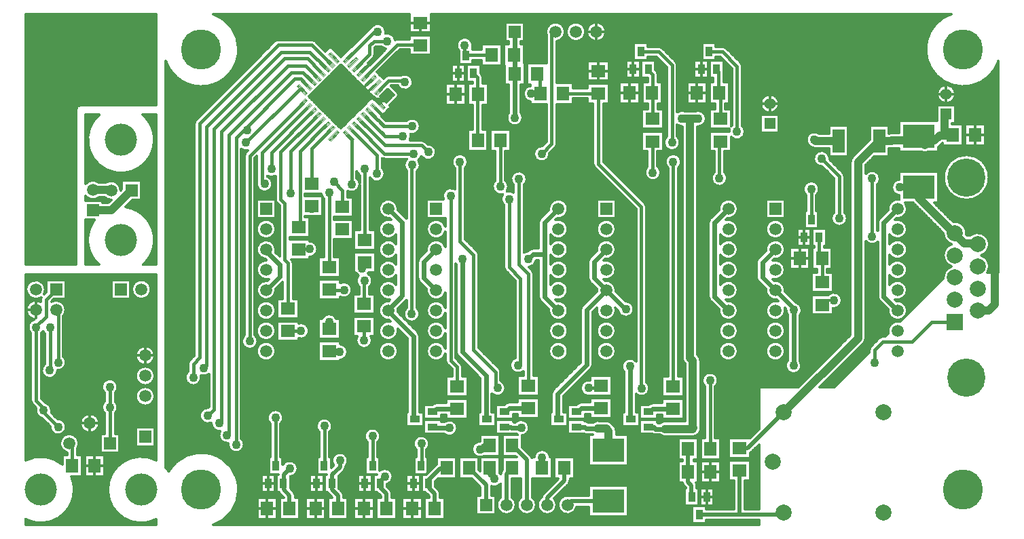
<source format=gbl>
%FSLAX43Y43*%
%MOMM*%
G71*
G01*
G75*
G04 Layer_Physical_Order=2*
%ADD10C,0.300*%
%ADD11R,1.600X1.800*%
%ADD12R,1.800X1.600*%
%ADD13R,1.600X0.300*%
%ADD14C,1.000*%
%ADD15C,0.500*%
%ADD16C,0.400*%
%ADD17C,0.600*%
%ADD18C,1.500*%
%ADD19R,1.400X1.400*%
%ADD20C,2.000*%
%ADD21R,1.500X1.500*%
%ADD22C,4.000*%
%ADD23C,5.000*%
%ADD24C,1.400*%
%ADD25C,4.760*%
%ADD26R,2.000X2.000*%
%ADD27C,1.100*%
%ADD28C,0.125*%
%ADD29R,4.000X3.000*%
%ADD30R,0.850X1.300*%
%ADD31R,1.300X0.850*%
%ADD32R,1.500X3.000*%
%ADD33R,12.200X9.300*%
D10*
X7500Y53050D02*
G03*
X6900Y52450I0J-600D01*
G01*
X7500Y53050D02*
G03*
X6900Y52450I0J-600D01*
G01*
X16650Y48700D02*
G03*
X15202Y51850I-4150J0D01*
G01*
X16650Y36200D02*
G03*
X13056Y40313I-4150J0D01*
G01*
X15259Y33100D02*
G03*
X16650Y36200I-2759J3100D01*
G01*
X9798Y51850D02*
G03*
X16650Y48700I2702J-3150D01*
G01*
X12460Y42403D02*
G03*
X10582Y43390I-1200J-4D01*
G01*
X10478Y41490D02*
G03*
X11257Y41200I782J910D01*
G01*
X9733Y43390D02*
G03*
X8100Y43234I-733J-950D01*
G01*
Y41646D02*
G03*
X9733Y41490I900J794D01*
G01*
X9188Y38700D02*
G03*
X9741Y33100I3312J-2500D01*
G01*
X115996Y64400D02*
G03*
X121900Y58496I1504J-4400D01*
G01*
X116542Y54411D02*
G03*
X116542Y54411I-1150J0D01*
G01*
X120730Y44001D02*
G03*
X120730Y44001I-2830J0D01*
G01*
X114444Y47821D02*
G03*
X114572Y47928I-544J779D01*
G01*
X114444Y47821D02*
G03*
X114572Y47928I-544J779D01*
G01*
X108550Y49550D02*
G03*
X108258Y49504I0J-950D01*
G01*
X108600Y47604D02*
G03*
X108892Y47650I0J950D01*
G01*
X112370Y47159D02*
G03*
X113030Y47159I330J891D01*
G01*
X112370D02*
G03*
X113030Y47159I330J891D01*
G01*
X89950Y57900D02*
G03*
X89759Y58360I-650J0D01*
G01*
X89950Y57900D02*
G03*
X89760Y58360I-650J0D01*
G01*
X94542Y53211D02*
G03*
X94542Y53211I-1150J0D01*
G01*
X100650Y49504D02*
G03*
X100050Y49504I-300J-954D01*
G01*
X99545D02*
G03*
X98525Y47795I-595J-804D01*
G01*
X103728Y46574D02*
G03*
X103450Y45903I672J-672D01*
G01*
X103728Y46574D02*
G03*
X103450Y45903I672J-672D01*
G01*
X100026Y47604D02*
G03*
X100674Y47604I324J946D01*
G01*
X100819Y46599D02*
G03*
X100777Y46726I-969J-249D01*
G01*
X100850Y46350D02*
G03*
X100819Y46599I-1000J0D01*
G01*
X100777Y46726D02*
G03*
X99928Y45353I-927J-376D01*
G01*
X90300Y49700D02*
G03*
X89950Y50460I-1000J0D01*
G01*
X88557Y49031D02*
G03*
X90300Y49700I743J669D01*
G01*
X98525Y47795D02*
G03*
X99096Y47604I571J759D01*
G01*
X98525Y47795D02*
G03*
X99096Y47604I571J759D01*
G01*
X106800Y43090D02*
G03*
X107150Y43850I-650J760D01*
G01*
X109544Y43748D02*
G03*
X109544Y41752I56J-998D01*
G01*
X107150Y43850D02*
G03*
X105350Y44450I-1000J0D01*
G01*
X111255Y40809D02*
G03*
X111323Y40734I739J596D01*
G01*
X111255Y40809D02*
G03*
X111323Y40734I739J596D01*
G01*
X110531Y40082D02*
G03*
X110286Y40809I-1200J0D01*
G01*
X109544Y41263D02*
G03*
X108138Y39950I-213J-1181D01*
G01*
X117930Y37046D02*
G03*
X116263Y38480I-1450J0D01*
G01*
X120770Y35661D02*
G03*
X118362Y36750I-1450J0D01*
G01*
X117920Y36874D02*
G03*
X117930Y37046I-1440J173D01*
G01*
X119749Y34276D02*
G03*
X120770Y35661I-429J1385D01*
G01*
X115030Y37026D02*
G03*
X116051Y35661I1450J20D01*
G01*
X109199Y38889D02*
G03*
X110531Y40082I132J1193D01*
G01*
Y37542D02*
G03*
X109007Y38698I-1200J0D01*
G01*
X107070Y38882D02*
G03*
X106850Y38351I530J-530D01*
G01*
X107070Y38882D02*
G03*
X106850Y38351I530J-530D01*
G01*
X108350Y36851D02*
G03*
X110531Y37542I981J691D01*
G01*
X105350Y36050D02*
G03*
X106850Y35936I800J600D01*
G01*
X110531Y35002D02*
G03*
X108350Y35693I-1200J0D01*
G01*
X102700Y44150D02*
G03*
X102510Y44610I-650J0D01*
G01*
X102700Y44150D02*
G03*
X102509Y44610I-650J0D01*
G01*
X99550Y42550D02*
G03*
X97900Y41790I-1000J0D01*
G01*
X99200D02*
G03*
X99550Y42550I-650J760D01*
G01*
X103050Y38900D02*
G03*
X102700Y39660I-1000J0D01*
G01*
X89431Y40082D02*
G03*
X87038Y39950I-1200J0D01*
G01*
X88099Y38889D02*
G03*
X89431Y40082I132J1193D01*
G01*
X101400Y39660D02*
G03*
X103050Y38900I650J-760D01*
G01*
X89431Y37542D02*
G03*
X87907Y38698I-1200J0D01*
G01*
X95291Y37542D02*
G03*
X95291Y37542I-1200J0D01*
G01*
X87250Y36851D02*
G03*
X89431Y37542I981J691D01*
G01*
X95291Y35002D02*
G03*
X92898Y34870I-1200J0D01*
G01*
X89431Y35002D02*
G03*
X87250Y35693I-1200J0D01*
G01*
X87962Y60158D02*
G03*
X87501Y60349I-460J-459D01*
G01*
X87961Y60158D02*
G03*
X87501Y60349I-460J-460D01*
G01*
X87650Y57150D02*
G03*
X87624Y57334I-650J0D01*
G01*
X87650Y57150D02*
G03*
X87624Y57334I-650J0D01*
G01*
X80012Y60157D02*
G03*
X79552Y60348I-460J-459D01*
G01*
X80012Y60157D02*
G03*
X79552Y60348I-460J-460D01*
G01*
X81850Y58050D02*
G03*
X81660Y58510I-650J0D01*
G01*
X81850Y58050D02*
G03*
X81659Y58510I-650J0D01*
G01*
X79457Y56843D02*
G03*
X79266Y57303I-650J0D01*
G01*
X79457Y56843D02*
G03*
X79266Y57303I-650J0D01*
G01*
X85450Y51350D02*
G03*
X84138Y52300I-1000J0D01*
G01*
X72952Y62191D02*
G03*
X72952Y62191I-1200J0D01*
G01*
X70412D02*
G03*
X70412Y62191I-1200J0D01*
G01*
X66850Y61004D02*
G03*
X67872Y62191I-178J1187D01*
G01*
X88650Y50460D02*
G03*
X88557Y50369I650J-760D01*
G01*
X88363Y50049D02*
G03*
X88301Y49749I937J-349D01*
G01*
X82762Y52300D02*
G03*
X81850Y52150I-312J-950D01*
G01*
X84400Y50351D02*
G03*
X85450Y51350I50J999D01*
G01*
X81850Y50550D02*
G03*
X82500Y50351I600J800D01*
G01*
X82200Y48350D02*
G03*
X81850Y49110I-1000J0D01*
G01*
X80550D02*
G03*
X82200Y48350I650J-760D01*
G01*
X82000Y45190D02*
G03*
X82350Y45950I-650J760D01*
G01*
G03*
X80700Y45190I-1000J0D01*
G01*
X88100Y43900D02*
G03*
X87750Y44660I-1000J0D01*
G01*
X86450D02*
G03*
X88100Y43900I650J-760D01*
G01*
X85970Y38882D02*
G03*
X85750Y38351I530J-530D01*
G01*
X85970Y38882D02*
G03*
X85750Y38351I530J-530D01*
G01*
X79800Y44600D02*
G03*
X79400Y45400I-1000J0D01*
G01*
X78100Y45314D02*
G03*
X79800Y44600I700J-714D01*
G01*
X78000Y40350D02*
G03*
X77810Y40810I-650J0D01*
G01*
X78000Y40350D02*
G03*
X77809Y40810I-650J0D01*
G01*
X66660Y47740D02*
G03*
X66850Y48200I-460J460D01*
G01*
X66659Y47740D02*
G03*
X66850Y48200I-459J460D01*
G01*
X71357Y45693D02*
G03*
X71547Y45234I650J0D01*
G01*
X71357Y45693D02*
G03*
X71548Y45233I650J0D01*
G01*
X74191Y37542D02*
G03*
X74191Y37542I-1200J0D01*
G01*
Y35002D02*
G03*
X71798Y34870I-1200J0D01*
G01*
X66899Y38889D02*
G03*
X68231Y40082I132J1193D01*
G01*
Y37542D02*
G03*
X66707Y38698I-1200J0D01*
G01*
X120770Y32891D02*
G03*
X119749Y34276I-1450J0D01*
G01*
X116051Y35661D02*
G03*
X116051Y32891I429J-1385D01*
G01*
X108350Y34311D02*
G03*
X110531Y35002I981J691D01*
G01*
Y32462D02*
G03*
X108350Y33153I-1200J0D01*
G01*
X120535Y32100D02*
G03*
X120770Y32891I-1215J791D01*
G01*
X116051D02*
G03*
X115035Y31385I429J-1385D01*
G01*
X108350Y31771D02*
G03*
X110531Y32462I981J691D01*
G01*
Y29922D02*
G03*
X108350Y30613I-1200J0D01*
G01*
X109007Y28767D02*
G03*
X110531Y29922I324J1155D01*
G01*
Y27382D02*
G03*
X109199Y28575I-1200J0D01*
G01*
X106850Y29113D02*
G03*
X107070Y28583I750J0D01*
G01*
X106850Y29113D02*
G03*
X107070Y28583I750J0D01*
G01*
X108138Y27514D02*
G03*
X110531Y27382I1193J-132D01*
G01*
X102400Y28650D02*
G03*
X100685Y29349I-1000J0D01*
G01*
X101257Y27660D02*
G03*
X102400Y28650I143J990D01*
G01*
X93959Y33809D02*
G03*
X95291Y35002I132J1193D01*
G01*
Y32462D02*
G03*
X93767Y33618I-1200J0D01*
G01*
X91920Y33892D02*
G03*
X91700Y33361I530J-530D01*
G01*
X91920Y33892D02*
G03*
X91700Y33361I530J-530D01*
G01*
X93767Y31307D02*
G03*
X95291Y32462I324J1155D01*
G01*
X95284Y29790D02*
G03*
X95291Y29922I-1193J132D01*
G01*
X91700Y31563D02*
G03*
X91920Y31033I750J0D01*
G01*
X91700Y31563D02*
G03*
X91920Y31033I750J0D01*
G01*
X95291Y29922D02*
G03*
X93959Y31115I-1200J0D01*
G01*
X87250Y34311D02*
G03*
X89431Y35002I981J691D01*
G01*
Y32462D02*
G03*
X87250Y33153I-1200J0D01*
G01*
Y31771D02*
G03*
X89431Y32462I981J691D01*
G01*
Y29922D02*
G03*
X87250Y30613I-1200J0D01*
G01*
X97400Y27450D02*
G03*
X96658Y28416I-1000J0D01*
G01*
X92898Y30054D02*
G03*
X94223Y28729I1193J-132D01*
G01*
X94415Y28538D02*
G03*
X95291Y27382I-324J-1155D01*
G01*
G03*
X95246Y27706I-1200J0D01*
G01*
X97150Y26789D02*
G03*
X97400Y27450I-750J661D01*
G01*
X95405Y27548D02*
G03*
X95650Y26789I995J-98D01*
G01*
X87907Y28767D02*
G03*
X89431Y29922I324J1155D01*
G01*
X85750Y29113D02*
G03*
X85970Y28583I750J0D01*
G01*
X85750Y29113D02*
G03*
X85970Y28583I750J0D01*
G01*
X89431Y27382D02*
G03*
X88099Y28575I-1200J0D01*
G01*
X87038Y27514D02*
G03*
X89431Y27382I1193J-132D01*
G01*
X109649Y25999D02*
G03*
X108174Y24524I-318J-1157D01*
G01*
X107500Y24150D02*
G03*
X107040Y23960I0J-650D01*
G01*
X107500Y24150D02*
G03*
X107040Y23959I0J-650D01*
G01*
X105072Y23278D02*
G03*
X105350Y23950I-672J672D01*
G01*
X105072Y23278D02*
G03*
X105350Y23950I-672J672D01*
G01*
X105991Y22910D02*
G03*
X105800Y22450I459J-460D01*
G01*
X105990Y22910D02*
G03*
X105800Y22450I460J-460D01*
G01*
X95291Y24842D02*
G03*
X95291Y24842I-1200J0D01*
G01*
X97350Y20500D02*
G03*
X97150Y21100I-1000J0D01*
G01*
X95291Y22302D02*
G03*
X95291Y22302I-1200J0D01*
G01*
X95650Y21214D02*
G03*
X97350Y20500I700J-714D01*
G01*
X90947Y9568D02*
G03*
X91148Y9708I-293J636D01*
G01*
X90947Y9568D02*
G03*
X91148Y9708I-293J636D01*
G01*
X89431Y24842D02*
G03*
X89431Y24842I-1200J0D01*
G01*
Y22302D02*
G03*
X89431Y22302I-1200J0D01*
G01*
X86600Y17890D02*
G03*
X86950Y18650I-650J760D01*
G01*
G03*
X85300Y17890I-1000J0D01*
G01*
X84750Y21100D02*
G03*
X84472Y21772I-950J0D01*
G01*
X84750Y21100D02*
G03*
X84472Y21772I-950J0D01*
G01*
X84800Y12700D02*
G03*
X84750Y13004I-950J0D01*
G01*
X83775Y11650D02*
G03*
X84800Y12650I25J1000D01*
G01*
X74184Y29790D02*
G03*
X74191Y29922I-1193J132D01*
G01*
X76450Y27550D02*
G03*
X75424Y28550I-1000J0D01*
G01*
X74191Y27382D02*
G03*
X74146Y27706I-1200J0D01*
G01*
X74463Y27390D02*
G03*
X76450Y27550I987J160D01*
G01*
X82500Y21450D02*
G03*
X82778Y20778I950J0D01*
G01*
X82500Y21450D02*
G03*
X82778Y20778I950J0D01*
G01*
X78400Y17650D02*
G03*
X78000Y18450I-1000J0D01*
G01*
X76700Y21061D02*
G03*
X75200Y19739I-750J-661D01*
G01*
X72859Y33809D02*
G03*
X74191Y35002I132J1193D01*
G01*
Y29922D02*
G03*
X72859Y31115I-1200J0D01*
G01*
X70970Y34042D02*
G03*
X70750Y33511I530J-530D01*
G01*
X70970Y34042D02*
G03*
X70750Y33511I530J-530D01*
G01*
X74191Y32462D02*
G03*
X72667Y33618I-1200J0D01*
G01*
Y31307D02*
G03*
X74191Y32462I324J1155D01*
G01*
X70750Y31413D02*
G03*
X70970Y30883I750J0D01*
G01*
X70750Y31413D02*
G03*
X70970Y30883I750J0D01*
G01*
X71836Y27706D02*
G03*
X74191Y27382I1155J-324D01*
G01*
X71798Y30054D02*
G03*
X71798Y29790I1193J-132D01*
G01*
X66707Y28767D02*
G03*
X68231Y29922I324J1155D01*
G01*
X70020Y28012D02*
G03*
X69800Y27481I530J-530D01*
G01*
X70020Y28012D02*
G03*
X69800Y27481I530J-530D01*
G01*
X68231Y27382D02*
G03*
X66899Y28575I-1200J0D01*
G01*
X74191Y24842D02*
G03*
X74191Y24842I-1200J0D01*
G01*
Y22302D02*
G03*
X74191Y22302I-1200J0D01*
G01*
X71080Y20070D02*
G03*
X71300Y20600I-530J530D01*
G01*
X71080Y20070D02*
G03*
X71300Y20600I-530J530D01*
G01*
X70957Y18688D02*
G03*
X71110Y16749I-157J-988D01*
G01*
X80712Y13550D02*
G03*
X79739Y13350I-312J-950D01*
G01*
Y11850D02*
G03*
X80712Y11650I661J750D01*
G01*
X78808Y15849D02*
G03*
X78278Y15630I0J-750D01*
G01*
X78808Y15849D02*
G03*
X78278Y15630I0J-750D01*
G01*
X76700Y16936D02*
G03*
X78400Y17650I700J714D01*
G01*
X78738Y11973D02*
G03*
X79150Y11850I412J627D01*
G01*
X78738Y11973D02*
G03*
X79150Y11850I412J627D01*
G01*
X84300Y5550D02*
G03*
X84229Y5857I-700J0D01*
G01*
X84300Y5550D02*
G03*
X84229Y5857I-700J0D01*
G01*
X82507D02*
G03*
X82706Y5454I694J92D01*
G01*
X82507Y5857D02*
G03*
X82706Y5454I694J92D01*
G01*
X74250Y12350D02*
G03*
X73972Y13022I-950J0D01*
G01*
X74250Y12350D02*
G03*
X73972Y13022I-950J0D01*
G01*
X73672Y13322D02*
G03*
X73000Y13600I-672J-672D01*
G01*
X73672Y13322D02*
G03*
X73000Y13600I-672J-672D01*
G01*
X72312D02*
G03*
X71339Y13400I-312J-950D01*
G01*
X69908Y15949D02*
G03*
X69378Y15730I0J-750D01*
G01*
X69908Y15949D02*
G03*
X69378Y15730I0J-750D01*
G01*
X66416Y17527D02*
G03*
X66197Y16997I530J-530D01*
G01*
X66416Y17527D02*
G03*
X66197Y16997I530J-530D01*
G01*
X70810Y13400D02*
G03*
X70402Y13593I-510J-550D01*
G01*
X70810Y13400D02*
G03*
X70402Y13593I-510J-550D01*
G01*
X70176Y11973D02*
G03*
X70500Y11900I324J677D01*
G01*
X70176Y11973D02*
G03*
X70500Y11900I324J677D01*
G01*
X70402Y13593D02*
G03*
X70300Y13600I-102J-743D01*
G01*
X70402Y13593D02*
G03*
X70300Y13600I-102J-743D01*
G01*
X68283Y5643D02*
G03*
X68488Y6138I-495J495D01*
G01*
X68283Y5643D02*
G03*
X68488Y6138I-495J495D01*
G01*
X68534Y4240D02*
G03*
X69334Y2850I-374J-1140D01*
G01*
X68650Y4250D02*
G03*
X68534Y4240I0J-700D01*
G01*
X68650Y4250D02*
G03*
X68534Y4240I0J-700D01*
G01*
X66820Y3100D02*
G03*
X66526Y3886I-1200J0D01*
G01*
X67872Y62191D02*
G03*
X65550Y61765I-1200J0D01*
G01*
X56329Y60298D02*
G03*
X56350Y60500I-979J202D01*
G01*
X63538Y55444D02*
G03*
X63538Y53456I112J-994D01*
G01*
X62592Y51458D02*
G03*
X62342Y52119I-1000J0D01*
G01*
X60842D02*
G03*
X62592Y51458I750J-661D01*
G01*
X57600Y56496D02*
G03*
X57410Y56956I-650J0D01*
G01*
X57600Y56496D02*
G03*
X57409Y56956I-650J0D01*
G01*
X56350Y60500D02*
G03*
X54623Y59813I-1000J0D01*
G01*
X46974Y61250D02*
G03*
X46683Y61181I0J-650D01*
G01*
X46974Y61250D02*
G03*
X46683Y61181I0J-650D01*
G01*
G03*
X45474Y61974I-983J-181D01*
G01*
X48900Y55900D02*
G03*
X47373Y56750I-1000J0D01*
G01*
X47007Y55450D02*
G03*
X48900Y55900I893J450D01*
G01*
X49800Y50400D02*
G03*
X48040Y51050I-1000J0D01*
G01*
X48614Y49418D02*
G03*
X49800Y50400I186J982D01*
G01*
X48650Y49150D02*
G03*
X48614Y49418I-1000J0D01*
G01*
X48516Y48650D02*
G03*
X48650Y49150I-866J500D01*
G01*
X47100Y54300D02*
G03*
X46924Y54724I-600J0D01*
G01*
X47100Y54300D02*
G03*
X46924Y54724I-600J0D01*
G01*
Y53876D02*
G03*
X47100Y54300I-424J424D01*
G01*
X46924Y53876D02*
G03*
X47100Y54300I-424J424D01*
G01*
X65028Y47947D02*
G03*
X65950Y46950I-78J-997D01*
G01*
X62750Y43040D02*
G03*
X63100Y43800I-650J760D01*
G01*
X68231Y40082D02*
G03*
X65838Y39950I-1200J0D01*
G01*
X63100Y43800D02*
G03*
X61450Y43040I-1000J0D01*
G01*
X55400Y45190D02*
G03*
X55750Y45950I-650J760D01*
G01*
X60800Y42850D02*
G03*
X60438Y43620I-1000J0D01*
G01*
X61450Y42135D02*
G03*
X60604Y42255I-550J-835D01*
G01*
G03*
X60800Y42850I-804J595D01*
G01*
X59138Y43599D02*
G03*
X60096Y41895I662J-749D01*
G01*
G03*
X60250Y40540I804J-595D01*
G01*
X66050Y36851D02*
G03*
X68231Y37542I981J691D01*
G01*
X64770Y38882D02*
G03*
X64550Y38351I530J-530D01*
G01*
X64770Y38882D02*
G03*
X64550Y38351I530J-530D01*
G01*
X68231Y35002D02*
G03*
X66050Y35693I-1200J0D01*
G01*
Y34311D02*
G03*
X68231Y35002I981J691D01*
G01*
Y32462D02*
G03*
X66050Y33153I-1200J0D01*
G01*
Y31771D02*
G03*
X68231Y32462I981J691D01*
G01*
Y29922D02*
G03*
X66050Y30613I-1200J0D01*
G01*
X64550Y29113D02*
G03*
X64770Y28583I750J0D01*
G01*
X64550Y29113D02*
G03*
X64770Y28583I750J0D01*
G01*
X63900Y35150D02*
G03*
X63370Y34930I0J-750D01*
G01*
X63900Y35150D02*
G03*
X63370Y34930I0J-750D01*
G01*
X63237Y34798D02*
G03*
X62750Y34635I63J-998D01*
G01*
X63367Y32802D02*
G03*
X64289Y33650I-67J998D01*
G01*
X57100Y34350D02*
G03*
X56909Y34810I-650J0D01*
G01*
X57100Y34350D02*
G03*
X56910Y34810I-650J0D01*
G01*
X60250Y32800D02*
G03*
X60440Y32340I650J0D01*
G01*
X63957Y31943D02*
G03*
X63766Y32403I-650J0D01*
G01*
X63957Y31943D02*
G03*
X63766Y32403I-650J0D01*
G01*
X60250Y32800D02*
G03*
X60441Y32340I650J0D01*
G01*
X55750Y45950D02*
G03*
X54100Y45190I-1000J0D01*
G01*
X51800Y47150D02*
G03*
X50722Y48147I-1000J0D01*
G01*
X49947Y46628D02*
G03*
X51800Y47150I853J522D01*
G01*
X54100Y42566D02*
G03*
X52691Y41282I-500J-866D01*
G01*
X50410Y48459D02*
G03*
X49950Y48650I-460J-459D01*
G01*
X50410Y48460D02*
G03*
X49950Y48650I-460J-460D01*
G01*
X49600Y46150D02*
G03*
X49947Y46628I-600J800D01*
G01*
X48139Y46300D02*
G03*
X48100Y44836I661J-750D01*
G01*
X49800Y45550D02*
G03*
X49600Y46150I-1000J0D01*
G01*
X49400Y44750D02*
G03*
X49800Y45550I-600J800D01*
G01*
X47031Y40082D02*
G03*
X45963Y38889I-1200J0D01*
G01*
X47024Y39950D02*
G03*
X47031Y40082I-1193J132D01*
G01*
X52950Y37853D02*
G03*
X52950Y37231I-1159J-311D01*
G01*
Y35313D02*
G03*
X50598Y34870I-1159J-311D01*
G01*
Y30054D02*
G03*
X52950Y29611I1193J-132D01*
G01*
X49720Y33992D02*
G03*
X49500Y33461I530J-530D01*
G01*
X49720Y33992D02*
G03*
X49500Y33461I530J-530D01*
G01*
X46155Y38698D02*
G03*
X46800Y36834I-324J-1155D01*
G01*
Y35710D02*
G03*
X46800Y34294I-969J-708D01*
G01*
Y33170D02*
G03*
X46800Y31754I-969J-708D01*
G01*
X49500Y31463D02*
G03*
X49720Y30933I750J0D01*
G01*
X49500Y31463D02*
G03*
X49720Y30933I750J0D01*
G01*
X46800Y30630D02*
G03*
X46028Y28738I-969J-708D01*
G01*
X45474Y61974D02*
G03*
X45500Y62200I-974J226D01*
G01*
X44940Y60350D02*
G03*
X45480Y60025I760J650D01*
G01*
X45500Y62200D02*
G03*
X43634Y62701I-1000J0D01*
G01*
X45869Y56750D02*
G03*
X45409Y56560I0J-650D01*
G01*
X45869Y56750D02*
G03*
X45408Y56559I0J-650D01*
G01*
X43960Y58929D02*
G03*
X44150Y59388I-460J460D01*
G01*
X43959Y58928D02*
G03*
X44150Y59388I-459J460D01*
G01*
X36749Y61009D02*
G03*
X36289Y61200I-460J-459D01*
G01*
X36748Y61010D02*
G03*
X36289Y61200I-460J-460D01*
G01*
X32100D02*
G03*
X31640Y61010I0J-650D01*
G01*
X32100Y61200D02*
G03*
X31640Y61009I0J-650D01*
G01*
X45050Y46380D02*
G03*
X45363Y46300I313J570D01*
G01*
X45050Y46380D02*
G03*
X45363Y46300I313J570D01*
G01*
X45400Y44450D02*
G03*
X45050Y45210I-1000J0D01*
G01*
X41900Y44738D02*
G03*
X42243Y44255I950J312D01*
G01*
X43543Y43934D02*
G03*
X45400Y44450I857J516D01*
G01*
X42243Y43266D02*
G03*
X41900Y43910I-993J-116D01*
G01*
X40743Y42288D02*
G03*
X42243Y43034I507J862D01*
G01*
X37461Y41951D02*
G03*
X37557Y41651I989J149D01*
G01*
X30750Y44184D02*
G03*
X31750Y44184I500J866D01*
G01*
X31400Y43200D02*
G03*
X30750Y44137I-1000J0D01*
G01*
X37643Y41509D02*
G03*
X37800Y41340I807J591D01*
G01*
X37557Y41651D02*
G03*
X37643Y41509I893J449D01*
G01*
X31791Y41023D02*
G03*
X31941Y40790I609J227D01*
G01*
X31791Y41023D02*
G03*
X31940Y40790I609J227D01*
G01*
X31750Y41250D02*
G03*
X31791Y41023I650J0D01*
G01*
X31750Y41250D02*
G03*
X31791Y41023I650J0D01*
G01*
X27150Y60000D02*
G03*
X24004Y64400I-4650J0D01*
G01*
X18100Y58496D02*
G03*
X27150Y60000I4400J1504D01*
G01*
X21841Y51210D02*
G03*
X21650Y50750I459J-460D01*
G01*
X21840Y51210D02*
G03*
X21650Y50750I460J-460D01*
G01*
X28091Y47161D02*
G03*
X27900Y46701I459J-460D01*
G01*
X28090Y47161D02*
G03*
X27900Y46701I460J-460D01*
G01*
X27500Y47550D02*
G03*
X28300Y47370I600J800D01*
G01*
X29450Y43512D02*
G03*
X31400Y43200I950J-312D01*
G01*
X35985Y39151D02*
G03*
X36615Y39151I315J949D01*
G01*
X37000Y35050D02*
G03*
X36043Y36049I-1000J0D01*
G01*
Y34051D02*
G03*
X37000Y35050I-43J999D01*
G01*
X43303Y31992D02*
G03*
X43416Y32151I-753J658D01*
G01*
X43850Y31100D02*
G03*
X43303Y31992I-1000J0D01*
G01*
X41684Y32151D02*
G03*
X42097Y31758I866J499D01*
G01*
G03*
X42157Y30379I753J-658D01*
G01*
X43457Y30305D02*
G03*
X43850Y31100I-607J795D01*
G01*
X41300Y29950D02*
G03*
X39843Y30840I-1000J0D01*
G01*
Y29060D02*
G03*
X41300Y29950I457J890D01*
G01*
X31791Y37542D02*
G03*
X31791Y37542I-1200J0D01*
G01*
X31743Y34667D02*
G03*
X31791Y35002I-1152J335D01*
G01*
G03*
X30482Y33807I-1200J0D01*
G01*
X33950Y33300D02*
G03*
X33768Y33751I-650J0D01*
G01*
X33950Y33300D02*
G03*
X33768Y33751I-650J0D01*
G01*
X30628Y33662D02*
G03*
X30915Y31307I-37J-1199D01*
G01*
X30723Y31115D02*
G03*
X31791Y29922I-132J-1193D01*
G01*
G03*
X31784Y30054I-1200J0D01*
G01*
X65838Y27514D02*
G03*
X68231Y27382I1193J-132D01*
G01*
Y24842D02*
G03*
X68231Y24842I-1200J0D01*
G01*
Y22302D02*
G03*
X68231Y22302I-1200J0D01*
G01*
X61650Y21487D02*
G03*
X62657Y19796I350J-937D01*
G01*
X59850Y19700D02*
G03*
X59660Y20160I-650J0D01*
G01*
X59850Y19700D02*
G03*
X59659Y20160I-650J0D01*
G01*
X60450Y17700D02*
G03*
X59850Y18617I-1000J0D01*
G01*
X58750Y16986D02*
G03*
X60450Y17700I700J714D01*
G01*
X60908Y15949D02*
G03*
X60378Y15730I0J-750D01*
G01*
X60908Y15949D02*
G03*
X60378Y15730I0J-750D01*
G01*
X52950Y27693D02*
G03*
X52950Y27071I-1159J-311D01*
G01*
Y25153D02*
G03*
X52950Y24531I-1159J-311D01*
G01*
X54300Y22200D02*
G03*
X54520Y21670I750J0D01*
G01*
X54300Y22200D02*
G03*
X54520Y21670I750J0D01*
G01*
X52950Y21150D02*
G03*
X53140Y20690I650J0D01*
G01*
X52950Y22613D02*
G03*
X52950Y21991I-1159J-311D01*
G01*
X49750Y26950D02*
G03*
X49400Y27710I-1000J0D01*
G01*
X48100D02*
G03*
X49750Y26950I650J-760D01*
G01*
X49697Y24203D02*
G03*
X49477Y24734I-750J0D01*
G01*
X49697Y24203D02*
G03*
X49477Y24734I-750J0D01*
G01*
X55057Y20343D02*
G03*
X54866Y20803I-650J0D01*
G01*
X55057Y20343D02*
G03*
X54866Y20803I-650J0D01*
G01*
X52950Y21150D02*
G03*
X53141Y20690I650J0D01*
G01*
X51808Y15849D02*
G03*
X51278Y15630I0J-750D01*
G01*
X51808Y15849D02*
G03*
X51278Y15630I0J-750D01*
G01*
X62538Y11760D02*
G03*
X63400Y12750I-138J990D01*
G01*
G03*
X61686Y13450I-1000J0D01*
G01*
X61800Y11950D02*
G03*
X61951Y11857I600J800D01*
G01*
X61499Y13450D02*
G03*
X61402Y13511I-448J-602D01*
G01*
X61499Y13450D02*
G03*
X61402Y13511I-448J-602D01*
G01*
X61014Y11973D02*
G03*
X61200Y11950I186J727D01*
G01*
X61014Y11973D02*
G03*
X61200Y11950I186J727D01*
G01*
X65998Y9057D02*
G03*
X64002Y9057I-998J-57D01*
G01*
X63738Y9010D02*
G03*
X63575Y9265I-658J-240D01*
G01*
X63738Y9010D02*
G03*
X63575Y9265I-658J-240D01*
G01*
X57238Y11050D02*
G03*
X57135Y9057I12J-1000D01*
G01*
X60038Y7446D02*
G03*
X59840Y6963I502J-487D01*
G01*
X60038Y7446D02*
G03*
X59840Y6963I502J-487D01*
G01*
X57365Y9057D02*
G03*
X57699Y9157I-115J993D01*
G01*
X57238Y9050D02*
G03*
X57365Y9057I12J1000D01*
G01*
X57138Y9056D02*
G03*
X57238Y9050I112J994D01*
G01*
X59840Y6963D02*
G03*
X59738Y7076I-790J-613D01*
G01*
X58700Y5413D02*
G03*
X59843Y5741I350J937D01*
G01*
X65125Y4465D02*
G03*
X64929Y4081I495J-495D01*
G01*
X65125Y4465D02*
G03*
X64929Y4081I495J-495D01*
G01*
G03*
X66820Y3100I691J-981D01*
G01*
X64280D02*
G03*
X63780Y4075I-1200J0D01*
G01*
X62380D02*
G03*
X64280Y3100I700J-975D01*
G01*
X61740D02*
G03*
X61247Y4069I-1200J0D01*
G01*
X59847Y4080D02*
G03*
X61740Y3100I693J-980D01*
G01*
X54450Y12700D02*
G03*
X52850Y13500I-1000J0D01*
G01*
X52736Y12000D02*
G03*
X54450Y12700I714J700D01*
G01*
X50950Y10750D02*
G03*
X49300Y9990I-1000J0D01*
G01*
X50600D02*
G03*
X50950Y10750I-650J760D01*
G01*
X52300Y4500D02*
G03*
X52095Y4995I-700J0D01*
G01*
X52300Y4500D02*
G03*
X52095Y4995I-700J0D01*
G01*
X47031Y27382D02*
G03*
X47011Y27600I-1200J0D01*
G01*
X47016Y27194D02*
G03*
X47031Y27382I-1185J188D01*
G01*
X45871Y28582D02*
G03*
X45905Y26184I-40J-1199D01*
G01*
X47031Y24842D02*
G03*
X47007Y25083I-1200J0D01*
G01*
X46071Y26018D02*
G03*
X47031Y24842I-240J-1176D01*
G01*
X39366Y26351D02*
G03*
X37534Y26351I-916J-401D01*
G01*
X35950Y24842D02*
G03*
X34643Y25794I-1000J0D01*
G01*
Y23890D02*
G03*
X35950Y24842I307J952D01*
G01*
X47031Y22302D02*
G03*
X47031Y22302I-1200J0D01*
G01*
X43800Y23650D02*
G03*
X43666Y24149I-1000J0D01*
G01*
X41934D02*
G03*
X43800Y23650I866J-499D01*
G01*
X40750Y22200D02*
G03*
X39843Y23196I-1000J0D01*
G01*
Y21204D02*
G03*
X40750Y22200I-93J996D01*
G01*
X38850Y12950D02*
G03*
X37200Y12190I-1000J0D01*
G01*
X32400Y13240D02*
G03*
X32750Y14000I-650J760D01*
G01*
X31791Y27382D02*
G03*
X31791Y27382I-1200J0D01*
G01*
Y24842D02*
G03*
X31791Y24842I-1200J0D01*
G01*
X29550Y23550D02*
G03*
X29200Y24310I-1000J0D01*
G01*
X27900D02*
G03*
X29550Y23550I650J-760D01*
G01*
X31791Y22302D02*
G03*
X31791Y22302I-1200J0D01*
G01*
X22466Y19257D02*
G03*
X23450Y19440I334J943D01*
G01*
X32750Y14000D02*
G03*
X31100Y13240I-1000J0D01*
G01*
X23752Y13358D02*
G03*
X24836Y12304I998J-58D01*
G01*
X23378Y15247D02*
G03*
X23752Y13358I-78J-997D01*
G01*
X20850Y19760D02*
G03*
X22500Y19000I650J-760D01*
G01*
X21041Y21160D02*
G03*
X20850Y20700I459J-460D01*
G01*
X21040Y21160D02*
G03*
X20850Y20700I460J-460D01*
G01*
X22500Y19000D02*
G03*
X22466Y19257I-1000J0D01*
G01*
X44525Y10962D02*
G03*
X44850Y11700I-675J738D01*
G01*
G03*
X43225Y10919I-1000J0D01*
G01*
X46400Y6650D02*
G03*
X44740Y7401I-1000J0D01*
G01*
X45690Y5693D02*
G03*
X46400Y6650I-290J957D01*
G01*
X46300Y4500D02*
G03*
X46095Y4995I-700J0D01*
G01*
X46300Y4500D02*
G03*
X46095Y4995I-700J0D01*
G01*
X40800Y8650D02*
G03*
X39004Y8044I-1000J0D01*
G01*
X40500Y7936D02*
G03*
X40800Y8650I-700J714D01*
G01*
X40295Y7355D02*
G03*
X40500Y7850I-495J495D01*
G01*
X40295Y7355D02*
G03*
X40500Y7850I-495J495D01*
G01*
X38500Y12190D02*
G03*
X38850Y12950I-650J760D01*
G01*
X40246Y4304D02*
G03*
X40041Y4799I-700J0D01*
G01*
X40246Y4304D02*
G03*
X40041Y4799I-700J0D01*
G01*
X38195Y4698D02*
G03*
X38305Y4555I605J352D01*
G01*
X38195Y4698D02*
G03*
X38305Y4555I605J352D01*
G01*
X34550Y7650D02*
G03*
X32673Y8131I-1000J0D01*
G01*
X33623Y6653D02*
G03*
X34550Y7650I-73J997D01*
G01*
X27850Y10650D02*
G03*
X27500Y11410I-1000J0D01*
G01*
X25863Y10813D02*
G03*
X27850Y10650I987J-163D01*
G01*
X24836Y12304D02*
G03*
X25863Y10813I864J-504D01*
G01*
X18457Y7297D02*
G03*
X18100Y7759I-3457J-2297D01*
G01*
X34212Y4288D02*
G03*
X34007Y4783I-700J0D01*
G01*
X34212Y4288D02*
G03*
X34007Y4783I-700J0D01*
G01*
X32169Y4698D02*
G03*
X32305Y4505I631J302D01*
G01*
X32169Y4698D02*
G03*
X32305Y4505I631J302D01*
G01*
X27150Y5000D02*
G03*
X18457Y7297I-4650J0D01*
G01*
X24004Y600D02*
G03*
X27150Y5000I-1504J4400D01*
G01*
X1905Y15226D02*
G03*
X2663Y13918I945J-326D01*
G01*
X1250Y16150D02*
G03*
X1441Y15690I650J0D01*
G01*
X1250Y16150D02*
G03*
X1440Y15690I650J0D01*
G01*
X3850Y14900D02*
G03*
X3101Y15868I-1000J0D01*
G01*
X3808Y14612D02*
G03*
X3850Y14900I-958J288D01*
G01*
X3000Y20700D02*
G03*
X4600Y19900I600J-800D01*
G01*
X5162Y8183D02*
G03*
X600Y8690I-2662J-3183D01*
G01*
Y1310D02*
G03*
X6650Y5000I1900J3690D01*
G01*
G03*
X6311Y6643I-4150J0D01*
G01*
X3653Y12928D02*
G03*
X5650Y12850I997J-78D01*
G01*
X7260Y10800D02*
G03*
X5762Y9637I-1200J0D01*
G01*
X5650Y12850D02*
G03*
X4572Y13847I-1000J0D01*
G01*
X2550Y24540D02*
G03*
X2761Y24792I-650J760D01*
G01*
X2500Y28475D02*
G03*
X1675Y26274I-640J-1015D01*
G01*
G03*
X1250Y24540I225J-974D01*
G01*
X2562Y29027D02*
G03*
X2500Y28750I588J-277D01*
G01*
X2562Y29027D02*
G03*
X2500Y28750I588J-277D01*
G01*
X4600Y19901D02*
G03*
X5650Y20900I50J999D01*
G01*
G03*
X5300Y21660I-1000J0D01*
G01*
X2761Y24792D02*
G03*
X3000Y24490I889J458D01*
G01*
X5300Y26666D02*
G03*
X5600Y27460I-900J794D01*
G01*
X2922Y29441D02*
G03*
X3060Y30000I-1062J559D01*
G01*
G03*
X2562Y29027I-1200J0D01*
G01*
X5600Y27460D02*
G03*
X3841Y28522I-1200J0D01*
G01*
X7062Y10140D02*
G03*
X7260Y10800I-1002J660D01*
G01*
X9800Y13300D02*
G03*
X9800Y13300I-1200J0D01*
G01*
X16900Y8690D02*
G03*
X16900Y1310I-1900J-3690D01*
G01*
X10490Y16092D02*
G03*
X10490Y14508I610J-792D01*
G01*
X11790Y14576D02*
G03*
X12100Y15300I-690J724D01*
G01*
G03*
X11790Y16024I-1000J0D01*
G01*
X12100Y17850D02*
G03*
X10490Y17058I-1000J0D01*
G01*
X11790Y17126D02*
G03*
X12100Y17850I-690J724D01*
G01*
X16709Y16672D02*
G03*
X16709Y16672I-1200J0D01*
G01*
Y19212D02*
G03*
X16709Y19212I-1200J0D01*
G01*
Y21752D02*
G03*
X16709Y21752I-1200J0D01*
G01*
X16235Y30012D02*
G03*
X16235Y30012I-1200J0D01*
G01*
X600Y64400D02*
X16900D01*
X600Y64400D02*
X16900D01*
X600Y64300D02*
X16900D01*
X600Y64200D02*
X16900D01*
X600Y64100D02*
X16900D01*
X600Y64000D02*
X16900D01*
X600Y63900D02*
X16900D01*
X600Y63800D02*
X16900D01*
X600Y63700D02*
X16900D01*
X600Y63600D02*
X16900D01*
X600Y63500D02*
X16900D01*
X600Y63400D02*
X16900D01*
X600Y63300D02*
X16900D01*
X600Y63200D02*
X16900D01*
X600Y63100D02*
X16900D01*
X600Y63000D02*
X16900D01*
X600Y62900D02*
X16900D01*
X600Y62800D02*
X16900D01*
X600Y62700D02*
X16900D01*
X600Y62600D02*
X16900D01*
X600Y62500D02*
X16900D01*
X600Y62400D02*
X16900D01*
X600Y62300D02*
X16900D01*
X600Y62200D02*
X16900D01*
X600Y62100D02*
X16900D01*
X600Y62000D02*
X16900D01*
X600Y61900D02*
X16900D01*
X600Y61800D02*
X16900D01*
X600Y61700D02*
X16900D01*
X600Y61600D02*
X16900D01*
X600Y61500D02*
X16900D01*
X600Y61400D02*
X16900D01*
X600Y61300D02*
X16900D01*
X600Y61200D02*
X16900D01*
X600Y61100D02*
X16900D01*
X600Y61000D02*
X16900D01*
X600Y60900D02*
X16900D01*
X600Y60800D02*
X16900D01*
X600Y60700D02*
X16900D01*
X600Y60600D02*
X16900D01*
X600Y60500D02*
X16900D01*
X600Y60400D02*
X16900D01*
X600Y60300D02*
X16900D01*
X600Y60200D02*
X16900D01*
X600Y60100D02*
X16900D01*
X600Y60000D02*
X16900D01*
X600Y59900D02*
X16900D01*
X600Y59800D02*
X16900D01*
X600Y59700D02*
X16900D01*
X600Y59600D02*
X16900D01*
X600Y59500D02*
X16900D01*
X600Y59400D02*
X16900D01*
X600Y59300D02*
X16900D01*
X600Y59200D02*
X16900D01*
X600Y59100D02*
X16900D01*
X600Y59000D02*
X16900D01*
X600Y58900D02*
X16900D01*
X600Y58800D02*
X16900D01*
X600Y58700D02*
X16900D01*
X600Y58600D02*
X16900D01*
X600Y58500D02*
X16900D01*
Y53050D02*
Y64400D01*
X16900Y53050D02*
Y64400D01*
X16800Y53050D02*
Y64400D01*
X16700Y53050D02*
Y64400D01*
X16600Y53050D02*
Y64400D01*
X16500Y53050D02*
Y64400D01*
X16400Y53050D02*
Y64400D01*
X16300Y53050D02*
Y64400D01*
X16200Y53050D02*
Y64400D01*
X16100Y53050D02*
Y64400D01*
X16000Y53050D02*
Y64400D01*
X15900Y53050D02*
Y64400D01*
X15800Y53050D02*
Y64400D01*
X15700Y53050D02*
Y64400D01*
X15600Y53050D02*
Y64400D01*
X15500Y53050D02*
Y64400D01*
X15400Y53050D02*
Y64400D01*
X15300Y53050D02*
Y64400D01*
X15200Y53050D02*
Y64400D01*
X15100Y53050D02*
Y64400D01*
X15000Y53050D02*
Y64400D01*
X14900Y53050D02*
Y64400D01*
X14800Y53050D02*
Y64400D01*
X14700Y53050D02*
Y64400D01*
X14600Y53050D02*
Y64400D01*
X14500Y53050D02*
Y64400D01*
X14400Y53050D02*
Y64400D01*
X14300Y53050D02*
Y64400D01*
X14200Y53050D02*
Y64400D01*
X14100Y53050D02*
Y64400D01*
X14000Y53050D02*
Y64400D01*
X13900Y53050D02*
Y64400D01*
X13800Y53050D02*
Y64400D01*
X13700Y53050D02*
Y64400D01*
X13600Y53050D02*
Y64400D01*
X13500Y53050D02*
Y64400D01*
X13400Y53050D02*
Y64400D01*
X13300Y53050D02*
Y64400D01*
X13200Y53050D02*
Y64400D01*
X13100Y53050D02*
Y64400D01*
X13000Y53050D02*
Y64400D01*
X12900Y53050D02*
Y64400D01*
X12800Y53050D02*
Y64400D01*
X12700Y53050D02*
Y64400D01*
X12600Y53050D02*
Y64400D01*
X600Y58400D02*
X16900D01*
X600Y58300D02*
X16900D01*
X600Y58200D02*
X16900D01*
X600Y58100D02*
X16900D01*
X600Y58000D02*
X16900D01*
X600Y57900D02*
X16900D01*
X600Y57800D02*
X16900D01*
X600Y57700D02*
X16900D01*
X12500Y53050D02*
Y64400D01*
X600Y57600D02*
X16900D01*
X600Y57500D02*
X16900D01*
X600Y57400D02*
X16900D01*
X12400Y53050D02*
Y64400D01*
X12300Y53050D02*
Y64400D01*
X12200Y53050D02*
Y64400D01*
X12100Y53050D02*
Y64400D01*
X12000Y53050D02*
Y64400D01*
X11900Y53050D02*
Y64400D01*
X11800Y53050D02*
Y64400D01*
X11700Y53050D02*
Y64400D01*
X11600Y53050D02*
Y64400D01*
X11500Y53050D02*
Y64400D01*
X11400Y53050D02*
Y64400D01*
X11300Y53050D02*
Y64400D01*
X11200Y53050D02*
Y64400D01*
X11100Y53050D02*
Y64400D01*
X11000Y53050D02*
Y64400D01*
X10900Y53050D02*
Y64400D01*
X10800Y53050D02*
Y64400D01*
X10700Y53050D02*
Y64400D01*
X10600Y53050D02*
Y64400D01*
X10500Y53050D02*
Y64400D01*
X10400Y53050D02*
Y64400D01*
X10300Y53050D02*
Y64400D01*
X10200Y53050D02*
Y64400D01*
X10100Y53050D02*
Y64400D01*
X10000Y53050D02*
Y64400D01*
X9900Y53050D02*
Y64400D01*
X9800Y53050D02*
Y64400D01*
X9700Y53050D02*
Y64400D01*
X9600Y53050D02*
Y64400D01*
X9500Y53050D02*
Y64400D01*
X9400Y53050D02*
Y64400D01*
X9300Y53050D02*
Y64400D01*
X9200Y53050D02*
Y64400D01*
X9100Y53050D02*
Y64400D01*
X9000Y53050D02*
Y64400D01*
X8900Y53050D02*
Y64400D01*
X8800Y53050D02*
Y64400D01*
X8700Y53050D02*
Y64400D01*
X8600Y53050D02*
Y64400D01*
X8500Y53050D02*
Y64400D01*
X8400Y53050D02*
Y64400D01*
X8300Y53050D02*
Y64400D01*
X8200Y53050D02*
Y64400D01*
X8100Y53050D02*
Y64400D01*
X8000Y53050D02*
Y64400D01*
X7900Y53050D02*
Y64400D01*
X7800Y53050D02*
Y64400D01*
X7700Y53050D02*
Y64400D01*
X7600Y53050D02*
Y64400D01*
X7500Y53050D02*
Y64400D01*
X7400Y53042D02*
Y64400D01*
X7500Y53050D02*
X16900D01*
X7300Y53016D02*
Y64400D01*
X7200Y52969D02*
Y64400D01*
X7100Y52897D02*
Y64400D01*
X7000Y52781D02*
Y64400D01*
X6900Y33100D02*
Y64400D01*
X6900Y33100D02*
Y52450D01*
X600Y33100D02*
X6900D01*
X6800D02*
Y64400D01*
X6700Y33100D02*
Y64400D01*
X6600Y33100D02*
Y64400D01*
X6500Y33100D02*
Y64400D01*
X6400Y33100D02*
Y64400D01*
X6300Y33100D02*
Y64400D01*
X6200Y33100D02*
Y64400D01*
X6100Y33100D02*
Y64400D01*
X6000Y33100D02*
Y64400D01*
X5900Y33100D02*
Y64400D01*
X5800Y33100D02*
Y64400D01*
X5700Y33100D02*
Y64400D01*
X5600Y33100D02*
Y64400D01*
X5500Y33100D02*
Y64400D01*
X5400Y33100D02*
Y64400D01*
X5300Y33100D02*
Y64400D01*
X5200Y33100D02*
Y64400D01*
X5100Y33100D02*
Y64400D01*
X5000Y33100D02*
Y64400D01*
X4900Y33100D02*
Y64400D01*
X4800Y33100D02*
Y64400D01*
X4700Y33100D02*
Y64400D01*
X4600Y33100D02*
Y64400D01*
X4500Y33100D02*
Y64400D01*
X4400Y33100D02*
Y64400D01*
X4300Y33100D02*
Y64400D01*
X4200Y33100D02*
Y64400D01*
X4100Y33100D02*
Y64400D01*
X4000Y33100D02*
Y64400D01*
X3900Y33100D02*
Y64400D01*
X3800Y33100D02*
Y64400D01*
X3700Y33100D02*
Y64400D01*
X3600Y33100D02*
Y64400D01*
X3500Y33100D02*
Y64400D01*
X3400Y33100D02*
Y64400D01*
X3300Y33100D02*
Y64400D01*
X3200Y33100D02*
Y64400D01*
X3100Y33100D02*
Y64400D01*
X3000Y33100D02*
Y64400D01*
X2900Y33100D02*
Y64400D01*
X2800Y33100D02*
Y64400D01*
X2700Y33100D02*
Y64400D01*
X2600Y33100D02*
Y64400D01*
X2500Y33100D02*
Y64400D01*
X2400Y33100D02*
Y64400D01*
X2300Y33100D02*
Y64400D01*
X2200Y33100D02*
Y64400D01*
X2100Y33100D02*
Y64400D01*
X2000Y33100D02*
Y64400D01*
X1900Y33100D02*
Y64400D01*
X1800Y33100D02*
Y64400D01*
X1700Y33100D02*
Y64400D01*
X1600Y33100D02*
Y64400D01*
X1500Y33100D02*
Y64400D01*
X1400Y33100D02*
Y64400D01*
X1300Y33100D02*
Y64400D01*
X1200Y33100D02*
Y64400D01*
X1100Y33100D02*
Y64400D01*
X1000Y33100D02*
Y64400D01*
X900Y33100D02*
Y64400D01*
X800Y33100D02*
Y64400D01*
X700Y33100D02*
Y64400D01*
X600Y33100D02*
Y64400D01*
Y57300D02*
X16900D01*
X600Y57200D02*
X16900D01*
X600Y57100D02*
X16900D01*
X600Y57000D02*
X16900D01*
X600Y56900D02*
X16900D01*
X600Y56800D02*
X16900D01*
X600Y56700D02*
X16900D01*
X600Y56600D02*
X16900D01*
X600Y56500D02*
X16900D01*
X600Y56400D02*
X16900D01*
X600Y56300D02*
X16900D01*
X600Y56200D02*
X16900D01*
X600Y56100D02*
X16900D01*
X600Y56000D02*
X16900D01*
X600Y55900D02*
X16900D01*
X600Y55800D02*
X16900D01*
X600Y55700D02*
X16900D01*
X600Y55600D02*
X16900D01*
X600Y55500D02*
X16900D01*
X600Y55400D02*
X16900D01*
X600Y55300D02*
X16900D01*
X600Y55200D02*
X16900D01*
X600Y55100D02*
X16900D01*
X600Y55000D02*
X16900D01*
X600Y54900D02*
X16900D01*
X600Y54800D02*
X16900D01*
X600Y54700D02*
X16900D01*
X600Y54600D02*
X16900D01*
X600Y54500D02*
X16900D01*
X600Y54400D02*
X16900D01*
X600Y54300D02*
X16900D01*
X600Y54200D02*
X16900D01*
X600Y54100D02*
X16900D01*
X600Y54000D02*
X16900D01*
X600Y53900D02*
X16900D01*
X600Y53800D02*
X16900D01*
X600Y53700D02*
X16900D01*
X600Y53600D02*
X16900D01*
X600Y53500D02*
X16900D01*
X600Y53400D02*
X16900D01*
X600Y53300D02*
X16900D01*
X600Y53200D02*
X16900D01*
X600Y53100D02*
X16900D01*
X600Y53000D02*
X7260D01*
X600Y52900D02*
X7103D01*
X600Y52800D02*
X7012D01*
X600Y52700D02*
X6954D01*
X600Y52600D02*
X6919D01*
X600Y52500D02*
X6902D01*
X600Y52400D02*
X6900D01*
X600Y52300D02*
X6900D01*
X600Y52200D02*
X6900D01*
X600Y52100D02*
X6900D01*
X600Y52000D02*
X6900D01*
X600Y51900D02*
X6900D01*
X600Y51800D02*
X6900D01*
X600Y51700D02*
X6900D01*
X600Y51600D02*
X6900D01*
X600Y51500D02*
X6900D01*
X600Y51400D02*
X6900D01*
X600Y51300D02*
X6900D01*
X600Y51200D02*
X6900D01*
X600Y51100D02*
X6900D01*
X600Y51000D02*
X6900D01*
X600Y50900D02*
X6900D01*
X600Y50800D02*
X6900D01*
X600Y50700D02*
X6900D01*
X600Y50600D02*
X6900D01*
X600Y50500D02*
X6900D01*
X600Y50400D02*
X6900D01*
X600Y50300D02*
X6900D01*
X600Y50200D02*
X6900D01*
X600Y50100D02*
X6900D01*
X600Y50000D02*
X6900D01*
X600Y49900D02*
X6900D01*
X600Y49800D02*
X6900D01*
X600Y49700D02*
X6900D01*
X600Y49600D02*
X6900D01*
X600Y49500D02*
X6900D01*
X600Y49400D02*
X6900D01*
X600Y49300D02*
X6900D01*
X600Y49200D02*
X6900D01*
X600Y49100D02*
X6900D01*
X600Y49000D02*
X6900D01*
X600Y48900D02*
X6900D01*
X600Y48800D02*
X6900D01*
X600Y48700D02*
X6900D01*
X600Y48600D02*
X6900D01*
X600Y48500D02*
X6900D01*
X600Y48400D02*
X6900D01*
X600Y48300D02*
X6900D01*
X600Y48200D02*
X6900D01*
X600Y48100D02*
X6900D01*
X600Y48000D02*
X6900D01*
X600Y47900D02*
X6900D01*
X600Y47800D02*
X6900D01*
X600Y47700D02*
X6900D01*
X600Y47600D02*
X6900D01*
X600Y47500D02*
X6900D01*
X600Y47400D02*
X6900D01*
X600Y47300D02*
X6900D01*
X600Y47200D02*
X6900D01*
X600Y47100D02*
X6900D01*
X600Y47000D02*
X6900D01*
X600Y46900D02*
X6900D01*
X600Y46800D02*
X6900D01*
X600Y46700D02*
X6900D01*
X600Y46600D02*
X6900D01*
X600Y46500D02*
X6900D01*
X600Y46400D02*
X6900D01*
X600Y46300D02*
X6900D01*
X600Y46200D02*
X6900D01*
X600Y46100D02*
X6900D01*
X600Y46000D02*
X6900D01*
X600Y45900D02*
X6900D01*
X600Y45800D02*
X6900D01*
X600Y45700D02*
X6900D01*
X600Y45600D02*
X6900D01*
X600Y45500D02*
X6900D01*
X600Y45400D02*
X6900D01*
X600Y45300D02*
X6900D01*
X600Y45200D02*
X6900D01*
X600Y45100D02*
X6900D01*
X600Y45000D02*
X6900D01*
X600Y44900D02*
X6900D01*
X600Y44800D02*
X6900D01*
X600Y44700D02*
X6900D01*
X600Y44600D02*
X6900D01*
X600Y44500D02*
X6900D01*
X600Y44400D02*
X6900D01*
X600Y44300D02*
X6900D01*
X600Y44200D02*
X6900D01*
X600Y44100D02*
X6900D01*
X600Y44000D02*
X6900D01*
X600Y43900D02*
X6900D01*
X600Y43800D02*
X6900D01*
X600Y43700D02*
X6900D01*
X600Y43600D02*
X6900D01*
X600Y43500D02*
X6900D01*
X600Y43400D02*
X6900D01*
X600Y43300D02*
X6900D01*
X600Y43200D02*
X6900D01*
X600Y43100D02*
X6900D01*
X600Y43000D02*
X6900D01*
X600Y42900D02*
X6900D01*
X600Y42800D02*
X6900D01*
X600Y42700D02*
X6900D01*
X600Y42600D02*
X6900D01*
X600Y42500D02*
X6900D01*
X600Y42400D02*
X6900D01*
X600Y42300D02*
X6900D01*
X600Y42200D02*
X6900D01*
X600Y42100D02*
X6900D01*
X600Y42000D02*
X6900D01*
X600Y41900D02*
X6900D01*
X600Y41800D02*
X6900D01*
X600Y41700D02*
X6900D01*
X600Y41600D02*
X6900D01*
X600Y41500D02*
X6900D01*
X600Y41400D02*
X6900D01*
X600Y41300D02*
X6900D01*
X600Y41200D02*
X6900D01*
X600Y41100D02*
X6900D01*
X600Y41000D02*
X6900D01*
X600Y40900D02*
X6900D01*
X600Y40800D02*
X6900D01*
X600Y40700D02*
X6900D01*
X600Y40600D02*
X6900D01*
X600Y40500D02*
X6900D01*
X600Y40400D02*
X6900D01*
X600Y40300D02*
X6900D01*
X600Y40200D02*
X6900D01*
X600Y40100D02*
X6900D01*
X600Y40000D02*
X6900D01*
X600Y39900D02*
X6900D01*
X600Y39800D02*
X6900D01*
X600Y39700D02*
X6900D01*
X600Y39600D02*
X6900D01*
X600Y39500D02*
X6900D01*
X600Y39400D02*
X6900D01*
X600Y39300D02*
X6900D01*
X600Y39200D02*
X6900D01*
X600Y39100D02*
X6900D01*
X600Y39000D02*
X6900D01*
X600Y38900D02*
X6900D01*
X600Y38800D02*
X6900D01*
X600Y38700D02*
X6900D01*
X600Y38600D02*
X6900D01*
X600Y38500D02*
X6900D01*
X600Y38400D02*
X6900D01*
X600Y38300D02*
X6900D01*
X600Y38200D02*
X6900D01*
X600Y38100D02*
X6900D01*
X600Y38000D02*
X6900D01*
X600Y37900D02*
X6900D01*
X600Y37800D02*
X6900D01*
X600Y37700D02*
X6900D01*
X600Y37600D02*
X6900D01*
X600Y37500D02*
X6900D01*
X600Y37400D02*
X6900D01*
X600Y37300D02*
X6900D01*
X600Y37200D02*
X6900D01*
X600Y37100D02*
X6900D01*
X600Y37000D02*
X6900D01*
X600Y36900D02*
X6900D01*
X600Y36800D02*
X6900D01*
X600Y36700D02*
X6900D01*
X600Y36600D02*
X6900D01*
X600Y36500D02*
X6900D01*
X600Y36400D02*
X6900D01*
X600Y36300D02*
X6900D01*
X600Y36200D02*
X6900D01*
X600Y36100D02*
X6900D01*
X600Y36000D02*
X6900D01*
X600Y35900D02*
X6900D01*
X600Y35800D02*
X6900D01*
X600Y35700D02*
X6900D01*
X600Y35600D02*
X6900D01*
X600Y35500D02*
X6900D01*
X600Y35400D02*
X6900D01*
X600Y35300D02*
X6900D01*
X600Y35200D02*
X6900D01*
X600Y35100D02*
X6900D01*
X600Y35000D02*
X6900D01*
X600Y34900D02*
X6900D01*
X600Y34800D02*
X6900D01*
X600Y34700D02*
X6900D01*
X600Y34600D02*
X6900D01*
X600Y34500D02*
X6900D01*
X600Y34400D02*
X6900D01*
X600Y34300D02*
X6900D01*
X600Y34200D02*
X6900D01*
X600Y34100D02*
X6900D01*
X600Y34000D02*
X6900D01*
X600Y33900D02*
X6900D01*
X600Y33800D02*
X6900D01*
X600Y33700D02*
X6900D01*
X600Y33600D02*
X6900D01*
X600Y33500D02*
X6900D01*
X600Y33400D02*
X6900D01*
X600Y33300D02*
X6900D01*
X600Y33200D02*
X6900D01*
X16370Y50200D02*
X16900D01*
X16473Y49900D02*
X16900D01*
X16407Y50100D02*
X16900D01*
X16502Y49800D02*
X16900D01*
X16528Y49700D02*
X16900D01*
X16551Y49600D02*
X16900D01*
X16572Y49500D02*
X16900D01*
X16591Y49400D02*
X16900D01*
X16606Y49300D02*
X16900D01*
X16620Y49200D02*
X16900D01*
X16631Y49100D02*
X16900D01*
X16639Y49000D02*
X16900D01*
X16645Y48900D02*
X16900D01*
X16649Y48800D02*
X16900D01*
X16650Y48700D02*
X16900D01*
X16649Y48600D02*
X16900D01*
X16645Y48500D02*
X16900D01*
X16639Y48400D02*
X16900D01*
X15202Y51850D02*
X16900D01*
X15368Y51700D02*
X16900D01*
X15259Y51800D02*
X16900D01*
X15563Y51500D02*
X16900D01*
X15469Y51600D02*
X16900D01*
X15735Y51300D02*
X16900D01*
X15652Y51400D02*
X16900D01*
X15886Y51100D02*
X16900D01*
X15813Y51200D02*
X16900D01*
X15955Y51000D02*
X16900D01*
X16080Y50800D02*
X16900D01*
X16019Y50900D02*
X16900D01*
X16136Y50700D02*
X16900D01*
X16190Y50600D02*
X16900D01*
X16286Y50400D02*
X16900D01*
X16239Y50500D02*
X16900D01*
X16441Y50000D02*
X16900D01*
X16329Y50300D02*
X16900D01*
X16631Y48300D02*
X16900D01*
X16620Y48200D02*
X16900D01*
X16606Y48100D02*
X16900D01*
X16591Y48000D02*
X16900D01*
X16572Y47900D02*
X16900D01*
X16551Y47800D02*
X16900D01*
X16528Y47700D02*
X16900D01*
X16502Y47600D02*
X16900D01*
X16473Y47500D02*
X16900D01*
X16441Y47400D02*
X16900D01*
X16407Y47300D02*
X16900D01*
X16369Y47200D02*
X16900D01*
X16329Y47100D02*
X16900D01*
X16286Y47000D02*
X16900D01*
X16239Y46900D02*
X16900D01*
X16189Y46800D02*
X16900D01*
X16136Y46700D02*
X16900D01*
X16079Y46600D02*
X16900D01*
X16019Y46500D02*
X16900D01*
X15954Y46400D02*
X16900D01*
X15885Y46300D02*
X16900D01*
X15812Y46200D02*
X16900D01*
X15734Y46100D02*
X16900D01*
X15651Y46000D02*
X16900D01*
X15563Y45900D02*
X16900D01*
X15468Y45800D02*
X16900D01*
X15367Y45700D02*
X16900D01*
X15259Y45600D02*
X16900D01*
X15142Y45500D02*
X16900D01*
X15016Y45400D02*
X16900D01*
X14879Y45300D02*
X16900D01*
X14730Y45200D02*
X16900D01*
X14564Y45100D02*
X16900D01*
X14379Y45000D02*
X16900D01*
X14168Y44900D02*
X16900D01*
X13918Y44800D02*
X16900D01*
X16100Y50765D02*
Y51850D01*
X16200Y50580D02*
Y51850D01*
X16000Y50930D02*
Y51850D01*
X15900Y51080D02*
Y51850D01*
X15800Y51217D02*
Y51850D01*
X15700Y51343D02*
Y51850D01*
X15600Y51459D02*
Y51850D01*
X15500Y51568D02*
Y51850D01*
X15400Y51669D02*
Y51850D01*
X16500Y49807D02*
Y51850D01*
X16600Y49345D02*
Y51850D01*
X16400Y50120D02*
Y51850D01*
X16300Y50369D02*
Y51850D01*
X15000Y43600D02*
Y45387D01*
X14900Y43600D02*
Y45314D01*
X14800Y43600D02*
Y45245D01*
X14700Y43600D02*
Y45181D01*
X14600Y43600D02*
Y45120D01*
X14500Y43600D02*
Y45064D01*
X14400Y43600D02*
Y45010D01*
X13605Y44700D02*
X16900D01*
X13141Y44600D02*
X16900D01*
X14300Y43600D02*
Y44961D01*
X14200Y43600D02*
Y44914D01*
X14100Y43600D02*
Y44871D01*
X14000Y43600D02*
Y44830D01*
X13900Y43600D02*
Y44793D01*
X13800Y43600D02*
Y44759D01*
X13700Y43600D02*
Y44727D01*
X13600Y43600D02*
Y44698D01*
X13500Y43600D02*
Y44672D01*
X13400Y43600D02*
Y44649D01*
X13300Y43600D02*
Y44628D01*
X13200Y43600D02*
Y44609D01*
X13100Y43600D02*
Y44594D01*
X15000Y43600D02*
X16900D01*
X15000Y43500D02*
X16900D01*
X15000Y43400D02*
X16900D01*
X15000Y43300D02*
X16900D01*
X15000Y43200D02*
X16900D01*
X15000Y43100D02*
X16900D01*
X15000Y43000D02*
X16900D01*
X15000Y42900D02*
X16900D01*
X15000Y42800D02*
X16900D01*
X15000Y42700D02*
X16900D01*
X15000Y42600D02*
X16900D01*
X15000Y42500D02*
X16900D01*
X15000Y42400D02*
X16900D01*
X15000Y42300D02*
X16900D01*
X15000Y42200D02*
X16900D01*
X15000Y42100D02*
X16900D01*
X15000Y42000D02*
X16900D01*
X15000Y41900D02*
X16900D01*
X13000Y43600D02*
Y44580D01*
X12900Y43600D02*
Y44569D01*
X12800Y43600D02*
Y44561D01*
X12700Y43600D02*
Y44555D01*
X12600Y43600D02*
X15000D01*
X12400Y42776D02*
Y44551D01*
X12299Y43000D02*
X12600D01*
X12391Y42800D02*
X12600D01*
X12422Y42700D02*
X12600D01*
X12600Y42543D02*
Y44551D01*
X12443Y42600D02*
X12600D01*
X15000Y41800D02*
X16900D01*
X15000Y41700D02*
X16900D01*
X12600Y42543D02*
Y43600D01*
X12500Y42443D02*
Y44550D01*
X12460Y42403D02*
X12600Y42543D01*
X12456Y42500D02*
X12556D01*
X15000Y41600D02*
X16900D01*
X15000Y41500D02*
X16900D01*
X15000Y41400D02*
X16900D01*
X15143Y39400D02*
X16900D01*
X15000Y41300D02*
X16900D01*
X15368Y39200D02*
X16900D01*
X15259Y39300D02*
X16900D01*
X15563Y39000D02*
X16900D01*
X15469Y39100D02*
X16900D01*
X15735Y38800D02*
X16900D01*
X15813Y38700D02*
X16900D01*
X15652Y38900D02*
X16900D01*
X15954Y38500D02*
X16900D01*
X15886Y38600D02*
X16900D01*
X16080Y38300D02*
X16900D01*
X16019Y38400D02*
X16900D01*
X16136Y38200D02*
X16900D01*
X16190Y38100D02*
X16900D01*
X13943Y41200D02*
X16900D01*
X13843Y41100D02*
X16900D01*
X13743Y41000D02*
X16900D01*
X13643Y40900D02*
X16900D01*
X13543Y40800D02*
X16900D01*
X13443Y40700D02*
X16900D01*
X13343Y40600D02*
X16900D01*
X13243Y40500D02*
X16900D01*
X13143Y40400D02*
X16900D01*
X13606Y40200D02*
X16900D01*
X13919Y40100D02*
X16900D01*
X13144Y40300D02*
X16900D01*
X14380Y39900D02*
X16900D01*
X14169Y40000D02*
X16900D01*
X14730Y39700D02*
X16900D01*
X14565Y39800D02*
X16900D01*
X15017Y39500D02*
X16900D01*
X14880Y39600D02*
X16900D01*
X16551Y37100D02*
X16900D01*
X16572Y37000D02*
X16900D01*
X16591Y36900D02*
X16900D01*
X16620Y36700D02*
X16900D01*
X16606Y36800D02*
X16900D01*
X16631Y36600D02*
X16900D01*
X16639Y36500D02*
X16900D01*
X16645Y36400D02*
X16900D01*
X16649Y36300D02*
X16900D01*
X16650Y36200D02*
X16900D01*
X16649Y36100D02*
X16900D01*
X16645Y36000D02*
X16900D01*
X16639Y35900D02*
X16900D01*
X16631Y35800D02*
X16900D01*
X16620Y35700D02*
X16900D01*
X16606Y35600D02*
X16900D01*
X16591Y35500D02*
X16900D01*
X16572Y35400D02*
X16900D01*
X16286Y37900D02*
X16900D01*
X16329Y37800D02*
X16900D01*
X16239Y38000D02*
X16900D01*
X16370Y37700D02*
X16900D01*
X16407Y37600D02*
X16900D01*
X16473Y37400D02*
X16900D01*
X16441Y37500D02*
X16900D01*
X16502Y37300D02*
X16900D01*
X16528Y37200D02*
X16900D01*
X16551Y35300D02*
X16900D01*
X16528Y35200D02*
X16900D01*
X16502Y35100D02*
X16900D01*
X16473Y35000D02*
X16900D01*
X16441Y34900D02*
X16900D01*
X16407Y34800D02*
X16900D01*
X16369Y34700D02*
X16900D01*
X16329Y34600D02*
X16900D01*
X16286Y34500D02*
X16900D01*
X16000Y38430D02*
Y46470D01*
X16100Y38265D02*
Y46635D01*
X15900Y38580D02*
Y46320D01*
X15800Y38717D02*
Y46183D01*
X15700Y38843D02*
Y46057D01*
X15600Y38959D02*
Y45941D01*
X15500Y39068D02*
Y45832D01*
X15400Y39169D02*
Y45731D01*
X15300Y39263D02*
Y45637D01*
X16900Y33100D02*
Y51850D01*
X16900Y33100D02*
Y51850D01*
X16800Y33100D02*
Y51850D01*
X16700Y33100D02*
Y51850D01*
X16600Y36845D02*
Y48055D01*
X16500Y37307D02*
Y47593D01*
X16400Y37620D02*
Y47280D01*
X16300Y37869D02*
Y47031D01*
X16200Y38080D02*
Y46820D01*
X15000Y41200D02*
Y43600D01*
X14300Y39939D02*
Y41200D01*
X13943D02*
X15000D01*
X14200Y39986D02*
Y41200D01*
X14100Y40029D02*
Y41200D01*
X14000Y40070D02*
Y41200D01*
X13056Y40313D02*
X13943Y41200D01*
X13900Y40107D02*
Y41156D01*
X13800Y40141D02*
Y41056D01*
X15100Y39435D02*
Y45465D01*
X15200Y39352D02*
Y45548D01*
X15000Y39513D02*
Y41200D01*
X14900Y39586D02*
Y41200D01*
X14800Y39655D02*
Y41200D01*
X14700Y39719D02*
Y41200D01*
X14600Y39780D02*
Y41200D01*
X14500Y39836D02*
Y41200D01*
X14400Y39890D02*
Y41200D01*
X16239Y34400D02*
X16900D01*
X16189Y34300D02*
X16900D01*
X16136Y34200D02*
X16900D01*
X16079Y34100D02*
X16900D01*
X16019Y34000D02*
X16900D01*
X15954Y33900D02*
X16900D01*
X15885Y33800D02*
X16900D01*
X15812Y33700D02*
X16900D01*
X15734Y33600D02*
X16900D01*
X16600Y33100D02*
Y35555D01*
X16500Y33100D02*
Y35093D01*
X16400Y33100D02*
Y34780D01*
X16300Y33100D02*
Y34531D01*
X16200Y33100D02*
Y34320D01*
X16100Y33100D02*
Y34135D01*
X16000Y33100D02*
Y33970D01*
X15900Y33100D02*
Y33820D01*
X15800Y33100D02*
Y33683D01*
X13600Y40202D02*
Y40856D01*
X13700Y40173D02*
Y40956D01*
X15651Y33500D02*
X16900D01*
X15563Y33400D02*
X16900D01*
X13500Y40228D02*
Y40756D01*
X13400Y40251D02*
Y40656D01*
X13300Y40272D02*
Y40556D01*
X13200Y40291D02*
Y40456D01*
X15468Y33300D02*
X16900D01*
X15367Y33200D02*
X16900D01*
X15259Y33100D02*
X16900D01*
X15700D02*
Y33557D01*
X15600Y33100D02*
Y33441D01*
X15500Y33100D02*
Y33332D01*
X15400Y33100D02*
Y33231D01*
X9600Y51668D02*
Y51850D01*
X9500Y51567D02*
Y51850D01*
X9600Y43479D02*
Y45732D01*
X9500Y43531D02*
Y45833D01*
X9400Y51459D02*
Y51850D01*
X9300Y51342D02*
Y51850D01*
X9400Y43571D02*
Y45941D01*
X9300Y43602D02*
Y46058D01*
X10400Y43390D02*
Y45121D01*
X10200Y43390D02*
Y45246D01*
X10100Y43390D02*
Y45315D01*
X10500Y43390D02*
Y45064D01*
X10300Y43390D02*
Y45181D01*
X9800Y43390D02*
Y45549D01*
X9700Y43415D02*
Y45637D01*
X10000Y43390D02*
Y45388D01*
X9900Y43390D02*
Y45466D01*
X8100Y51850D02*
X9798D01*
X8100Y51800D02*
X9741D01*
X8100Y51700D02*
X9632D01*
X8100Y51600D02*
X9531D01*
X8100Y51500D02*
X9437D01*
X8100Y51400D02*
X9348D01*
X8100Y51300D02*
X9265D01*
X8100Y46100D02*
X9266D01*
X8100Y46000D02*
X9349D01*
X8100Y45500D02*
X9858D01*
X8100Y45400D02*
X9984D01*
X8100Y45300D02*
X10121D01*
X8100Y45200D02*
X10270D01*
X8100Y45100D02*
X10436D01*
X8100Y45900D02*
X9437D01*
X8100Y45800D02*
X9532D01*
X8100Y45700D02*
X9633D01*
X8100Y45600D02*
X9741D01*
X11700Y43517D02*
Y44628D01*
X11600Y43551D02*
Y44649D01*
X11500Y43576D02*
Y44672D01*
X11400Y43592D02*
Y44699D01*
X11282Y43600D02*
X12600D01*
X11100Y43589D02*
Y44793D01*
X11000Y43571D02*
Y44831D01*
X11300Y43599D02*
Y44727D01*
X11200Y43598D02*
Y44759D01*
X12000Y43345D02*
Y44580D01*
X11900Y43415D02*
Y44594D01*
X11800Y43472D02*
Y44610D01*
X11924Y43400D02*
X12600D01*
X11740Y43500D02*
X12600D01*
X10700Y43461D02*
Y44961D01*
X10600Y43402D02*
Y45011D01*
X10900Y43545D02*
Y44871D01*
X10800Y43508D02*
Y44914D01*
X8100Y44600D02*
X11859D01*
X8100Y44500D02*
X16900D01*
X8100Y44400D02*
X16900D01*
X8100Y44300D02*
X16900D01*
X8100Y44200D02*
X16900D01*
X8100Y45000D02*
X10621D01*
X8100Y44900D02*
X10832D01*
X8100Y44800D02*
X11082D01*
X8100Y44700D02*
X11395D01*
X8100Y44100D02*
X16900D01*
X8100Y44000D02*
X16900D01*
X8100Y43900D02*
X16900D01*
X8100Y43800D02*
X16900D01*
X8100Y43700D02*
X16900D01*
X9563Y43500D02*
X10780D01*
X9308Y43600D02*
X11238D01*
X9733Y43390D02*
X10582D01*
X9720Y43400D02*
X10596D01*
X9200Y51216D02*
Y51850D01*
X9100Y51079D02*
Y51850D01*
X8100Y51200D02*
X9187D01*
X8100Y51100D02*
X9114D01*
X8100Y51000D02*
X9045D01*
X9000Y50929D02*
Y51850D01*
X8900Y50764D02*
Y51850D01*
X8100Y50900D02*
X8981D01*
X8100Y50800D02*
X8920D01*
X8800Y50579D02*
Y51850D01*
X8700Y50367D02*
Y51850D01*
X8100Y50700D02*
X8864D01*
X8100Y50600D02*
X8810D01*
X8100Y50500D02*
X8761D01*
X8600Y50118D02*
Y51850D01*
X8500Y49804D02*
Y51850D01*
X8400Y49340D02*
Y51850D01*
X8100Y50400D02*
X8714D01*
X8100Y50300D02*
X8671D01*
X8100Y50200D02*
X8630D01*
X8100Y50100D02*
X8593D01*
X8100Y50000D02*
X8559D01*
X8100Y49900D02*
X8527D01*
X8100Y49800D02*
X8498D01*
X8100Y49700D02*
X8472D01*
X8100Y49600D02*
X8449D01*
X8100Y49500D02*
X8428D01*
X8100Y49400D02*
X8409D01*
X8100Y49300D02*
X8394D01*
X8100Y49200D02*
X8380D01*
X8100Y49100D02*
X8369D01*
X8100Y49000D02*
X8361D01*
X8100Y48900D02*
X8355D01*
X8100Y48800D02*
X8351D01*
X8100Y48700D02*
X8350D01*
X8100Y48600D02*
X8351D01*
X8100Y48500D02*
X8355D01*
X8100Y48000D02*
X8410D01*
X8100Y47900D02*
X8428D01*
X8100Y47800D02*
X8449D01*
X8100Y47700D02*
X8472D01*
X8100Y48400D02*
X8361D01*
X8100Y48300D02*
X8369D01*
X8100Y48200D02*
X8380D01*
X8100Y48100D02*
X8394D01*
X9000Y43640D02*
Y46471D01*
X8900Y43636D02*
Y46636D01*
X8800Y43623D02*
Y46821D01*
X9200Y43623D02*
Y46184D01*
X9100Y43636D02*
Y46321D01*
X8500Y43531D02*
Y47596D01*
X8400Y43479D02*
Y48060D01*
X8700Y43602D02*
Y47033D01*
X8600Y43571D02*
Y47282D01*
X8100Y47300D02*
X8593D01*
X8100Y47100D02*
X8671D01*
X8100Y47000D02*
X8714D01*
X8100Y46900D02*
X8761D01*
X8100Y46800D02*
X8811D01*
X8100Y47600D02*
X8498D01*
X8100Y47500D02*
X8527D01*
X8100Y47400D02*
X8559D01*
X8100Y47200D02*
X8631D01*
X8100Y46600D02*
X8921D01*
X8100Y46400D02*
X9046D01*
X8100Y46300D02*
X9115D01*
X8100Y46200D02*
X9188D01*
X8100Y46700D02*
X8864D01*
X8100Y46500D02*
X8981D01*
X8100Y43600D02*
X8692D01*
X8100Y43500D02*
X8437D01*
X12054Y43300D02*
X12600D01*
X12155Y43200D02*
X12600D01*
X12351Y42900D02*
X12600D01*
X12235Y43100D02*
X12600D01*
X12300Y42999D02*
Y44555D01*
X12200Y43146D02*
Y44561D01*
X12100Y43257D02*
Y44569D01*
X11100Y41043D02*
Y41211D01*
X10800Y40850D02*
Y41292D01*
X10700Y40850D02*
Y41339D01*
X11000Y40943D02*
Y41229D01*
X10900Y40850D02*
Y41255D01*
X10500Y40850D02*
Y41472D01*
X10400Y40850D02*
Y41490D01*
X10600Y40850D02*
Y41398D01*
X10300Y40850D02*
Y41490D01*
X10200Y41100D02*
Y41490D01*
X10100Y41100D02*
Y41490D01*
X9733D02*
X10478D01*
X9598Y41400D02*
X10597D01*
X9374Y41300D02*
X10781D01*
X10000Y41100D02*
Y41490D01*
X9900Y41100D02*
Y41490D01*
X9800Y41100D02*
Y41490D01*
X9700Y41100D02*
Y41465D01*
X9600Y41100D02*
Y41401D01*
X9500Y41100D02*
Y41349D01*
X9400Y41100D02*
Y41309D01*
X9300Y41100D02*
Y41278D01*
X9200Y41100D02*
Y41257D01*
X9100Y41100D02*
Y41244D01*
X9000Y41100D02*
Y41240D01*
X10200Y41100D02*
X11156D01*
X10906Y40850D02*
X11257Y41200D01*
X8100Y41200D02*
X11256D01*
X10200Y41000D02*
X11056D01*
X10200Y40900D02*
X10956D01*
X10200Y40850D02*
Y41100D01*
X8900D02*
Y41244D01*
X10200Y40850D02*
X10906D01*
X9100Y38579D02*
Y38700D01*
X9400Y33100D02*
Y33441D01*
X9300Y33100D02*
Y33558D01*
X9600Y33100D02*
Y33232D01*
X9500Y33100D02*
Y33333D01*
X9000Y38429D02*
Y38700D01*
Y33100D02*
Y33971D01*
X9200Y33100D02*
Y33684D01*
X9100Y33100D02*
Y33821D01*
X8100Y41100D02*
X10200D01*
X8100Y38700D02*
X9188D01*
X8100Y38700D02*
X9187D01*
X8100Y38600D02*
X9114D01*
X8100Y38500D02*
X9046D01*
X8100Y38400D02*
X8981D01*
X8100Y38300D02*
X8920D01*
X8100Y34100D02*
X8921D01*
X8100Y34000D02*
X8981D01*
X8100Y33500D02*
X9349D01*
X8100Y33400D02*
X9437D01*
X8100Y33300D02*
X9532D01*
X8100Y33200D02*
X9633D01*
X8100Y33100D02*
X9741D01*
X8100Y33900D02*
X9046D01*
X8100Y33800D02*
X9115D01*
X8100Y33700D02*
X9188D01*
X8100Y33600D02*
X9266D01*
X8600Y41100D02*
Y41309D01*
X8500Y41100D02*
Y41349D01*
X8400Y41100D02*
Y41401D01*
X8800Y41100D02*
Y41257D01*
X8700Y41100D02*
Y41278D01*
X8300Y43414D02*
Y51850D01*
X8200Y43334D02*
Y51850D01*
X8300Y41100D02*
Y41466D01*
X8100Y43234D02*
Y51850D01*
X8900Y38264D02*
Y38700D01*
X8800Y38079D02*
Y38700D01*
X8700Y37867D02*
Y38700D01*
X8600Y37618D02*
Y38700D01*
X8500Y37304D02*
Y38700D01*
X8400Y36840D02*
Y38700D01*
X8200Y41100D02*
Y41546D01*
X8300Y33100D02*
Y38700D01*
X8200Y33100D02*
Y38700D01*
X8100Y41300D02*
X8626D01*
X8100Y38200D02*
X8864D01*
X8100Y38100D02*
X8810D01*
X8100Y38000D02*
X8761D01*
X8100Y37900D02*
X8714D01*
X8100Y43400D02*
X8280D01*
X8100Y41100D02*
Y41646D01*
Y41500D02*
X8254D01*
X8100Y41400D02*
X8402D01*
X8100Y37800D02*
X8671D01*
X8100Y37700D02*
X8630D01*
X8100Y37600D02*
X8593D01*
X8100Y37500D02*
X8559D01*
X8100Y37400D02*
X8527D01*
X8100Y33100D02*
Y38700D01*
Y37300D02*
X8498D01*
X8100Y37200D02*
X8472D01*
X8100Y37100D02*
X8449D01*
X8100Y37000D02*
X8428D01*
X8100Y36900D02*
X8409D01*
X8100Y36800D02*
X8394D01*
X8100Y36700D02*
X8380D01*
X8100Y36600D02*
X8369D01*
X8100Y36500D02*
X8361D01*
X8100Y36400D02*
X8355D01*
X8100Y36300D02*
X8351D01*
X8100Y36200D02*
X8350D01*
X8700Y33100D02*
Y34533D01*
X8600Y33100D02*
Y34782D01*
X8500Y33100D02*
Y35096D01*
X8900Y33100D02*
Y34136D01*
X8800Y33100D02*
Y34321D01*
X8100Y36100D02*
X8351D01*
X8100Y36000D02*
X8355D01*
X8400Y33100D02*
Y35560D01*
X8100Y35900D02*
X8361D01*
X8100Y35500D02*
X8410D01*
X8100Y35400D02*
X8428D01*
X8100Y35300D02*
X8449D01*
X8100Y35100D02*
X8498D01*
X8100Y35000D02*
X8527D01*
X8100Y35800D02*
X8369D01*
X8100Y35700D02*
X8380D01*
X8100Y35600D02*
X8394D01*
X8100Y35200D02*
X8472D01*
X8100Y34600D02*
X8671D01*
X8100Y34400D02*
X8761D01*
X8100Y34300D02*
X8811D01*
X8100Y34200D02*
X8864D01*
X8100Y34900D02*
X8559D01*
X8100Y34800D02*
X8593D01*
X8100Y34700D02*
X8631D01*
X8100Y34500D02*
X8714D01*
X121787Y58200D02*
X121900D01*
X121744Y58100D02*
X121900D01*
X121698Y58000D02*
X121900D01*
X121649Y57900D02*
X121900D01*
X121597Y57800D02*
X121900D01*
X121541Y57700D02*
X121900D01*
X121483Y57600D02*
X121900D01*
X121421Y57500D02*
X121900D01*
X121355Y57400D02*
X121900D01*
X121286Y57300D02*
X121900D01*
X121212Y57200D02*
X121900D01*
X121135Y57100D02*
X121900D01*
X121053Y57000D02*
X121900D01*
X120966Y56900D02*
X121900D01*
X120874Y56800D02*
X121900D01*
X120776Y56700D02*
X121900D01*
X120672Y56600D02*
X121900D01*
X120561Y56500D02*
X121900D01*
X120443Y56400D02*
X121900D01*
X120316Y56300D02*
X121900D01*
X120180Y56200D02*
X121900D01*
X120032Y56100D02*
X121900D01*
X120199Y50643D02*
Y56214D01*
X119871Y56000D02*
X121900D01*
X119693Y55900D02*
X121900D01*
X119495Y55800D02*
X121900D01*
X119269Y55700D02*
X121900D01*
X120099Y50643D02*
Y56144D01*
X119999Y50643D02*
Y56079D01*
X119899Y50643D02*
Y56017D01*
X119799Y50643D02*
Y55958D01*
X119699Y50643D02*
Y55903D01*
X119599Y50643D02*
Y55851D01*
X119499Y50643D02*
Y55802D01*
X119399Y50643D02*
Y55756D01*
X119299Y50643D02*
Y55712D01*
X119199Y50643D02*
Y55672D01*
X119099Y50643D02*
Y55634D01*
X119003Y55600D02*
X121900D01*
X118999Y50643D02*
Y55598D01*
X118899Y50643D02*
Y55566D01*
X118671Y55500D02*
X121900D01*
X118178Y55400D02*
X121900D01*
X116199Y55230D02*
Y55536D01*
X116099Y55318D02*
Y55566D01*
X116499Y54721D02*
Y55459D01*
X115999Y55388D02*
Y55599D01*
X116299Y55118D02*
Y55508D01*
X116399Y54966D02*
Y55482D01*
X115763Y55500D02*
X116329D01*
X115980Y55400D02*
X116822D01*
X118799Y50643D02*
Y55535D01*
X118699Y50643D02*
Y55507D01*
X118599Y50643D02*
Y55482D01*
X118499Y50643D02*
Y55459D01*
X118399Y50643D02*
Y55438D01*
X118299Y50643D02*
Y55419D01*
X118199Y50643D02*
Y55403D01*
X118099Y50643D02*
Y55389D01*
X117999Y50643D02*
Y55377D01*
X117899Y50643D02*
Y55367D01*
X117799Y50643D02*
Y55360D01*
X117199Y50643D02*
Y55360D01*
X117099Y50643D02*
Y55367D01*
X116999Y50643D02*
Y55377D01*
X116899Y50643D02*
Y55389D01*
X116799Y50643D02*
Y55403D01*
X116699Y50643D02*
Y55419D01*
X116505Y54700D02*
X121900D01*
X116526Y54600D02*
X121900D01*
X116538Y54500D02*
X121900D01*
X116542Y54400D02*
X121900D01*
X116536Y54300D02*
X121900D01*
X116522Y54200D02*
X121900D01*
X116499Y54100D02*
X121900D01*
X116542Y53000D02*
X121900D01*
X116542Y52900D02*
X121900D01*
X116542Y52800D02*
X121900D01*
X116499Y53061D02*
Y54102D01*
X116542Y52700D02*
X121900D01*
X116542Y52600D02*
X121900D01*
X116542Y52500D02*
X121900D01*
X116542Y52400D02*
X121900D01*
X116542Y52300D02*
X121900D01*
X116542Y52200D02*
X121900D01*
X116542Y52100D02*
X121900D01*
X116542Y52000D02*
X121900D01*
X116542Y51900D02*
X121900D01*
X116542Y51800D02*
X121900D01*
X116542Y51700D02*
X121900D01*
X116542Y51600D02*
X121900D01*
X120249Y50600D02*
X121900D01*
X120249Y50500D02*
X121900D01*
X116542Y51500D02*
X121900D01*
X116542Y51400D02*
X121900D01*
X117399Y50643D02*
Y55351D01*
X117299Y50643D02*
Y55354D01*
X116542Y50761D02*
Y53061D01*
X116599Y50643D02*
Y55438D01*
X117749Y50643D02*
X120249D01*
Y50400D02*
X121900D01*
X117449Y50600D02*
X117749D01*
X117449Y50500D02*
X117749D01*
X116313Y55100D02*
X121900D01*
X116380Y55000D02*
X121900D01*
X116433Y54900D02*
X121900D01*
X116122Y55300D02*
X121900D01*
X116229Y55200D02*
X121900D01*
X116474Y54800D02*
X121900D01*
X116466Y54000D02*
X121900D01*
X116422Y53900D02*
X121900D01*
X116366Y53800D02*
X121900D01*
X116295Y53700D02*
X121900D01*
X116399Y53061D02*
Y53857D01*
X116299Y53061D02*
Y53705D01*
X115392Y54411D02*
X116392D01*
X116207Y53600D02*
X121900D01*
X116093Y53500D02*
X121900D01*
X116199Y53061D02*
Y53593D01*
X115939Y53400D02*
X121900D01*
X115686Y53300D02*
X121900D01*
X116542Y51300D02*
X121900D01*
X116542Y51200D02*
X121900D01*
X116542Y51100D02*
X121900D01*
X114242Y53061D02*
X116542D01*
Y51000D02*
X121900D01*
X116542Y50900D02*
X121900D01*
X116542Y50800D02*
X121900D01*
X116150Y50700D02*
X121900D01*
X116150Y50643D02*
X117449D01*
X116099Y53061D02*
Y53505D01*
X116499Y50643D02*
Y50761D01*
X115999Y53061D02*
Y53435D01*
X116150Y50761D02*
X116542D01*
X116399Y50643D02*
Y50761D01*
X116299Y50643D02*
Y50761D01*
X116199Y50643D02*
Y50761D01*
X116150Y50643D02*
Y50761D01*
X115699Y64287D02*
Y64400D01*
X115599Y64244D02*
Y64400D01*
X115499Y64198D02*
Y64400D01*
X115399Y64149D02*
Y64400D01*
X115299Y64096D02*
Y64400D01*
X115199Y64041D02*
Y64400D01*
X115099Y63982D02*
Y64400D01*
X114999Y63920D02*
Y64400D01*
X114899Y63855D02*
Y64400D01*
X114799Y63785D02*
Y64400D01*
X114699Y63712D02*
Y64400D01*
X114599Y63634D02*
Y64400D01*
X114499Y63552D02*
Y64400D01*
X114399Y63465D02*
Y64400D01*
X114299Y63373D02*
Y64400D01*
X114199Y63276D02*
Y64400D01*
X114099Y63172D02*
Y64400D01*
X113999Y63061D02*
Y64400D01*
X113899Y62943D02*
Y64400D01*
X113799Y62816D02*
Y64400D01*
X113699Y62679D02*
Y64400D01*
X113599Y62531D02*
Y64400D01*
X113499Y62370D02*
Y64400D01*
X113399Y62193D02*
Y64400D01*
X113299Y61994D02*
Y64400D01*
X113199Y61769D02*
Y64400D01*
X113099Y61503D02*
Y64400D01*
X112999Y61169D02*
Y64400D01*
X112899Y60676D02*
Y64400D01*
X112799Y51059D02*
Y64400D01*
X112699Y51059D02*
Y64400D01*
X112599Y51059D02*
Y64400D01*
X112499Y51059D02*
Y64400D01*
X112399Y51059D02*
Y64400D01*
X112299Y51059D02*
Y64400D01*
X112199Y51059D02*
Y64400D01*
X112099Y51059D02*
Y64400D01*
X111999Y51059D02*
Y64400D01*
X111899Y51059D02*
Y64400D01*
X111799Y51059D02*
Y64400D01*
X111699Y51059D02*
Y64400D01*
X111599Y51059D02*
Y64400D01*
X111499Y51059D02*
Y64400D01*
X111399Y51059D02*
Y64400D01*
X111299Y51059D02*
Y64400D01*
X111199Y51059D02*
Y64400D01*
X111099Y51059D02*
Y64400D01*
X110999Y51059D02*
Y64400D01*
X110899Y51059D02*
Y64400D01*
X110799Y51059D02*
Y64400D01*
X110699Y51059D02*
Y64400D01*
X110599Y51059D02*
Y64400D01*
X110499Y51059D02*
Y64400D01*
X110399Y51059D02*
Y64400D01*
X110299Y51059D02*
Y64400D01*
X110199Y51059D02*
Y64400D01*
X110099Y51059D02*
Y64400D01*
X109999Y51059D02*
Y64400D01*
X109899Y51059D02*
Y64400D01*
X109799Y51059D02*
Y64400D01*
X109699Y51059D02*
Y64400D01*
X109599Y51059D02*
Y64400D01*
X108199Y50499D02*
Y64400D01*
X108099Y50499D02*
Y64400D01*
X107999Y50499D02*
Y64400D01*
X107899Y50499D02*
Y64400D01*
X107799Y50499D02*
Y64400D01*
X107699Y50499D02*
Y64400D01*
X107599Y50499D02*
Y64400D01*
X107499Y50499D02*
Y64400D01*
X115699Y55519D02*
Y55713D01*
X115599Y55542D02*
Y55756D01*
X115499Y55556D02*
Y55802D01*
X115399Y55561D02*
Y55851D01*
X115299Y55558D02*
Y55904D01*
X115899Y55443D02*
Y55634D01*
X115799Y55487D02*
Y55672D01*
X115392Y54411D02*
Y55411D01*
X114392Y54411D02*
X115392D01*
X114799Y55397D02*
Y56215D01*
X114699Y55330D02*
Y56288D01*
X114599Y55245D02*
Y56366D01*
X114499Y55137D02*
Y56448D01*
X114399Y54993D02*
Y56535D01*
X115199Y55545D02*
Y55959D01*
X115099Y55524D02*
Y56018D01*
X114999Y55492D02*
Y56080D01*
X114899Y55451D02*
Y56145D01*
X115899Y53061D02*
Y53380D01*
X115799Y53061D02*
Y53336D01*
X115699Y53061D02*
Y53303D01*
X115392Y53411D02*
Y54411D01*
X115599Y53061D02*
Y53280D01*
X115499Y53061D02*
Y53266D01*
X115399Y53061D02*
Y53261D01*
X115299Y53061D02*
Y53265D01*
X115199Y53061D02*
Y53278D01*
X114699Y53061D02*
Y53493D01*
X114599Y53061D02*
Y53578D01*
X114499Y53061D02*
Y53686D01*
X114399Y53061D02*
Y53830D01*
X115099Y53061D02*
Y53299D01*
X114999Y53061D02*
Y53330D01*
X114899Y53061D02*
Y53372D01*
X114799Y53061D02*
Y53426D01*
X114199Y51059D02*
Y56724D01*
X114099Y51059D02*
Y56828D01*
X113999Y51059D02*
Y56939D01*
X113899Y51059D02*
Y57057D01*
X113799Y51059D02*
Y57184D01*
X114299Y54771D02*
Y56627D01*
Y53061D02*
Y54052D01*
X114242Y51059D02*
Y53061D01*
X109544Y51059D02*
X114242D01*
X113299D02*
Y58006D01*
X113199Y51059D02*
Y58231D01*
X113099Y51059D02*
Y58497D01*
X112999Y51059D02*
Y58831D01*
X112899Y51059D02*
Y59324D01*
X113699Y51059D02*
Y57321D01*
X113599Y51059D02*
Y57469D01*
X113499Y51059D02*
Y57630D01*
X113399Y51059D02*
Y57807D01*
X107399Y50499D02*
Y64400D01*
X107299Y50499D02*
Y64400D01*
X107199Y50499D02*
Y64400D01*
X107099Y50499D02*
Y64400D01*
X106999Y50499D02*
Y64400D01*
X106899Y50499D02*
Y64400D01*
X106799Y50499D02*
Y64400D01*
X106699Y50499D02*
Y64400D01*
X105857Y50499D02*
X108257D01*
X106599D02*
Y64400D01*
X106499Y50499D02*
Y64400D01*
X106399Y50499D02*
Y64400D01*
X106299Y50499D02*
Y64400D01*
X106199Y50499D02*
Y64400D01*
X106099Y50499D02*
Y64400D01*
X105999Y50499D02*
Y64400D01*
X105899Y50499D02*
Y64400D01*
X120249Y50300D02*
X121900D01*
X120249Y50200D02*
X121900D01*
X120249Y50100D02*
X121900D01*
X120249Y50000D02*
X121900D01*
X120249Y49900D02*
X121900D01*
X120249Y49800D02*
X121900D01*
X120249Y49700D02*
X121900D01*
X120249Y49600D02*
X121900D01*
X120249Y49500D02*
X121900D01*
X120249Y49400D02*
X121900D01*
X120249Y49300D02*
X121900D01*
X118999Y49293D02*
Y50493D01*
Y49293D02*
X120099D01*
X117899D02*
X118999D01*
X120249Y49200D02*
X121900D01*
X120249Y49100D02*
X121900D01*
X120249Y49000D02*
X121900D01*
X120249Y48900D02*
X121900D01*
X120249Y48800D02*
X121900D01*
X120249Y48700D02*
X121900D01*
X120249Y48600D02*
X121900D01*
X120249Y48500D02*
X121900D01*
X120249Y48400D02*
X121900D01*
X120249Y48300D02*
X121900D01*
X120249Y48200D02*
X121900D01*
X120249Y48100D02*
X121900D01*
X120249Y48000D02*
X121900D01*
X120599Y44852D02*
Y56534D01*
X120699Y44417D02*
Y56626D01*
X120399Y45329D02*
Y56365D01*
X120499Y45121D02*
Y56447D01*
X120249Y47943D02*
Y50643D01*
X120299Y45502D02*
Y56287D01*
X118999Y48093D02*
Y49293D01*
X117749Y47943D02*
Y50643D01*
X117449Y50400D02*
X117749D01*
X117449Y50300D02*
X117749D01*
X117449Y50200D02*
X117749D01*
X117449Y50100D02*
X117749D01*
X117449Y50000D02*
X117749D01*
X117449Y49900D02*
X117749D01*
X117449Y49800D02*
X117749D01*
X117449Y49700D02*
X117749D01*
X117449Y49600D02*
X117749D01*
X117449Y49500D02*
X117749D01*
X117449Y49400D02*
X117749D01*
X117449Y49300D02*
X117749D01*
X117449Y49200D02*
X117749D01*
X117449Y49100D02*
X117749D01*
X117449Y49000D02*
X117749D01*
X117449Y48900D02*
X117749D01*
X117449Y48800D02*
X117749D01*
X117449Y48700D02*
X117749D01*
X117449Y48600D02*
X117749D01*
X117699Y46824D02*
Y55354D01*
X117599Y46815D02*
Y55351D01*
X117449Y48500D02*
X117749D01*
X117449Y48400D02*
X117749D01*
X117449Y48300D02*
X117749D01*
X117449Y48200D02*
X117749D01*
X117449Y48100D02*
X117749D01*
X117449Y48000D02*
X117749D01*
X117449Y47943D02*
Y50643D01*
X117499Y46803D02*
Y55350D01*
X114949Y47943D02*
Y48300D01*
X114572Y47928D02*
X114943Y48300D01*
X114843Y48200D02*
X114949D01*
X114899Y39844D02*
Y48256D01*
X114743Y48100D02*
X114949D01*
X114643Y48000D02*
X114949D01*
X118799Y46685D02*
Y47943D01*
X118699Y46716D02*
Y47943D01*
X118599Y46744D02*
Y47943D01*
X117749D02*
X120249D01*
X118499Y46767D02*
Y47943D01*
X118399Y46787D02*
Y47943D01*
X118753Y46700D02*
X121900D01*
X118322Y46800D02*
X121900D01*
X118299Y46803D02*
Y47943D01*
X118199Y46816D02*
Y47943D01*
X118099Y46824D02*
Y47943D01*
X117999Y46830D02*
Y47943D01*
X117899Y46831D02*
Y47943D01*
X117799Y46830D02*
Y47943D01*
X117399Y46787D02*
Y47943D01*
X117299Y46767D02*
Y47943D01*
X117199Y46743D02*
Y47943D01*
X117099Y46716D02*
Y47943D01*
X120099Y45782D02*
Y47943D01*
X119999Y45899D02*
Y47943D01*
X120199Y45651D02*
Y47943D01*
X119799Y46099D02*
Y47943D01*
X119899Y46004D02*
Y47943D01*
X119599Y46264D02*
Y47943D01*
X119699Y46186D02*
Y47943D01*
X119021Y46600D02*
X121900D01*
X119499Y46336D02*
Y47943D01*
X119299Y46461D02*
Y47943D01*
X119399Y46402D02*
Y47943D01*
X119199Y46516D02*
Y47943D01*
X119099Y46565D02*
Y47943D01*
X118999Y46609D02*
Y47943D01*
X118899Y46649D02*
Y47943D01*
X116999Y46684D02*
Y47943D01*
X116899Y46649D02*
Y47943D01*
X114542Y47900D02*
X121900D01*
X114444Y47800D02*
X121900D01*
X114444Y47700D02*
X121900D01*
X114444Y47600D02*
X121900D01*
X114444Y47500D02*
X121900D01*
X114444Y47400D02*
X121900D01*
X114444Y47300D02*
X121900D01*
X114444Y47200D02*
X121900D01*
X108257Y47100D02*
X121900D01*
X116799Y46609D02*
Y47943D01*
X116699Y46564D02*
Y47943D01*
X116599Y46515D02*
Y47943D01*
X114949D02*
X117449D01*
X108257Y47000D02*
X121900D01*
X108257Y46900D02*
X121900D01*
X108257Y46800D02*
X117478D01*
X108257Y46700D02*
X117047D01*
X108257Y46600D02*
X116779D01*
X116499Y46460D02*
Y47943D01*
X116399Y46401D02*
Y47943D01*
X116299Y46335D02*
Y47943D01*
X116199Y46263D02*
Y47943D01*
X116099Y46185D02*
Y47943D01*
X115999Y46098D02*
Y47943D01*
X115899Y46003D02*
Y47943D01*
X115799Y45898D02*
Y47943D01*
X115699Y45781D02*
Y47943D01*
X115599Y45649D02*
Y47943D01*
X115499Y45500D02*
Y47943D01*
X115399Y45326D02*
Y47943D01*
X115299Y45117D02*
Y47943D01*
X115199Y44847D02*
Y47943D01*
X115099Y44407D02*
Y47943D01*
X114999Y39744D02*
Y47943D01*
X109544Y49550D02*
Y51059D01*
X109499Y49550D02*
Y64400D01*
X109250Y49550D02*
X109544D01*
X109250D02*
X109544D01*
X114444Y47159D02*
Y47821D01*
X109250Y47650D02*
X109544D01*
X109250D02*
X109544D01*
X109399Y49550D02*
Y64400D01*
X109299Y49550D02*
Y64400D01*
X109199Y49550D02*
Y64400D01*
X109099Y49550D02*
Y64400D01*
X108999Y49550D02*
Y64400D01*
X108899Y49550D02*
Y64400D01*
X108892Y47650D02*
X109250D01*
X108799Y49550D02*
Y64400D01*
X108699Y49550D02*
Y64400D01*
X114699Y40044D02*
Y48056D01*
X114599Y40144D02*
Y47956D01*
X114799Y39944D02*
Y48156D01*
X109544Y47159D02*
Y47650D01*
X114499Y40244D02*
Y47863D01*
X114399Y44709D02*
Y47159D01*
X114299Y44709D02*
Y47159D01*
X113030D02*
X114444D01*
X114199Y44709D02*
Y47159D01*
X109499Y43745D02*
Y47650D01*
X109399Y43730D02*
Y47650D01*
X109299Y43704D02*
Y47650D01*
X109199Y43666D02*
Y47650D01*
X109099Y43616D02*
Y47650D01*
X108999Y43550D02*
Y47650D01*
X108899Y43464D02*
Y47650D01*
X108799Y43349D02*
Y47625D01*
X108257Y50400D02*
X109544D01*
X108257Y50300D02*
X109544D01*
X108257Y50200D02*
X109544D01*
X108257Y50100D02*
X109544D01*
X108257Y50000D02*
X109544D01*
X108257Y49900D02*
X109544D01*
X108257Y49800D02*
X109544D01*
X108257Y49700D02*
X109544D01*
X108257Y49600D02*
X109544D01*
X108599Y49550D02*
Y64400D01*
X108499Y49549D02*
Y64400D01*
X108399Y49538D02*
Y64400D01*
X108299Y49516D02*
Y64400D01*
X105799Y48646D02*
Y64400D01*
X108550Y49550D02*
X109250D01*
X108257Y49504D02*
Y50499D01*
X105857Y48703D02*
Y50499D01*
X108699Y43185D02*
Y47609D01*
X108599Y41033D02*
Y47604D01*
X108257Y47600D02*
X109544D01*
X108257Y47604D02*
X108600D01*
X108257Y47500D02*
X109544D01*
X108257Y47400D02*
X109544D01*
X108257Y47300D02*
X109544D01*
X108257Y47200D02*
X109544D01*
X105699Y48546D02*
Y64400D01*
X105599Y48446D02*
Y64400D01*
X105499Y48346D02*
Y64400D01*
X105399Y48246D02*
Y64400D01*
X108499Y40947D02*
Y47604D01*
X108399Y40839D02*
Y47604D01*
X108257Y46599D02*
Y47604D01*
X108299Y40695D02*
Y47604D01*
X114099Y44709D02*
Y47159D01*
X113999Y44709D02*
Y47159D01*
X113899Y44709D02*
Y47159D01*
X113799Y44709D02*
Y47159D01*
X113699Y44709D02*
Y47159D01*
X113599Y44709D02*
Y47159D01*
X113499Y44709D02*
Y47159D01*
X113399Y44709D02*
Y47159D01*
X113299Y44709D02*
Y47159D01*
X113199Y44709D02*
Y47159D01*
X113099Y44709D02*
Y47159D01*
X112999Y44709D02*
Y47148D01*
X112899Y44709D02*
Y47121D01*
X112799Y44709D02*
Y47105D01*
X112699Y44709D02*
Y47100D01*
X112599Y44709D02*
Y47105D01*
X112499Y44709D02*
Y47121D01*
X112399Y44709D02*
Y47149D01*
X112299Y44709D02*
Y47159D01*
X112199Y44709D02*
Y47159D01*
X112099Y44709D02*
Y47159D01*
X111999Y44709D02*
Y47159D01*
X111899Y44709D02*
Y47159D01*
X111799Y44709D02*
Y47159D01*
X111699Y44709D02*
Y47159D01*
X111599Y44709D02*
Y47159D01*
X111499Y44709D02*
Y47159D01*
X111399Y44709D02*
Y47159D01*
X111299Y44709D02*
Y47159D01*
X111199Y44709D02*
Y47159D01*
X111099Y44709D02*
Y47159D01*
X110999Y44709D02*
Y47159D01*
X110899Y44709D02*
Y47159D01*
X110799Y44709D02*
Y47159D01*
X110699Y44709D02*
Y47159D01*
X110599Y44709D02*
Y47159D01*
X109544D02*
X112370D01*
X110499Y44709D02*
Y47159D01*
X110399Y44709D02*
Y47159D01*
X110299Y44709D02*
Y47159D01*
X110199Y44709D02*
Y47159D01*
X110099Y44709D02*
Y47159D01*
X109999Y44709D02*
Y47159D01*
X109899Y44709D02*
Y47159D01*
X109799Y44709D02*
Y47159D01*
X109699Y44709D02*
Y47159D01*
X106439Y46599D02*
X108257D01*
X109599Y44709D02*
Y47159D01*
X106499Y44787D02*
Y46599D01*
X106399Y44818D02*
Y46559D01*
X108199Y40482D02*
Y46599D01*
X108099Y39911D02*
Y46599D01*
X107999Y39811D02*
Y46599D01*
X107899Y39711D02*
Y46599D01*
X107799Y39611D02*
Y46599D01*
X107699Y39511D02*
Y46599D01*
X107599Y39411D02*
Y46599D01*
X107499Y39311D02*
Y46599D01*
X107399Y39211D02*
Y46599D01*
X107299Y39111D02*
Y46599D01*
X107199Y39011D02*
Y46599D01*
X106999Y44378D02*
Y46599D01*
X107099Y44164D02*
Y46599D01*
X106799Y44610D02*
Y46599D01*
X106899Y44512D02*
Y46599D01*
X106699Y44686D02*
Y46599D01*
X106599Y44743D02*
Y46599D01*
X89419Y58700D02*
X113035D01*
X89319Y58800D02*
X113008D01*
X89519Y58600D02*
X113066D01*
X89119Y59000D02*
X112959D01*
X89219Y58900D02*
X112982D01*
X89813Y58300D02*
X113172D01*
X89877Y58200D02*
X113213D01*
X89619Y58500D02*
X113099D01*
X89719Y58400D02*
X113134D01*
X88519Y59600D02*
X112867D01*
X88419Y59700D02*
X112860D01*
X88619Y59500D02*
X112877D01*
X88219Y59900D02*
X112851D01*
X88319Y59800D02*
X112854D01*
X88919Y59200D02*
X112919D01*
X89019Y59100D02*
X112938D01*
X88719Y59400D02*
X112889D01*
X88819Y59300D02*
X112903D01*
X89942Y58000D02*
X113302D01*
X89950Y57900D02*
X113351D01*
X89950Y57800D02*
X113403D01*
X89919Y58100D02*
X113256D01*
X89950Y57700D02*
X113459D01*
X89950Y57600D02*
X113517D01*
X89950Y57500D02*
X113579D01*
X89950Y57400D02*
X113645D01*
X89950Y57300D02*
X113714D01*
X103099Y50499D02*
Y64400D01*
X102999Y50499D02*
Y64400D01*
X102899Y50499D02*
Y64400D01*
X102799Y50499D02*
Y64400D01*
X102699Y50499D02*
Y64400D01*
X102599Y50499D02*
Y64400D01*
X102499Y50499D02*
Y64400D01*
X102399Y50499D02*
Y64400D01*
X72402Y63200D02*
X114126D01*
X72535Y63100D02*
X114034D01*
X72638Y63000D02*
X113947D01*
X70000Y64400D02*
X115996D01*
X72210Y63300D02*
X114224D01*
X72839Y62700D02*
X113714D01*
X72880Y62600D02*
X113645D01*
X72720Y62900D02*
X113865D01*
X72786Y62800D02*
X113787D01*
X72912Y62500D02*
X113579D01*
X72934Y62400D02*
X113517D01*
X72947Y62300D02*
X113459D01*
X72952Y62200D02*
X113403D01*
X72949Y62100D02*
X113351D01*
X72937Y62000D02*
X113302D01*
X72916Y61900D02*
X113256D01*
X72887Y61800D02*
X113212D01*
X72847Y61700D02*
X113172D01*
X72797Y61600D02*
X113134D01*
X72733Y61500D02*
X113099D01*
X72655Y61400D02*
X113066D01*
X72556Y61300D02*
X113035D01*
X72429Y61200D02*
X113007D01*
X72252Y61100D02*
X112982D01*
X71900Y61000D02*
X112959D01*
X66850Y60900D02*
X112938D01*
X66850Y60800D02*
X112919D01*
X86674Y60700D02*
X112903D01*
X86674Y60600D02*
X112889D01*
X86674Y60500D02*
X112877D01*
X86674Y60400D02*
X112867D01*
X88019Y60100D02*
X112851D01*
X88119Y60000D02*
X112850D01*
X87749Y60300D02*
X112860D01*
X87915Y60200D02*
X112854D01*
X94474Y53600D02*
X114577D01*
X94380Y53800D02*
X114418D01*
X94505Y53500D02*
X114691D01*
X94313Y53900D02*
X114362D01*
X94433Y53700D02*
X114488D01*
X94526Y53400D02*
X114845D01*
X94538Y53300D02*
X115097D01*
X94542Y53200D02*
X121900D01*
X94536Y53100D02*
X121900D01*
X94522Y53000D02*
X114242D01*
X94499Y52900D02*
X114242D01*
X94466Y52800D02*
X114242D01*
X94122Y54100D02*
X114285D01*
X94229Y54000D02*
X114318D01*
X94422Y52700D02*
X114242D01*
X94366Y52600D02*
X114242D01*
X94295Y52500D02*
X114242D01*
X94207Y52400D02*
X114242D01*
X94542Y51800D02*
X114242D01*
X94542Y51700D02*
X114242D01*
X94542Y51600D02*
X114242D01*
X94093Y52300D02*
X114242D01*
X94542Y51500D02*
X114242D01*
X94542Y51400D02*
X114242D01*
X94542Y51300D02*
X114242D01*
X94542Y51200D02*
X114242D01*
X94542Y51100D02*
X114242D01*
X94542Y51000D02*
X109544D01*
X94542Y50900D02*
X109544D01*
X94542Y50800D02*
X109544D01*
X94542Y50700D02*
X109544D01*
X100777Y50499D02*
X103177D01*
Y50400D02*
X105857D01*
X94542Y50600D02*
X109544D01*
X94542Y50500D02*
X109544D01*
X89950Y56200D02*
X114820D01*
X89950Y56300D02*
X114684D01*
X89950Y56100D02*
X114968D01*
X89950Y56000D02*
X115129D01*
X89950Y55900D02*
X115307D01*
X89950Y55800D02*
X115505D01*
X89950Y55700D02*
X115731D01*
X89950Y55600D02*
X115997D01*
X89950Y55500D02*
X115020D01*
X89950Y57100D02*
X113865D01*
X89950Y57200D02*
X113788D01*
X89950Y57000D02*
X113947D01*
X89950Y56900D02*
X114034D01*
X89950Y56800D02*
X114126D01*
X89950Y56700D02*
X114224D01*
X89950Y56600D02*
X114328D01*
X89950Y56500D02*
X114439D01*
X89950Y56400D02*
X114557D01*
X89950Y55400D02*
X114804D01*
X89950Y55300D02*
X114662D01*
X89950Y55200D02*
X114555D01*
X89950Y55100D02*
X114471D01*
X89950Y55000D02*
X114404D01*
X89950Y54900D02*
X114351D01*
X89950Y54800D02*
X114309D01*
X89950Y54700D02*
X114279D01*
X89950Y54600D02*
X114257D01*
X93763Y54300D02*
X114247D01*
X93980Y54200D02*
X114261D01*
X89950Y54500D02*
X114245D01*
X89950Y54400D02*
X114242D01*
X93939Y52200D02*
X114242D01*
X93686Y52100D02*
X114242D01*
X89950Y52000D02*
X114242D01*
X89950Y51900D02*
X114242D01*
X94299Y53918D02*
Y64400D01*
X94200Y54030D02*
Y64400D01*
X94399Y53766D02*
Y64400D01*
X93999Y54188D02*
Y64400D01*
X94100Y54118D02*
Y64400D01*
X93899Y54243D02*
Y64400D01*
X93799Y54287D02*
Y64400D01*
X93600Y54342D02*
Y64400D01*
X93700Y54319D02*
Y64400D01*
X93499Y54356D02*
Y64400D01*
X93399Y54361D02*
Y64400D01*
X93299Y54358D02*
Y64400D01*
X93200Y54345D02*
Y64400D01*
X93100Y54324D02*
Y64400D01*
X92999Y54292D02*
Y64400D01*
X92899Y54251D02*
Y64400D01*
X92799Y54197D02*
Y64400D01*
X92700Y54130D02*
Y64400D01*
X102299Y50499D02*
Y64400D01*
X102199Y50499D02*
Y64400D01*
X102099Y50499D02*
Y64400D01*
X101999Y50499D02*
Y64400D01*
X101899Y50499D02*
Y64400D01*
X101799Y50499D02*
Y64400D01*
X101699Y50499D02*
Y64400D01*
X101599Y50499D02*
Y64400D01*
X101499Y50499D02*
Y64400D01*
X101399Y50499D02*
Y64400D01*
X101299Y50499D02*
Y64400D01*
X101199Y50499D02*
Y64400D01*
X101099Y50499D02*
Y64400D01*
X100999Y50499D02*
Y64400D01*
X100899Y50499D02*
Y64400D01*
X94499Y53520D02*
Y64400D01*
X100799Y50499D02*
Y64400D01*
X89800Y58316D02*
Y64400D01*
X89700Y58420D02*
Y64400D01*
X89900Y58151D02*
Y64400D01*
X89500Y58620D02*
Y64400D01*
X89600Y58520D02*
Y64400D01*
X89400Y58720D02*
Y64400D01*
X87962Y60158D02*
X89759Y58360D01*
X89200Y58920D02*
Y64400D01*
X89100Y59020D02*
Y64400D01*
X89300Y58820D02*
Y64400D01*
X88900Y59220D02*
Y64400D01*
X89000Y59120D02*
Y64400D01*
X88700Y59420D02*
Y64400D01*
X88800Y59320D02*
Y64400D01*
X87624Y57600D02*
X88650D01*
X87232Y59049D02*
X88650Y57631D01*
X92600Y54045D02*
Y64400D01*
X92499Y53937D02*
Y64400D01*
X92399Y53793D02*
Y64400D01*
X92299Y53571D02*
Y64400D01*
X90000Y50415D02*
Y64400D01*
X87624Y57500D02*
X88650D01*
X89950Y50460D02*
Y57900D01*
X87624Y57400D02*
X88650D01*
X87633Y57300D02*
X88650D01*
X87648Y57200D02*
X88650D01*
X87650Y57100D02*
X88650D01*
X87650Y57000D02*
X88650D01*
X87650Y56900D02*
X88650D01*
X87650Y56800D02*
X88650D01*
X87650Y56700D02*
X88650D01*
X87650Y56600D02*
X88650D01*
X87650Y56500D02*
X88650D01*
X94499Y51861D02*
Y52902D01*
X94399Y51861D02*
Y52657D01*
X94299Y51861D02*
Y52505D01*
X93392Y53211D02*
X94392D01*
X94200Y51861D02*
Y52393D01*
X94100Y51861D02*
Y52305D01*
X93999Y51861D02*
Y52235D01*
X93899Y51861D02*
Y52180D01*
X89950Y54300D02*
X93020D01*
X89950Y54200D02*
X92804D01*
X93392Y53211D02*
Y54211D01*
X89950Y54100D02*
X92662D01*
X89950Y54000D02*
X92555D01*
X93392Y52211D02*
Y53211D01*
X93799Y51861D02*
Y52136D01*
X89950Y53900D02*
X92471D01*
X92392Y53211D02*
X93392D01*
X93700Y51861D02*
Y52103D01*
X93600Y51861D02*
Y52080D01*
X93499Y51861D02*
Y52066D01*
X93399Y51861D02*
Y52061D01*
X93299Y51861D02*
Y52065D01*
X93200Y51861D02*
Y52078D01*
X94542Y50400D02*
X100777D01*
X93100Y51861D02*
Y52099D01*
X92242Y51861D02*
X94542D01*
X92600D02*
Y52378D01*
X92499Y51861D02*
Y52486D01*
X92399Y51861D02*
Y52630D01*
X92299Y51861D02*
Y52852D01*
X92999Y51861D02*
Y52130D01*
X92899Y51861D02*
Y52172D01*
X92799Y51861D02*
Y52226D01*
X92700Y51861D02*
Y52293D01*
X89950Y53800D02*
X92404D01*
X89950Y53700D02*
X92351D01*
X89950Y53600D02*
X92309D01*
X89950Y53500D02*
X92279D01*
X89950Y52800D02*
X92318D01*
X89950Y52700D02*
X92362D01*
X89950Y52600D02*
X92418D01*
X89950Y52500D02*
X92488D01*
X89950Y52400D02*
X92577D01*
X89950Y53400D02*
X92257D01*
X89950Y53300D02*
X92245D01*
X87650Y56400D02*
X88650D01*
X87650Y56300D02*
X88650D01*
X89950Y53200D02*
X92242D01*
X89950Y53100D02*
X92247D01*
X89950Y53000D02*
X92261D01*
X89950Y52900D02*
X92285D01*
X89950Y52200D02*
X92845D01*
X89950Y52300D02*
X92691D01*
X89950Y52100D02*
X93097D01*
X89950Y51800D02*
X92242D01*
X89950Y51700D02*
X92242D01*
X89950Y51600D02*
X92242D01*
X89950Y51500D02*
X92242D01*
X89950Y51400D02*
X92242D01*
X89950Y51300D02*
X92242D01*
X89950Y51200D02*
X92242D01*
X89950Y51100D02*
X92242D01*
X89950Y51000D02*
X92242D01*
X89950Y50900D02*
X92242D01*
X89950Y50800D02*
X92242D01*
X89950Y50700D02*
X92242D01*
X89950Y50600D02*
X92242D01*
X89950Y50500D02*
X92242D01*
X103177Y50300D02*
X105857D01*
X103177Y50200D02*
X105857D01*
X103177Y50100D02*
X105857D01*
X103177Y50000D02*
X105857D01*
X103177Y49900D02*
X105857D01*
X103177Y49800D02*
X105857D01*
X103177Y49700D02*
X105857D01*
X103177Y49600D02*
X105857D01*
X103177Y49500D02*
X105857D01*
X105299Y48146D02*
Y64400D01*
X105199Y48046D02*
Y64400D01*
X105099Y47946D02*
Y64400D01*
X103177Y49400D02*
X105857D01*
X104999Y47846D02*
Y64400D01*
X103177Y49300D02*
X105857D01*
X103177Y49200D02*
X105857D01*
X103177Y49100D02*
X105857D01*
X103177Y49000D02*
X105857D01*
X104899Y47746D02*
Y64400D01*
X104799Y47646D02*
Y64400D01*
X104699Y47546D02*
Y64400D01*
X104599Y47446D02*
Y64400D01*
X104499Y47346D02*
Y64400D01*
X104399Y47246D02*
Y64400D01*
X104299Y47146D02*
Y64400D01*
X104199Y47046D02*
Y64400D01*
X103728Y46574D02*
X105857Y48703D01*
X104099Y46946D02*
Y64400D01*
X103999Y46846D02*
Y64400D01*
X103899Y46746D02*
Y64400D01*
X103799Y46646D02*
Y64400D01*
X103699Y46544D02*
Y64400D01*
X103599Y46414D02*
Y64400D01*
X103177Y46599D02*
Y50499D01*
X103499Y46205D02*
Y64400D01*
X94542Y50300D02*
X100777D01*
X94542Y50200D02*
X100777D01*
Y49504D02*
Y50499D01*
X94542Y50100D02*
X100777D01*
X94542Y50000D02*
X100777D01*
X98971Y49700D02*
X100777D01*
X99386Y49600D02*
X100777D01*
X94542Y49900D02*
X100777D01*
X94542Y49800D02*
X100777D01*
X100699Y49504D02*
Y64400D01*
X100599Y49518D02*
Y64400D01*
X100499Y49539D02*
Y64400D01*
X100399Y49549D02*
Y64400D01*
X100299Y49549D02*
Y64400D01*
X100650Y49504D02*
X100777D01*
X100199Y49539D02*
Y64400D01*
X100099Y49518D02*
Y64400D01*
X103177Y48900D02*
X105857D01*
X103177Y48800D02*
X105857D01*
X103177Y48700D02*
X105854D01*
X103177Y48600D02*
X105754D01*
X103177Y48500D02*
X105654D01*
X103177Y48400D02*
X105554D01*
X103177Y48300D02*
X105454D01*
X103177Y48200D02*
X105354D01*
X103177Y48100D02*
X105254D01*
X99999Y49504D02*
Y64400D01*
X99899Y49504D02*
Y64400D01*
X99799Y49504D02*
Y64400D01*
X99699Y49504D02*
Y64400D01*
X99599Y49504D02*
Y64400D01*
X99545Y49504D02*
X100050D01*
X99499Y49535D02*
Y64400D01*
X103177Y48000D02*
X105154D01*
X103177Y47900D02*
X105054D01*
X103177Y47800D02*
X104954D01*
X103177Y47700D02*
X104854D01*
X103177Y47600D02*
X104754D01*
X103177Y47500D02*
X104654D01*
X103177Y47400D02*
X104554D01*
X103177Y47300D02*
X104454D01*
X103177Y47200D02*
X104354D01*
X103177Y47100D02*
X104254D01*
X103177Y47000D02*
X104154D01*
X103177Y46900D02*
X104054D01*
X103177Y46800D02*
X103954D01*
X103177Y46700D02*
X103854D01*
X103177Y46600D02*
X103754D01*
X101399Y45720D02*
Y46599D01*
X105350Y45509D02*
X106439Y46599D01*
X102899Y39428D02*
Y46599D01*
X102999Y39214D02*
Y46599D01*
X102699Y44176D02*
Y46599D01*
X102799Y39562D02*
Y46599D01*
X102499Y44620D02*
Y46599D01*
X102599Y44497D02*
Y46599D01*
X102299Y44820D02*
Y46599D01*
X102399Y44720D02*
Y46599D01*
X102099Y45020D02*
Y46599D01*
X102199Y44920D02*
Y46599D01*
X101899Y45220D02*
Y46599D01*
X101999Y45120D02*
Y46599D01*
X101699Y45420D02*
Y46599D01*
X101799Y45320D02*
Y46599D01*
X101499Y45620D02*
Y46599D01*
X101599Y45520D02*
Y46599D01*
X100662Y47600D02*
X100777D01*
X100674Y47604D02*
X100777D01*
X100399Y47186D02*
Y47551D01*
X100199Y47287D02*
Y47561D01*
X100099Y47318D02*
Y47582D01*
X100163Y47300D02*
X100777D01*
X88557Y47500D02*
X100777D01*
X88557Y47400D02*
X100777D01*
X99999Y47339D02*
Y47604D01*
X99899Y47349D02*
Y47604D01*
X99799Y47349D02*
Y47604D01*
X99096D02*
X100026D01*
X88557Y47600D02*
X100038D01*
X99699Y47339D02*
Y47604D01*
X99599Y47318D02*
Y47604D01*
X99499Y47287D02*
Y47604D01*
X88557Y47300D02*
X99537D01*
X101199Y45920D02*
Y46599D01*
X101299Y45820D02*
Y46599D01*
X100377Y47200D02*
X100777D01*
X100819Y46599D02*
X103177D01*
X100999Y46120D02*
Y46599D01*
X101099Y46020D02*
Y46599D01*
X100899Y46220D02*
Y46599D01*
X100699Y46878D02*
Y47604D01*
X100777Y46726D02*
Y47604D01*
X100499Y47110D02*
Y47561D01*
X100599Y47012D02*
Y47582D01*
X100512Y47100D02*
X100777D01*
X100610Y47000D02*
X100777D01*
X100299Y47243D02*
Y47551D01*
X99399Y49593D02*
Y64400D01*
X99199Y49668D02*
Y64400D01*
X99299Y49637D02*
Y64400D01*
X99099Y49689D02*
Y64400D01*
X98999Y49699D02*
Y64400D01*
X98899Y49699D02*
Y64400D01*
X98799Y49689D02*
Y64400D01*
X98699Y49668D02*
Y64400D01*
X98599Y49637D02*
Y64400D01*
X98499Y49593D02*
Y64400D01*
X98399Y49535D02*
Y64400D01*
X98299Y49459D02*
Y64400D01*
X98199Y49361D02*
Y64400D01*
X98099Y49226D02*
Y64400D01*
X97999Y49011D02*
Y64400D01*
X97899Y43310D02*
Y64400D01*
X97799Y43211D02*
Y64400D01*
X97699Y43076D02*
Y64400D01*
X97599Y42861D02*
Y64400D01*
X97499Y37598D02*
Y64400D01*
X97399Y37598D02*
Y64400D01*
X97299Y37598D02*
Y64400D01*
X97199Y37598D02*
Y64400D01*
X97099Y37598D02*
Y64400D01*
X96999Y37598D02*
Y64400D01*
X96899Y37598D02*
Y64400D01*
X96799Y37598D02*
Y64400D01*
X96699Y35243D02*
Y64400D01*
X96599Y35243D02*
Y64400D01*
X96499Y35243D02*
Y64400D01*
X96399Y35243D02*
Y64400D01*
X96299Y35243D02*
Y64400D01*
X96199Y35243D02*
Y64400D01*
X96099Y35243D02*
Y64400D01*
X95999Y35243D02*
Y64400D01*
X90166Y50200D02*
X92242D01*
X90217Y50100D02*
X92242D01*
X94542Y49561D02*
Y51861D01*
X90014Y50400D02*
X92242D01*
X90100Y50300D02*
X92242D01*
X94542Y49700D02*
X98929D01*
X94542Y49600D02*
X98514D01*
X90254Y50000D02*
X92242D01*
Y49561D02*
X94542D01*
X90299Y49732D02*
Y64400D01*
X90200Y50137D02*
Y64400D01*
X92242Y49561D02*
Y51861D01*
X90100Y50301D02*
Y64400D01*
X90280Y49900D02*
X92242D01*
X90295Y49800D02*
X92242D01*
X90300Y49700D02*
X92242D01*
X95199Y41282D02*
Y64400D01*
X95099Y41282D02*
Y64400D01*
X95899Y35243D02*
Y64400D01*
X94999Y41282D02*
Y64400D01*
X94899Y41282D02*
Y64400D01*
X94799Y41282D02*
Y64400D01*
X94700Y41282D02*
Y64400D01*
X94600Y41282D02*
Y64400D01*
X94499Y41282D02*
Y49561D01*
X92200Y34171D02*
Y64400D01*
X92100Y34071D02*
Y64400D01*
X91999Y33971D02*
Y64400D01*
X91899Y33871D02*
Y64400D01*
X94399Y41282D02*
Y49561D01*
X94299Y41282D02*
Y49561D01*
X94200Y41282D02*
Y49561D01*
X94100Y41282D02*
Y49561D01*
X99399Y47243D02*
Y47604D01*
X98899Y46661D02*
Y47625D01*
X98799Y43518D02*
Y47651D01*
X99299Y47185D02*
Y47604D01*
X99199Y47109D02*
Y47604D01*
X99099Y47011D02*
Y47604D01*
X98999Y46876D02*
Y47609D01*
X98399Y43539D02*
Y47865D01*
X98199Y43487D02*
Y48039D01*
X98099Y43443D02*
Y48174D01*
X97999Y43385D02*
Y48389D01*
X93999Y41282D02*
Y49561D01*
X98699Y43539D02*
Y47691D01*
X98599Y43549D02*
Y47744D01*
X98499Y43549D02*
Y47807D01*
X98299Y43518D02*
Y47940D01*
X93899Y41282D02*
Y49561D01*
X93799Y41282D02*
Y49561D01*
X93700Y41282D02*
Y49561D01*
X93600Y41282D02*
Y49561D01*
X93499Y41282D02*
Y49561D01*
X93399Y41282D02*
Y49561D01*
X93299Y41282D02*
Y49561D01*
X93200Y41282D02*
Y49561D01*
X93100Y41282D02*
Y49561D01*
X92999Y41282D02*
Y49561D01*
X92899Y41282D02*
Y49561D01*
X92799Y34771D02*
Y49561D01*
X92700Y34671D02*
Y49561D01*
X92600Y34571D02*
Y49561D01*
X92499Y34471D02*
Y49561D01*
X92399Y34371D02*
Y49561D01*
X92299Y34271D02*
Y49561D01*
X90280Y49500D02*
X98350D01*
X90254Y49400D02*
X98236D01*
X90216Y49300D02*
X98150D01*
X90166Y49200D02*
X98084D01*
X90100Y49100D02*
X98033D01*
X90014Y49000D02*
X97996D01*
X89900Y48900D02*
X97970D01*
X88557Y48200D02*
X98084D01*
X88557Y48100D02*
X98150D01*
X90295Y49600D02*
X92242D01*
X89735Y48800D02*
X97955D01*
X88557D02*
X88865D01*
X88557Y48700D02*
X97950D01*
X88557Y48600D02*
X97955D01*
X88557Y48500D02*
X97970D01*
X88557Y48400D02*
X97996D01*
X88557Y48300D02*
X98034D01*
X88557Y47800D02*
X98515D01*
X88557Y47900D02*
X98350D01*
X88557Y47700D02*
X98680D01*
X87750Y47200D02*
X99323D01*
X87750Y47100D02*
X99188D01*
X87750Y47000D02*
X99090D01*
X87750Y46900D02*
X99015D01*
X87750Y46800D02*
X98957D01*
X87750Y46700D02*
X98913D01*
X89300Y40628D02*
Y48700D01*
X89400Y40355D02*
Y48705D01*
X88800Y41139D02*
Y48834D01*
X88900Y41079D02*
Y48784D01*
X89100Y40910D02*
Y48720D01*
X89200Y40791D02*
Y48705D01*
X88557Y48000D02*
X98236D01*
X89000Y41004D02*
Y48746D01*
X119551Y46300D02*
X121900D01*
X119682Y46200D02*
X121900D01*
X119799Y46100D02*
X121900D01*
X119229Y46500D02*
X121900D01*
X119402Y46400D02*
X121900D01*
X120085Y45800D02*
X121900D01*
X120164Y45700D02*
X121900D01*
X119904Y46000D02*
X121900D01*
X119999Y45900D02*
X121900D01*
X120361Y45400D02*
X121900D01*
X120415Y45300D02*
X121900D01*
X120464Y45200D02*
X121900D01*
X120236Y45600D02*
X121900D01*
X120301Y45500D02*
X121900D01*
X120584Y44900D02*
X121900D01*
X120615Y44800D02*
X121900D01*
X120508Y45100D02*
X121900D01*
X120548Y45000D02*
X121900D01*
X120666Y44600D02*
X121900D01*
X120686Y44500D02*
X121900D01*
X120702Y44400D02*
X121900D01*
X120643Y44700D02*
X121900D01*
X120714Y44300D02*
X121900D01*
X120723Y44200D02*
X121900D01*
X120728Y44100D02*
X121900D01*
X120730Y44000D02*
X121900D01*
X120728Y43900D02*
X121900D01*
X120723Y43800D02*
X121900D01*
X120714Y43700D02*
X121900D01*
X120702Y43600D02*
X121900D01*
X115099Y39644D02*
Y43596D01*
X120685Y43500D02*
X121900D01*
X120666Y43400D02*
X121900D01*
X120642Y43300D02*
X121900D01*
X120614Y43200D02*
X121900D01*
X106341Y46500D02*
X116571D01*
X106241Y46400D02*
X116398D01*
X106141Y46300D02*
X116249D01*
X106041Y46200D02*
X116118D01*
X105941Y46100D02*
X116001D01*
X105841Y46000D02*
X115896D01*
X105741Y45900D02*
X115801D01*
X105641Y45800D02*
X115715D01*
X105541Y45700D02*
X115636D01*
X105441Y45600D02*
X115565D01*
X105350Y45500D02*
X115499D01*
X105350Y45400D02*
X115440D01*
X105350Y45300D02*
X115386D01*
X105350Y45200D02*
X115336D01*
X105350Y45100D02*
X115292D01*
X106463Y44800D02*
X115185D01*
X105350Y45000D02*
X115252D01*
X105350Y44900D02*
X115217D01*
X114444Y44700D02*
X115158D01*
X114444Y44600D02*
X115134D01*
X114444Y44500D02*
X115114D01*
X114444Y44400D02*
X115098D01*
X114444Y44300D02*
X115086D01*
X114444Y44200D02*
X115077D01*
X114444Y43500D02*
X115115D01*
X114444Y43400D02*
X115135D01*
X114444Y43300D02*
X115159D01*
X114444Y44100D02*
X115072D01*
X114444Y40809D02*
Y44709D01*
X109544D02*
X114444D01*
Y44000D02*
X115070D01*
X114444Y43900D02*
X115072D01*
X114444Y43800D02*
X115077D01*
X114444Y43700D02*
X115086D01*
X114444Y43600D02*
X115099D01*
X120583Y43100D02*
X121900D01*
X120547Y43000D02*
X121900D01*
X120507Y42900D02*
X121900D01*
X120462Y42800D02*
X121900D01*
X120413Y42700D02*
X121900D01*
X120359Y42600D02*
X121900D01*
X120299Y42500D02*
X121900D01*
X120233Y42400D02*
X121900D01*
X120161Y42300D02*
X121900D01*
X120083Y42200D02*
X121900D01*
X119996Y42100D02*
X121900D01*
X119901Y42000D02*
X121900D01*
X119796Y41900D02*
X121900D01*
X119678Y41800D02*
X121900D01*
X119547Y41700D02*
X121900D01*
X119397Y41600D02*
X121900D01*
X119223Y41500D02*
X121900D01*
X119014Y41400D02*
X121900D01*
X118743Y41300D02*
X121900D01*
X118300Y41200D02*
X121900D01*
X115144Y39600D02*
X121900D01*
X114944Y39800D02*
X121900D01*
X115044Y39700D02*
X121900D01*
X115444Y39300D02*
X121900D01*
X115544Y39200D02*
X121900D01*
X115244Y39500D02*
X121900D01*
X115344Y39400D02*
X121900D01*
X115399Y39344D02*
Y42677D01*
X115499Y39244D02*
Y42503D01*
X115199Y39544D02*
Y43156D01*
X115299Y39444D02*
Y42886D01*
X115699Y39044D02*
Y42222D01*
X115799Y38944D02*
Y42105D01*
X115599Y39144D02*
Y42354D01*
X115644Y39100D02*
X121900D01*
X114444Y42200D02*
X115718D01*
X114444Y42300D02*
X115639D01*
X114444Y42100D02*
X115804D01*
X114444Y42000D02*
X115900D01*
X114444Y41900D02*
X116005D01*
X114444Y41800D02*
X116122D01*
X114444Y41700D02*
X116254D01*
X114444Y41600D02*
X116403D01*
X114444Y41500D02*
X116577D01*
X114444Y43100D02*
X115218D01*
X114444Y43200D02*
X115186D01*
X114444Y43000D02*
X115253D01*
X114444Y42900D02*
X115293D01*
X114444Y42800D02*
X115338D01*
X114444Y42700D02*
X115387D01*
X114444Y42600D02*
X115442D01*
X114444Y42500D02*
X115501D01*
X114444Y42400D02*
X115567D01*
X114444Y41100D02*
X121900D01*
X114444Y41000D02*
X121900D01*
X114444Y40900D02*
X121900D01*
X113944Y40800D02*
X121900D01*
X114044Y40700D02*
X121900D01*
X114344Y40400D02*
X121900D01*
X114444Y40300D02*
X121900D01*
X114144Y40600D02*
X121900D01*
X114244Y40500D02*
X121900D01*
X114444Y41400D02*
X116786D01*
X114444Y41300D02*
X117057D01*
X114444Y41200D02*
X117500D01*
X113934Y40809D02*
X114444D01*
X114744Y40000D02*
X121900D01*
X114844Y39900D02*
X121900D01*
X114544Y40200D02*
X121900D01*
X114644Y40100D02*
X121900D01*
X106910Y44500D02*
X109544D01*
X106985Y44400D02*
X109544D01*
X107043Y44300D02*
X109544D01*
X106677Y44700D02*
X109544D01*
X106812Y44600D02*
X109544D01*
X107087Y44200D02*
X109544D01*
X107118Y44100D02*
X109544D01*
X107139Y44000D02*
X109544D01*
X107149Y43900D02*
X109544D01*
X107149Y43800D02*
X109544D01*
Y43748D02*
Y44709D01*
X107139Y43700D02*
X109287D01*
X107118Y43600D02*
X109073D01*
X107087Y43500D02*
X108938D01*
X107043Y43400D02*
X108840D01*
X106985Y43300D02*
X108765D01*
X106910Y43200D02*
X108707D01*
X106811Y43100D02*
X108663D01*
X108799Y41158D02*
Y42151D01*
X106800Y42300D02*
X108707D01*
X106800Y42200D02*
X108765D01*
X106800Y42100D02*
X108840D01*
X108899Y41202D02*
Y42036D01*
X106800Y42000D02*
X108939D01*
X106800Y41900D02*
X109074D01*
X106800Y43000D02*
X108632D01*
X106800Y42900D02*
X108611D01*
X106800Y42800D02*
X108601D01*
X106800Y42700D02*
X108601D01*
X106800Y42600D02*
X108611D01*
X108699Y41103D02*
Y42315D01*
X106800Y42500D02*
X108632D01*
X106800Y42400D02*
X108663D01*
X106299Y44839D02*
Y46459D01*
X106199Y44849D02*
Y46359D01*
X106099Y44849D02*
Y46259D01*
X105999Y44839D02*
Y46159D01*
X105899Y44818D02*
Y46059D01*
X105799Y44787D02*
Y45959D01*
X105699Y44743D02*
Y45859D01*
X105350Y44800D02*
X105837D01*
X105350Y44700D02*
X105623D01*
X105599Y44685D02*
Y45759D01*
X105499Y44609D02*
Y45659D01*
X105399Y44511D02*
Y45559D01*
X105350Y44600D02*
X105488D01*
X105350Y44450D02*
Y45509D01*
X102683Y44300D02*
X103450D01*
X102698Y44200D02*
X103450D01*
X102700Y44100D02*
X103450D01*
X102700Y44000D02*
X103450D01*
X102700Y43900D02*
X103450D01*
X102700Y43800D02*
X103450D01*
X102700Y43700D02*
X103450D01*
X102700Y43600D02*
X103450D01*
X102700Y43500D02*
X103450D01*
X102700Y43400D02*
X103450D01*
X102700Y43300D02*
X103450D01*
X102700Y43200D02*
X103450D01*
X102700Y43800D02*
Y44150D01*
Y42300D02*
Y43800D01*
Y43100D02*
X103450D01*
X102700Y39660D02*
Y43800D01*
Y43000D02*
X103450D01*
X102700Y42900D02*
X103450D01*
X102700Y42800D02*
X103450D01*
X102700Y42700D02*
X103450D01*
X114199Y40544D02*
Y40809D01*
X114099Y40644D02*
Y40809D01*
X114299Y40444D02*
Y40809D01*
X110360Y40700D02*
X111357D01*
X110456Y40500D02*
X111557D01*
X110293Y40800D02*
X111263D01*
X110414Y40600D02*
X111457D01*
X109544Y41263D02*
Y41752D01*
X109299Y41282D02*
Y41796D01*
X109199Y41275D02*
Y41834D01*
X109099Y41260D02*
Y41884D01*
X108999Y41235D02*
Y41950D01*
X110286Y40809D02*
X111255D01*
X110399Y40628D02*
Y40809D01*
X109499Y41270D02*
Y41755D01*
X109399Y41280D02*
Y41770D01*
X114399Y40344D02*
Y40809D01*
X110497Y39800D02*
X112257D01*
X110468Y39700D02*
X112357D01*
X110430Y39600D02*
X112457D01*
X110380Y39500D02*
X112557D01*
X110318Y39400D02*
X112657D01*
X110241Y39300D02*
X112757D01*
X110144Y39200D02*
X112857D01*
X110020Y39100D02*
X112957D01*
X110499Y40355D02*
Y40809D01*
X110511Y40300D02*
X111757D01*
X110488Y40400D02*
X111657D01*
X110525Y40200D02*
X111857D01*
X110531Y40100D02*
X111957D01*
X110528Y40000D02*
X112057D01*
X110517Y39900D02*
X112157D01*
X106800Y41700D02*
X109544D01*
X106800Y41800D02*
X109288D01*
X106800Y41600D02*
X109544D01*
X106800Y41500D02*
X109544D01*
X106800Y41400D02*
X109544D01*
X106800Y41300D02*
X109544D01*
X106800Y41200D02*
X108894D01*
X106800Y41100D02*
X108695D01*
X106800Y41000D02*
X108558D01*
X106800Y40900D02*
X108453D01*
X106800Y40800D02*
X108369D01*
X106800Y40700D02*
X108302D01*
X106800Y40600D02*
X108248D01*
X106800Y40500D02*
X108206D01*
X106800Y40400D02*
X108174D01*
X106800Y40300D02*
X108151D01*
X106800Y40200D02*
X108137D01*
X106800Y40100D02*
X108131D01*
X106800Y40000D02*
X108134D01*
X106800Y39900D02*
X108088D01*
X106800Y39800D02*
X107988D01*
X106800Y39700D02*
X107888D01*
X106800Y39600D02*
X107788D01*
X106800Y39500D02*
X107688D01*
X106800Y39400D02*
X107588D01*
X106800Y39300D02*
X107488D01*
X102850Y39500D02*
X103450D01*
X102967Y39300D02*
X103450D01*
X102764Y39600D02*
X103450D01*
X102916Y39400D02*
X103450D01*
X106800Y39200D02*
X107388D01*
X106800Y39100D02*
X107288D01*
X103004Y39200D02*
X103450D01*
X103030Y39100D02*
X103450D01*
X119799Y37030D02*
Y41903D01*
X119699Y37061D02*
Y41817D01*
X119599Y37084D02*
Y41738D01*
X117775Y37700D02*
X121900D01*
X119499Y37100D02*
Y41667D01*
X117908Y37300D02*
X121900D01*
X117922Y37200D02*
X121900D01*
X117857Y37500D02*
X121900D01*
X117886Y37400D02*
X121900D01*
X119399Y37109D02*
Y41601D01*
X119299Y37111D02*
Y41542D01*
X119199Y37106D02*
Y41487D01*
X119099Y37095D02*
Y41438D01*
X118999Y37075D02*
Y41394D01*
X118899Y37049D02*
Y41354D01*
X118799Y37015D02*
Y41318D01*
X117799Y37648D02*
Y41173D01*
X117899Y37343D02*
Y41171D01*
X120599Y36344D02*
Y43151D01*
X120499Y36505D02*
Y42882D01*
X120699Y36109D02*
Y43585D01*
X120299Y36731D02*
Y42501D01*
X120399Y36630D02*
Y42674D01*
X120099Y36884D02*
Y42220D01*
X120199Y36814D02*
Y42351D01*
X119999Y36942D02*
Y42103D01*
X119899Y36991D02*
Y41998D01*
X118699Y36972D02*
Y41287D01*
X118599Y36920D02*
Y41259D01*
X118499Y36857D02*
Y41236D01*
X118399Y36782D02*
Y41216D01*
X118299Y36750D02*
Y41200D01*
X118199Y36750D02*
Y41187D01*
X117999Y36794D02*
Y41173D01*
X118099Y36750D02*
Y41178D01*
X116899Y38434D02*
Y41354D01*
X116799Y38461D02*
Y41394D01*
X116699Y38480D02*
Y41439D01*
X115744Y39000D02*
X121900D01*
X115844Y38900D02*
X121900D01*
X116144Y38600D02*
X121900D01*
X116244Y38500D02*
X121900D01*
X115944Y38800D02*
X121900D01*
X116044Y38700D02*
X121900D01*
X116199Y38544D02*
Y41739D01*
X116099Y38644D02*
Y41818D01*
X116299Y38485D02*
Y41668D01*
X115899Y38844D02*
Y42000D01*
X115999Y38744D02*
Y41905D01*
X116599Y38491D02*
Y41488D01*
X116499Y38496D02*
Y41542D01*
X116399Y38494D02*
Y41602D01*
X113934Y40809D02*
X116263Y38480D01*
X117209Y38300D02*
X121900D01*
X117359Y38200D02*
X121900D01*
X117477Y38100D02*
X121900D01*
X117001Y38400D02*
X121900D01*
X117719Y37800D02*
X121900D01*
X117820Y37600D02*
X121900D01*
X117573Y38000D02*
X121900D01*
X117652Y37900D02*
X121900D01*
X117299Y38243D02*
Y41236D01*
X117399Y38168D02*
Y41216D01*
X116999Y38400D02*
Y41319D01*
X117199Y38305D02*
Y41260D01*
X117599Y37968D02*
Y41187D01*
X117699Y37831D02*
Y41179D01*
X117099Y38358D02*
Y41287D01*
X117499Y38078D02*
Y41200D01*
X120332Y36700D02*
X121900D01*
X120426Y36600D02*
X121900D01*
X120503Y36500D02*
X121900D01*
X120074Y36900D02*
X121900D01*
X120218Y36800D02*
X121900D01*
X120667Y36200D02*
X121900D01*
X120702Y36100D02*
X121900D01*
X120568Y36400D02*
X121900D01*
X120622Y36300D02*
X121900D01*
X120750Y35900D02*
X121900D01*
X120764Y35800D02*
X121900D01*
X120770Y35700D02*
X121900D01*
X120730Y36000D02*
X121900D01*
X120769Y35600D02*
X121900D01*
X120761Y35500D02*
X121900D01*
X120746Y35400D02*
X121900D01*
X120724Y35300D02*
X121900D01*
X120695Y35200D02*
X121900D01*
X120657Y35100D02*
X121900D01*
X120610Y35000D02*
X121900D01*
X120554Y34900D02*
X121900D01*
X120486Y34800D02*
X121900D01*
X120405Y34700D02*
X121900D01*
X120308Y34600D02*
X121900D01*
X120188Y34500D02*
X121900D01*
X120035Y34400D02*
X121900D01*
X119945Y34200D02*
X121900D01*
X120299Y33961D02*
Y34592D01*
X120399Y33860D02*
Y34693D01*
X120099Y34114D02*
Y34439D01*
X120199Y34044D02*
Y34508D01*
X120255Y34000D02*
X121900D01*
X120362Y33900D02*
X121900D01*
X120122Y34100D02*
X121900D01*
X119999Y34172D02*
Y34380D01*
X119503Y37100D02*
X121900D01*
X119878Y37000D02*
X121900D01*
X117929Y37100D02*
X119137D01*
X117929Y37000D02*
X118762D01*
X117994Y36800D02*
X118422D01*
X118044Y36750D02*
X118362D01*
X117923Y36900D02*
X118566D01*
X117920Y36874D02*
X118044Y36750D01*
X109816Y36100D02*
X115382D01*
X109998Y36000D02*
X115477D01*
X108350Y36300D02*
X115237D01*
X109407Y36200D02*
X115303D01*
X110307Y35700D02*
X115942D01*
X115899Y35605D02*
Y35718D01*
X110127Y35900D02*
X115593D01*
X110228Y35800D02*
X115740D01*
X115799Y35557D02*
Y35766D01*
X115699Y35498D02*
Y35825D01*
X115599Y35428D02*
Y35895D01*
X119819Y34300D02*
X121900D01*
X119899Y34221D02*
Y34332D01*
X110372Y35600D02*
X115888D01*
X110423Y35500D02*
X115702D01*
X115499Y35344D02*
Y35978D01*
X115399Y35243D02*
Y36080D01*
X115299Y35118D02*
Y36205D01*
X115199Y34956D02*
Y36367D01*
X110515Y35200D02*
X115362D01*
X110527Y35100D02*
X115287D01*
X110463Y35400D02*
X115563D01*
X110494Y35300D02*
X115453D01*
X110170Y38400D02*
X113657D01*
X110054Y38500D02*
X113557D01*
X110262Y38300D02*
X113757D01*
X109849Y39000D02*
X113057D01*
X109898Y38600D02*
X113457D01*
X110440Y38000D02*
X114057D01*
X110476Y37900D02*
X114157D01*
X110335Y38200D02*
X113857D01*
X110394Y38100D02*
X113957D01*
X110399Y38088D02*
Y39536D01*
X110299Y38251D02*
Y39374D01*
X110499Y37815D02*
Y39809D01*
X110099Y38464D02*
Y39161D01*
X110199Y38370D02*
Y39254D01*
X109899Y38599D02*
Y39025D01*
X109999Y38539D02*
Y39086D01*
X109699Y38684D02*
Y38940D01*
X109799Y38647D02*
Y38977D01*
X110506Y37300D02*
X114757D01*
X110523Y37400D02*
X114657D01*
X111323Y40734D02*
X115030Y37026D01*
X110481Y37200D02*
X114857D01*
X110446Y37100D02*
X114957D01*
X110401Y37000D02*
X115031D01*
X110345Y36900D02*
X115038D01*
X110274Y36800D02*
X115051D01*
X110186Y36700D02*
X115072D01*
X110503Y37800D02*
X114257D01*
X110521Y37700D02*
X114357D01*
X110530Y37600D02*
X114457D01*
X110530Y37500D02*
X114557D01*
X110399Y35548D02*
Y36996D01*
X110499Y35276D02*
Y37269D01*
X110199Y35830D02*
Y36714D01*
X110299Y35711D02*
Y36834D01*
X109536Y38900D02*
X113157D01*
X109599Y38712D02*
Y38913D01*
X109499Y38730D02*
Y38894D01*
X109399Y38740D02*
Y38884D01*
X109647Y38700D02*
X113357D01*
X109299Y38742D02*
Y38883D01*
X109109Y38800D02*
X113257D01*
X109199Y38735D02*
Y38889D01*
X107070Y38882D02*
X108138Y39950D01*
X107099Y38911D02*
Y43536D01*
X106999Y38800D02*
Y43322D01*
X106800Y39000D02*
X107188D01*
X103045D02*
X103450D01*
X106800Y38900D02*
X107088D01*
X106800Y38800D02*
X106999D01*
X103050Y38900D02*
X103450D01*
X103045Y38800D02*
X103450D01*
X109007Y38698D02*
X109199Y38889D01*
X106899Y38619D02*
Y43188D01*
X108350Y35693D02*
Y36851D01*
X106800Y38700D02*
X106936D01*
X108399Y35759D02*
Y36786D01*
X103030Y38700D02*
X103450D01*
X106800Y37410D02*
Y43090D01*
X103004Y38600D02*
X103450D01*
X102966Y38500D02*
X103450D01*
X102916Y38400D02*
X103450D01*
X106850Y37364D02*
Y38351D01*
X102850Y38300D02*
X103450D01*
X102764Y38200D02*
X103450D01*
X109925Y36500D02*
X115137D01*
X110074Y36600D02*
X115101D01*
X109899Y36059D02*
Y36485D01*
X109698Y36400D02*
X115182D01*
X109799Y36107D02*
Y36437D01*
X109699Y36144D02*
Y36400D01*
X109599Y36172D02*
Y36373D01*
X109499Y36190D02*
Y36354D01*
X109399Y36200D02*
Y36344D01*
X108999Y36155D02*
Y36389D01*
X108799Y36078D02*
Y36466D01*
X108699Y36023D02*
Y36522D01*
X108350Y36700D02*
X108476D01*
X108350Y36600D02*
X108588D01*
X109299Y36202D02*
Y36343D01*
X109199Y36195D02*
Y36349D01*
X109099Y36180D02*
Y36365D01*
X108899Y36122D02*
Y36422D01*
X110531Y35000D02*
X115224D01*
X110527Y34900D02*
X115171D01*
X115099Y34719D02*
Y36604D01*
X110514Y34800D02*
X115128D01*
X110492Y34700D02*
X115093D01*
X110462Y34600D02*
X115067D01*
X110421Y34500D02*
X115048D01*
X110369Y34400D02*
X115035D01*
X110304Y34300D02*
X115030D01*
X109999Y35999D02*
Y36546D01*
X110099Y35924D02*
Y36621D01*
X108599Y35953D02*
Y36591D01*
X108499Y35867D02*
Y36677D01*
X110223Y34200D02*
X115032D01*
X110122Y34100D02*
X115041D01*
X109991Y34000D02*
X115057D01*
X109805Y33900D02*
X115080D01*
X108350Y36400D02*
X108964D01*
X108350Y36500D02*
X108737D01*
X108350Y36200D02*
X109255D01*
X108350Y36100D02*
X108846D01*
X108350Y36000D02*
X108664D01*
X108350Y35900D02*
X108535D01*
X106676Y35800D02*
X106850D01*
X106462Y35700D02*
X106850D01*
X105350Y35900D02*
X105489D01*
X105350Y35800D02*
X105624D01*
X105350Y35700D02*
X105838D01*
X105350Y35600D02*
X106850D01*
X105350Y35500D02*
X106850D01*
X105350Y35400D02*
X106850D01*
X105350Y35300D02*
X106850D01*
X105350Y35200D02*
X106850D01*
X105350Y35100D02*
X106850D01*
X105350Y35000D02*
X106850D01*
X105350Y34900D02*
X106850D01*
X105350Y34800D02*
X106850D01*
X108350Y34100D02*
X108540D01*
X108350Y34000D02*
X108671D01*
X105350Y34700D02*
X106850D01*
X108350Y33900D02*
X108857D01*
X105350Y34600D02*
X106850D01*
X105350Y34500D02*
X106850D01*
X105350Y34400D02*
X106850D01*
X105350Y34300D02*
X106850D01*
X105350Y34200D02*
X106850D01*
X105350Y34100D02*
X106850D01*
X105350Y34000D02*
X106850D01*
X105350Y33900D02*
X106850D01*
X100849Y46400D02*
X103590D01*
X101019Y46100D02*
X103471D01*
X101119Y46000D02*
X103455D01*
X100839Y46500D02*
X103661D01*
X100919Y46200D02*
X103498D01*
X101419Y45700D02*
X103450D01*
X101519Y45600D02*
X103450D01*
X101219Y45900D02*
X103450D01*
X101319Y45800D02*
X103450D01*
X101819Y45300D02*
X103450D01*
X101919Y45200D02*
X103450D01*
X102019Y45100D02*
X103450D01*
X101619Y45500D02*
X103450D01*
X101719Y45400D02*
X103450D01*
X102319Y44800D02*
X103450D01*
X102419Y44700D02*
X103450D01*
X102119Y45000D02*
X103450D01*
X102219Y44900D02*
X103450D01*
X102519Y44600D02*
X103450D01*
X102598Y44500D02*
X103450D01*
X102650Y44400D02*
X103450D01*
X102700Y42600D02*
X103450D01*
X102700Y42500D02*
X103450D01*
X102700Y42400D02*
X103450D01*
X102700Y42300D02*
X103450D01*
X101199Y39426D02*
Y44081D01*
X101099Y39211D02*
Y44181D01*
X100847Y46272D02*
X102509Y44610D01*
X99928Y45353D02*
X101400Y43881D01*
Y42300D02*
Y43800D01*
X101399Y39659D02*
Y43881D01*
X101400Y42300D02*
Y43800D01*
X101299Y39561D02*
Y43981D01*
X88054Y44200D02*
X101081D01*
X87966Y44400D02*
X100881D01*
X88080Y44100D02*
X101181D01*
X87900Y44500D02*
X100781D01*
X88017Y44300D02*
X100981D01*
X88095Y44000D02*
X101281D01*
X88100Y43900D02*
X101381D01*
X88095Y43800D02*
X101400D01*
X88080Y43700D02*
X101400D01*
X87750Y45300D02*
X99981D01*
X87750Y45400D02*
X99538D01*
X87750Y45200D02*
X100081D01*
X87750Y45100D02*
X100181D01*
X87750Y45000D02*
X100281D01*
X87750Y44900D02*
X100381D01*
X87814Y44600D02*
X100681D01*
X87750Y44800D02*
X100481D01*
X87750Y44700D02*
X100581D01*
X99077Y43400D02*
X101400D01*
X99212Y43300D02*
X101400D01*
X99310Y43200D02*
X101400D01*
X88054Y43600D02*
X101400D01*
X98863Y43500D02*
X101400D01*
X99443Y43000D02*
X101400D01*
X99518Y42800D02*
X101400D01*
X99385Y43100D02*
X101400D01*
X99487Y42900D02*
X101400D01*
X99539Y42700D02*
X101400D01*
X99549Y42600D02*
X101400D01*
X99499Y42864D02*
Y45413D01*
X99549Y42500D02*
X101400D01*
X99539Y42400D02*
X101400D01*
X99518Y42300D02*
X101400D01*
X102700Y42200D02*
X103450D01*
X102700Y42100D02*
X103450D01*
X102700Y42000D02*
X103450D01*
X102700Y41900D02*
X103450D01*
X102700Y41800D02*
X103450D01*
X102700Y41700D02*
X103450D01*
X102700Y41600D02*
X103450D01*
X102700Y41500D02*
X103450D01*
X102700Y41400D02*
X103450D01*
X102700Y41300D02*
X103450D01*
X102700Y41200D02*
X103450D01*
X102700Y41100D02*
X103450D01*
X99487Y42200D02*
X101400D01*
X99443Y42100D02*
X101400D01*
X102700Y41000D02*
X103450D01*
X102700Y40900D02*
X103450D01*
X102700Y40800D02*
X103450D01*
X102700Y40700D02*
X103450D01*
X102700Y40600D02*
X103450D01*
X102700Y40500D02*
X103450D01*
X102700Y40400D02*
X103450D01*
X102700Y40300D02*
X103450D01*
X102700Y40200D02*
X103450D01*
X102700Y40100D02*
X103450D01*
X102700Y40000D02*
X103450D01*
X102700Y39900D02*
X103450D01*
X102700Y39800D02*
X103450D01*
X102700Y39700D02*
X103450D01*
X99473D02*
X101400D01*
Y39660D02*
Y42300D01*
X99473Y39600D02*
X101336D01*
X99473Y39500D02*
X101250D01*
X99473Y39400D02*
X101184D01*
X99473Y39300D02*
X101133D01*
X99385Y42000D02*
X101400D01*
X99310Y41900D02*
X101400D01*
X99211Y41800D02*
X101400D01*
X99200Y41700D02*
X101400D01*
X99200Y41600D02*
X101400D01*
X99200Y41500D02*
X101400D01*
X99200Y41400D02*
X101400D01*
X99200Y41300D02*
X101400D01*
X99200Y41200D02*
X101400D01*
X99200Y41100D02*
X101400D01*
X99200Y41000D02*
X101400D01*
X99200Y40900D02*
X101400D01*
X99200Y40800D02*
X101400D01*
X99200Y40700D02*
X101400D01*
X99200Y40600D02*
X101400D01*
X99200Y40500D02*
X101400D01*
X99200Y40400D02*
X101400D01*
X99200Y40300D02*
X101400D01*
X99200Y40200D02*
X101400D01*
X99200Y40100D02*
X101400D01*
X99200Y40000D02*
X101400D01*
X99200Y39900D02*
X101400D01*
X99200Y39800D02*
X101400D01*
X99473Y38500D02*
X101134D01*
X99473Y38400D02*
X101184D01*
X99473Y38300D02*
X101250D01*
X99473Y38200D02*
X101336D01*
X99473Y39200D02*
X101096D01*
X99473Y39100D02*
X101070D01*
X99200Y39798D02*
X99473D01*
Y39000D02*
X101055D01*
X99473Y38900D02*
X101050D01*
X99473Y38800D02*
X101055D01*
X99473Y38700D02*
X101070D01*
X99473Y38600D02*
X101096D01*
X99199Y43310D02*
Y45590D01*
X99099Y43386D02*
Y45689D01*
X99399Y43078D02*
Y45457D01*
X98999Y43443D02*
Y45824D01*
X98899Y43487D02*
Y46039D01*
X99299Y43212D02*
Y45515D01*
X95291Y41200D02*
X97900D01*
X88016Y43500D02*
X98237D01*
X95291Y41100D02*
X97900D01*
X95291Y41000D02*
X97900D01*
X92891Y41282D02*
X95291D01*
X89004Y41000D02*
X92891D01*
X88668Y41200D02*
X92891D01*
X88867Y41100D02*
X92891D01*
X95291Y40900D02*
X97900D01*
X95291Y40800D02*
X97900D01*
X89109Y40900D02*
X92891D01*
X89193Y40800D02*
X92891D01*
X99399Y39798D02*
Y42022D01*
X99299Y39798D02*
Y41888D01*
X99200Y39798D02*
Y41790D01*
X95291Y40700D02*
X97900D01*
X97899Y39798D02*
Y41791D01*
X95291Y40600D02*
X97900D01*
X95291Y40500D02*
X97900D01*
X95291Y40400D02*
X97900D01*
X95291Y40300D02*
X97900D01*
Y39798D02*
Y41790D01*
X97799Y39798D02*
Y41889D01*
X95291Y38882D02*
Y41282D01*
X92891Y38882D02*
Y41282D01*
X89314Y40600D02*
X92891D01*
X89388Y40400D02*
X92891D01*
X89260Y40700D02*
X92891D01*
X89356Y40500D02*
X92891D01*
X87750Y46600D02*
X98882D01*
X87750Y46500D02*
X98861D01*
X87750Y46100D02*
X98882D01*
X87750Y46000D02*
X98913D01*
X87750Y45900D02*
X98957D01*
X87750Y45800D02*
X99015D01*
X87750Y45700D02*
X99090D01*
X87750Y45600D02*
X99189D01*
X87750Y45500D02*
X99324D01*
X87750Y46400D02*
X98851D01*
X87966Y43400D02*
X98023D01*
X87900Y43300D02*
X97888D01*
X87750Y46300D02*
X98851D01*
X87750Y46200D02*
X98861D01*
X87814Y43200D02*
X97790D01*
X87700Y43100D02*
X97715D01*
X87535Y43000D02*
X97657D01*
X84400Y42900D02*
X97613D01*
X84400Y42000D02*
X97715D01*
X84400Y42100D02*
X97657D01*
X84400Y41900D02*
X97790D01*
X84400Y41800D02*
X97889D01*
X84400Y41700D02*
X97900D01*
X84400Y41600D02*
X97900D01*
X84400Y41500D02*
X97900D01*
X84400Y41400D02*
X97900D01*
X84400Y41300D02*
X97900D01*
X84400Y42800D02*
X97582D01*
X84400Y42700D02*
X97561D01*
X84400Y42600D02*
X97551D01*
X84400Y42500D02*
X97551D01*
X84400Y42400D02*
X97561D01*
X84400Y42300D02*
X97582D01*
X84400Y42200D02*
X97613D01*
X95291Y40200D02*
X97900D01*
X95291Y40100D02*
X97900D01*
X97723Y39798D02*
X97900D01*
X95291Y40000D02*
X97900D01*
X95291Y39900D02*
X97900D01*
X95291Y39800D02*
X97900D01*
X95291Y39700D02*
X97723D01*
X95291Y39600D02*
X97723D01*
X95291Y39500D02*
X97723D01*
X95291Y39400D02*
X97723D01*
X95291Y39300D02*
X97723D01*
X95291Y39200D02*
X97723D01*
X95291Y39100D02*
X97723D01*
X95291Y39000D02*
X97723D01*
X95291Y38900D02*
X97723D01*
X94399Y38702D02*
Y38882D01*
X94407Y38700D02*
X97723D01*
X94299Y38724D02*
Y38882D01*
X94999Y38326D02*
Y38882D01*
X94899Y38429D02*
Y38882D01*
X95099Y38193D02*
Y38882D01*
X94658Y38600D02*
X97723D01*
X94799Y38511D02*
Y38882D01*
X95022Y38300D02*
X97723D01*
X95095Y38200D02*
X97723D01*
X94814Y38500D02*
X97723D01*
X94930Y38400D02*
X97723D01*
X94600Y38629D02*
Y38882D01*
X94700Y38576D02*
Y38882D01*
X94200Y38737D02*
Y38882D01*
X94499Y38671D02*
Y38882D01*
X94100Y38742D02*
Y38882D01*
X93999Y38739D02*
Y38882D01*
X93899Y38727D02*
Y38882D01*
X93799Y38706D02*
Y38882D01*
X89411Y40300D02*
X92891D01*
X89425Y40200D02*
X92891D01*
X89431Y40100D02*
X92891D01*
X89428Y40000D02*
X92891D01*
X89417Y39900D02*
X92891D01*
X89397Y39800D02*
X92891D01*
Y38882D02*
X95291D01*
X89368Y39700D02*
X92891D01*
X89330Y39600D02*
X92891D01*
X89280Y39500D02*
X92891D01*
X89218Y39400D02*
X92891D01*
X89141Y39300D02*
X92891D01*
X89044Y39200D02*
X92891D01*
X88920Y39100D02*
X92891D01*
X88749Y39000D02*
X92891D01*
X88436Y38900D02*
X92891D01*
X93700Y38677D02*
Y38882D01*
X93600Y38637D02*
Y38882D01*
X93499Y38586D02*
Y38882D01*
X93399Y38523D02*
Y38882D01*
X93299Y38444D02*
Y38882D01*
X88798Y38600D02*
X93524D01*
X88954Y38500D02*
X93368D01*
X88009Y38800D02*
X97723D01*
X88547Y38700D02*
X93775D01*
X89000Y38464D02*
Y39161D01*
X89100Y38370D02*
Y39254D01*
X88800Y38599D02*
Y39025D01*
X88900Y38539D02*
Y39086D01*
X93200Y38345D02*
Y38882D01*
X93100Y38218D02*
Y38882D01*
X89070Y38400D02*
X93252D01*
X89162Y38300D02*
X93160D01*
X102650Y38100D02*
X103450D01*
X100399Y37598D02*
Y44881D01*
X99473Y38100D02*
X101450D01*
X100299Y37598D02*
Y44981D01*
X102485Y38000D02*
X103450D01*
X100423Y37500D02*
X103450D01*
X100423Y37400D02*
X103450D01*
X100423Y37300D02*
X103450D01*
X99999Y37598D02*
Y45281D01*
X99899Y37598D02*
Y45351D01*
X99799Y37598D02*
Y45351D01*
X99699Y37598D02*
Y45361D01*
X99599Y37598D02*
Y45382D01*
X100199Y37598D02*
Y45081D01*
X100099Y37598D02*
Y45181D01*
X99499Y37598D02*
Y42236D01*
X99473Y37598D02*
Y39798D01*
X100423Y37200D02*
X103450D01*
X100423Y37100D02*
X103450D01*
X100423Y37000D02*
X103450D01*
X100423Y36900D02*
X103450D01*
X100423Y36800D02*
X103450D01*
X100423Y36700D02*
X103450D01*
X100423Y36600D02*
X103450D01*
X100423Y36500D02*
X103450D01*
X100423Y36400D02*
X103450D01*
X100799Y35243D02*
Y44481D01*
X100699Y35243D02*
Y44581D01*
X100599Y35243D02*
Y44681D01*
X100499Y35243D02*
Y44781D01*
X101099Y35243D02*
Y38589D01*
X100999Y35243D02*
Y44281D01*
X100423Y35398D02*
Y37598D01*
X100899Y35243D02*
Y44381D01*
X99473Y37900D02*
X103450D01*
X99473Y38000D02*
X101615D01*
X99473Y37800D02*
X103450D01*
X99473Y37700D02*
X103450D01*
X99473Y37600D02*
X103450D01*
X99473Y37598D02*
X100423D01*
X98673D02*
X99473D01*
X98673D02*
X99473D01*
X98523D02*
X98673D01*
X95200Y38000D02*
X97723D01*
X97699Y37598D02*
Y42024D01*
X97723Y37598D02*
Y39798D01*
X95154Y38100D02*
X97723D01*
X95236Y37900D02*
X97723D01*
Y37598D02*
X98523D01*
X97723Y37598D02*
X98523D01*
X95263Y37800D02*
X97723D01*
X95281Y37700D02*
X97723D01*
X98523Y37500D02*
X98673D01*
X98523Y37400D02*
X98673D01*
X98523Y37300D02*
X98673D01*
X98523Y37200D02*
X98673D01*
X98523Y37100D02*
X98673D01*
X98523Y37000D02*
X98673D01*
X98523Y36900D02*
X98673D01*
X98523Y36800D02*
X98673D01*
X98523Y36700D02*
X98673D01*
Y35398D02*
Y37598D01*
X98523Y35398D02*
Y37598D01*
X96773Y37598D02*
X97723D01*
X95290Y37600D02*
X97723D01*
X98523Y36600D02*
X98673D01*
X98523Y36500D02*
X98673D01*
X97648Y36498D02*
X98373D01*
X98523Y36400D02*
X98673D01*
X100423Y36300D02*
X103450D01*
X100423Y36200D02*
X103450D01*
X100423Y36100D02*
X103450D01*
X100423Y36000D02*
X103450D01*
X100423Y35900D02*
X103450D01*
X100423Y35800D02*
X103450D01*
X100423Y35700D02*
X103450D01*
X100423Y35600D02*
X103450D01*
X100423Y35500D02*
X103450D01*
X100423Y35400D02*
X103450D01*
X100399Y35243D02*
Y35398D01*
X100299Y35243D02*
Y35398D01*
X100198D02*
X100423D01*
X100199Y35243D02*
Y35398D01*
X101162Y35200D02*
X103450D01*
X100198Y35243D02*
Y35398D01*
X98673D02*
X98898D01*
X100198Y35300D02*
X103450D01*
X101162Y35100D02*
X103450D01*
X101162Y35000D02*
X103450D01*
X101162Y34900D02*
X103450D01*
X101162Y34800D02*
X103450D01*
X101162Y34700D02*
X103450D01*
X101162Y34600D02*
X103450D01*
X101162Y34500D02*
X103450D01*
X101162Y34400D02*
X103450D01*
X101162Y34300D02*
X103450D01*
X100198Y35243D02*
X101162D01*
X98898D02*
Y35398D01*
X98799Y35243D02*
Y35398D01*
X98699Y35243D02*
Y35398D01*
X101162Y34200D02*
X103450D01*
X101162Y34100D02*
X103450D01*
X101162Y34000D02*
X103450D01*
X101162Y33900D02*
X103450D01*
X98523Y36300D02*
X98673D01*
X98523Y36200D02*
X98673D01*
X98523Y36100D02*
X98673D01*
X98523Y36000D02*
X98673D01*
X98523Y35900D02*
X98673D01*
X98523Y35800D02*
X98673D01*
X98662Y35243D02*
X98898D01*
X98523Y35700D02*
X98673D01*
X95254Y35300D02*
X98898D01*
X98523Y35600D02*
X98673D01*
X98523Y35500D02*
X98673D01*
X98523Y35400D02*
X98673D01*
X96773Y35398D02*
X98523D01*
X98299Y35243D02*
Y35398D01*
X98362Y35200D02*
X98662D01*
X98199Y35243D02*
Y35398D01*
X98099Y35243D02*
Y35398D01*
X97999Y35243D02*
Y35398D01*
X98362Y35100D02*
X98662D01*
X98362Y35000D02*
X98662D01*
X98362Y34900D02*
X98662D01*
X98362Y34800D02*
X98662D01*
X98362Y34700D02*
X98662D01*
X98362Y34600D02*
X98662D01*
X98362Y34500D02*
X98662D01*
X98362Y34400D02*
X98662D01*
X98362Y34300D02*
X98662D01*
X97899Y35243D02*
Y35398D01*
X98362Y34200D02*
X98662D01*
X97799Y35243D02*
Y35398D01*
X95862Y35243D02*
X98362D01*
Y34100D02*
X98662D01*
X98362Y34000D02*
X98662D01*
X98362Y33900D02*
X98662D01*
X97112Y33893D02*
X98212D01*
X97599Y37598D02*
Y42239D01*
X95290Y37500D02*
X96773D01*
X97648Y36498D02*
Y37448D01*
X95283Y37400D02*
X96773D01*
X95266Y37300D02*
X96773D01*
X95241Y37200D02*
X96773D01*
X96923Y36498D02*
X97648D01*
X95206Y37100D02*
X96773D01*
X95161Y37000D02*
X96773D01*
X95105Y36900D02*
X96773D01*
X95199Y38002D02*
Y38882D01*
X95034Y36800D02*
X96773D01*
X92999Y38041D02*
Y38882D01*
X94946Y36700D02*
X96773D01*
X94834Y36600D02*
X96773D01*
X94685Y36500D02*
X96773D01*
X94458Y36400D02*
X96773D01*
X94499Y36131D02*
Y36414D01*
X95199Y35462D02*
Y37083D01*
X95099Y35653D02*
Y36892D01*
X96773Y35398D02*
Y37598D01*
X94899Y35889D02*
Y36655D01*
X94999Y35786D02*
Y36758D01*
X94799Y35971D02*
Y36574D01*
X97648Y35548D02*
Y36498D01*
X94700Y36036D02*
Y36508D01*
X94600Y36089D02*
Y36455D01*
X93399Y35983D02*
Y36561D01*
X93299Y35904D02*
Y36640D01*
X93200Y35805D02*
Y36739D01*
X93100Y35678D02*
Y36866D01*
X94399Y36162D02*
Y36383D01*
X93700Y36137D02*
Y36408D01*
X93600Y36097D02*
Y36447D01*
X93499Y36046D02*
Y36498D01*
X89294Y38100D02*
X93028D01*
X89376Y37900D02*
X92946D01*
X92899Y37685D02*
Y38882D01*
X89235Y38200D02*
X93087D01*
X89340Y38000D02*
X92982D01*
X89403Y37800D02*
X92919D01*
X89421Y37700D02*
X92901D01*
X89346Y37100D02*
X92976D01*
X89301Y37000D02*
X93021D01*
X89400Y37815D02*
Y39809D01*
X89300Y38088D02*
Y39536D01*
X89430Y37600D02*
X92892D01*
X89200Y38251D02*
Y39374D01*
X89430Y37500D02*
X92892D01*
X89423Y37400D02*
X92899D01*
X89406Y37300D02*
X92916D01*
X89381Y37200D02*
X92941D01*
X92999Y35501D02*
Y37044D01*
X92899Y35145D02*
Y37400D01*
X89245Y36900D02*
X93077D01*
X89174Y36800D02*
X93148D01*
X89086Y36700D02*
X93236D01*
X88974Y36600D02*
X93348D01*
X88825Y36500D02*
X93497D01*
X88598Y36400D02*
X93724D01*
X89300Y35548D02*
Y36996D01*
X89400Y35275D02*
Y37269D01*
X89200Y35711D02*
Y36834D01*
X89000Y35924D02*
Y36621D01*
X89100Y35830D02*
Y36714D01*
X88800Y36059D02*
Y36485D01*
X88900Y35999D02*
Y36546D01*
X97699Y35243D02*
Y35398D01*
X97599Y35243D02*
Y35398D01*
X97499Y35243D02*
Y35398D01*
X97399Y35243D02*
Y35398D01*
X97299Y35243D02*
Y35398D01*
X97199Y35243D02*
Y35398D01*
X97099Y35243D02*
Y35398D01*
X96999Y35243D02*
Y35398D01*
X96899Y35243D02*
Y35398D01*
X94758Y36000D02*
X96773D01*
X94887Y35900D02*
X96773D01*
X94988Y35800D02*
X96773D01*
X94299Y36184D02*
Y36360D01*
X94576Y36100D02*
X96773D01*
X95132Y35600D02*
X96773D01*
X95223Y35400D02*
X96773D01*
X95067Y35700D02*
X96773D01*
X95183Y35500D02*
X96773D01*
X96799Y35243D02*
Y35398D01*
X95275Y35200D02*
X95862D01*
X97112Y33893D02*
Y35093D01*
X95287Y35100D02*
X95862D01*
X95291Y35000D02*
X95862D01*
X95287Y34900D02*
X95862D01*
X96012Y33893D02*
X97112D01*
X95274Y34800D02*
X95862D01*
X95252Y34700D02*
X95862D01*
X95222Y34600D02*
X95862D01*
X95181Y34500D02*
X95862D01*
X95129Y34400D02*
X95862D01*
X95064Y34300D02*
X95862D01*
X94983Y34200D02*
X95862D01*
X94882Y34100D02*
X95862D01*
X94751Y34000D02*
X95862D01*
X94565Y33900D02*
X95862D01*
X94200Y36197D02*
Y36347D01*
X94100Y36202D02*
Y36342D01*
X93999Y36199D02*
Y36346D01*
X87250Y36300D02*
X96773D01*
X93899Y36187D02*
Y36358D01*
X94167Y36200D02*
X96773D01*
X93799Y36166D02*
Y36378D01*
X88307Y36200D02*
X94015D01*
X88716Y36100D02*
X93606D01*
X89128Y35800D02*
X93194D01*
X89207Y35700D02*
X93115D01*
X88898Y36000D02*
X93424D01*
X89027Y35900D02*
X93295D01*
X89363Y35400D02*
X92959D01*
X89394Y35300D02*
X92928D01*
X89272Y35600D02*
X93050D01*
X89323Y35500D02*
X92999D01*
X89415Y35200D02*
X92907D01*
X89427Y35100D02*
X92895D01*
X89431Y35000D02*
X92891D01*
X89427Y34900D02*
X92895D01*
X89414Y34800D02*
X92828D01*
X91920Y33892D02*
X92898Y34870D01*
X89392Y34700D02*
X92728D01*
X89362Y34600D02*
X92628D01*
X89321Y34500D02*
X92528D01*
X89269Y34400D02*
X92428D01*
X89204Y34300D02*
X92328D01*
X89123Y34200D02*
X92228D01*
X89022Y34100D02*
X92128D01*
X88891Y34000D02*
X92028D01*
X88705Y33900D02*
X91928D01*
X87800Y60276D02*
Y64400D01*
X87700Y60318D02*
Y64400D01*
X87900Y60212D02*
Y64400D01*
X87600Y60341D02*
Y64400D01*
X87500Y60349D02*
Y64400D01*
X87400Y60349D02*
Y64400D01*
X87300Y60349D02*
Y64400D01*
X86674Y60349D02*
X87501D01*
X87200D02*
Y64400D01*
X87100Y60349D02*
Y64400D01*
X87000Y60349D02*
Y64400D01*
X86900Y60349D02*
Y64400D01*
X86800Y60349D02*
Y64400D01*
X86700Y60349D02*
Y64400D01*
X86674Y60349D02*
Y60799D01*
X86600D02*
Y64400D01*
X86500Y60799D02*
Y64400D01*
X88500Y59620D02*
Y64400D01*
X88400Y59720D02*
Y64400D01*
X88600Y59520D02*
Y64400D01*
X88200Y59920D02*
Y64400D01*
X88300Y59820D02*
Y64400D01*
X88000Y60120D02*
Y64400D01*
X88100Y60020D02*
Y64400D01*
X86674Y59049D02*
X87232D01*
X87200Y58599D02*
Y59049D01*
X87100Y58599D02*
Y59049D01*
X87000Y58599D02*
Y59049D01*
X86900Y58599D02*
Y59049D01*
X86800Y58599D02*
Y59049D01*
X86700Y58599D02*
Y59049D01*
X86674Y59000D02*
X87281D01*
X86674Y58599D02*
Y59049D01*
X86400Y60799D02*
Y64400D01*
X86300Y60799D02*
Y64400D01*
X86200Y60799D02*
Y64400D01*
X86100Y60799D02*
Y64400D01*
X86000Y60799D02*
Y64400D01*
X85900Y60799D02*
Y64400D01*
X85800Y60799D02*
Y64400D01*
X85700Y60799D02*
Y64400D01*
X84924Y60799D02*
X86674D01*
X85600D02*
Y64400D01*
X85500Y60799D02*
Y64400D01*
X85400Y60799D02*
Y64400D01*
X85300Y60799D02*
Y64400D01*
X85200Y60799D02*
Y64400D01*
X85100Y60799D02*
Y64400D01*
X85000Y60799D02*
Y64400D01*
X78173Y60700D02*
X84924D01*
X78173Y60600D02*
X84924D01*
X79797Y60300D02*
X84924D01*
X79965Y60200D02*
X84924D01*
X80069Y60100D02*
X84924D01*
X78173Y60500D02*
X84924D01*
X78173Y60400D02*
X84924D01*
X80369Y59800D02*
X84924D01*
X80469Y59700D02*
X84924D01*
X80169Y60000D02*
X84924D01*
X80269Y59900D02*
X84924D01*
X84900Y58599D02*
Y64400D01*
X84924Y58599D02*
Y60799D01*
X80569Y59600D02*
X84924D01*
X80669Y59500D02*
X84924D01*
X80969Y59200D02*
X84924D01*
X81069Y59100D02*
X84924D01*
X80769Y59400D02*
X84924D01*
X80869Y59300D02*
X84924D01*
X87624Y58400D02*
X87881D01*
X87624Y58500D02*
X87781D01*
X87624Y58300D02*
X87981D01*
X86674Y58700D02*
X87581D01*
X86674Y58600D02*
X87681D01*
X87624Y58200D02*
X88081D01*
X87624Y58100D02*
X88181D01*
X87624Y58000D02*
X88281D01*
X87624Y57900D02*
X88381D01*
X87500Y58599D02*
Y58781D01*
X87400Y58599D02*
Y58881D01*
X87300Y58599D02*
Y58981D01*
X86674Y58900D02*
X87381D01*
X86674Y58800D02*
X87481D01*
X86674Y58599D02*
X87624D01*
X85874D02*
X86674D01*
X85874D02*
X86674D01*
X85724D02*
X85874D01*
X88300Y55943D02*
Y57981D01*
X88200Y55943D02*
Y58081D01*
X88100Y55943D02*
Y58181D01*
X87624Y57800D02*
X88481D01*
X88000Y55943D02*
Y58281D01*
X87624Y57700D02*
X88581D01*
X87650Y56200D02*
X88650D01*
X87650Y56100D02*
X88650D01*
X87650Y56000D02*
X88650D01*
X87800Y55943D02*
Y58481D01*
X87700Y55943D02*
Y58581D01*
X87624Y57334D02*
Y58599D01*
X85874Y56399D02*
Y58599D01*
X87900Y55943D02*
Y58381D01*
X85874Y56399D02*
X86350D01*
X85724Y58500D02*
X85874D01*
X85724Y58400D02*
X85874D01*
X85724Y58300D02*
X85874D01*
X85724Y58200D02*
X85874D01*
X85724Y58100D02*
X85874D01*
X85724Y58000D02*
X85874D01*
X85724Y57900D02*
X85874D01*
X85724Y57800D02*
X85874D01*
X85724Y57700D02*
X85874D01*
X81369Y58800D02*
X84924D01*
X81469Y58700D02*
X84924D01*
Y58599D02*
X85724D01*
X81169Y59000D02*
X84924D01*
X81269Y58900D02*
X84924D01*
X85724Y57600D02*
X85874D01*
X85724Y57500D02*
X85874D01*
X84924Y58599D02*
X85724D01*
X84849Y57499D02*
X85574D01*
X85724Y57400D02*
X85874D01*
X85724Y57300D02*
X85874D01*
X85724Y57200D02*
X85874D01*
X85724Y57100D02*
X85874D01*
X85724Y57000D02*
X85874D01*
X81850Y56300D02*
X86350D01*
X81850Y56200D02*
X86350D01*
X81850Y56100D02*
X86350D01*
X81850Y56000D02*
X86350D01*
X85724Y56900D02*
X85874D01*
X85724Y56399D02*
Y58599D01*
Y56800D02*
X85874D01*
X85724Y56700D02*
X85874D01*
X85724Y56600D02*
X85874D01*
X85724Y56500D02*
X85874D01*
X85724Y56400D02*
X85874D01*
X83974Y56399D02*
X85724D01*
X81000Y59170D02*
Y64400D01*
X80900Y59270D02*
Y64400D01*
X81100Y59070D02*
Y64400D01*
X80700Y59470D02*
Y64400D01*
X80800Y59370D02*
Y64400D01*
X80500Y59670D02*
Y64400D01*
X80600Y59570D02*
Y64400D01*
X80300Y59870D02*
Y64400D01*
X80400Y59770D02*
Y64400D01*
X80100Y60070D02*
Y64400D01*
X80000Y60169D02*
Y64400D01*
X80200Y59970D02*
Y64400D01*
X79900Y60247D02*
Y64400D01*
X79800Y60299D02*
Y64400D01*
X79700Y60331D02*
Y64400D01*
X79600Y60346D02*
Y64400D01*
X84800Y58599D02*
Y64400D01*
X84700Y58599D02*
Y64400D01*
X84600Y58599D02*
Y64400D01*
X84500Y58599D02*
Y64400D01*
X84400Y58599D02*
Y64400D01*
X84300Y58599D02*
Y64400D01*
X84200Y58599D02*
Y64400D01*
X84100Y58599D02*
Y64400D01*
X84000Y58599D02*
Y64400D01*
X81700Y58466D02*
Y64400D01*
X81800Y58301D02*
Y64400D01*
X81500Y58670D02*
Y64400D01*
X81600Y58570D02*
Y64400D01*
X81300Y58870D02*
Y64400D01*
X81400Y58770D02*
Y64400D01*
X81200Y58970D02*
Y64400D01*
X80012Y60157D02*
X81659Y58510D01*
X79500Y60348D02*
Y64400D01*
X79400Y60348D02*
Y64400D01*
X79300Y60348D02*
Y64400D01*
X79200Y60348D02*
Y64400D01*
X79100Y60348D02*
Y64400D01*
X79000Y60348D02*
Y64400D01*
X78900Y60348D02*
Y64400D01*
X78800Y60348D02*
Y64400D01*
X78700Y60348D02*
Y64400D01*
X78600Y60348D02*
Y64400D01*
X78100Y60798D02*
Y64400D01*
X78500Y60348D02*
Y64400D01*
X78000Y60798D02*
Y64400D01*
X77900Y60798D02*
Y64400D01*
X77800Y60798D02*
Y64400D01*
X77700Y60798D02*
Y64400D01*
X77600Y60798D02*
Y64400D01*
X77500Y60798D02*
Y64400D01*
X79283Y59048D02*
X80550Y57781D01*
X79200Y57370D02*
Y59048D01*
X79300Y57267D02*
Y59031D01*
X78173Y60348D02*
X79552D01*
X78173Y59048D02*
X79283D01*
X79100Y58598D02*
Y59048D01*
X79000Y58598D02*
Y59048D01*
X78900Y58598D02*
Y59048D01*
X78800Y58598D02*
Y59048D01*
X78400Y60348D02*
Y64400D01*
X78300Y60348D02*
Y64400D01*
X78200Y60348D02*
Y64400D01*
X78173Y60348D02*
Y60798D01*
X78700Y58598D02*
Y59048D01*
X78600Y58598D02*
Y59048D01*
X78500Y58598D02*
Y59048D01*
X78400Y58598D02*
Y59048D01*
X83974Y58599D02*
X84924D01*
X81748Y58400D02*
X83974D01*
X84849Y57499D02*
Y58449D01*
X81569Y58600D02*
X84924D01*
X81669Y58500D02*
X83974D01*
X81800Y58300D02*
X83974D01*
X84124Y57499D02*
X84849D01*
X81833Y58200D02*
X83974D01*
X81848Y58100D02*
X83974D01*
X81850Y58000D02*
X83974D01*
X81850Y57900D02*
X83974D01*
X81850Y57800D02*
X83974D01*
X81850Y57700D02*
X83974D01*
X81850Y57600D02*
X83974D01*
X81850Y57500D02*
X83974D01*
X81850Y57400D02*
X83974D01*
X81850Y57300D02*
X83974D01*
X81850Y57200D02*
X83974D01*
X84849Y56549D02*
Y57499D01*
X81850Y57100D02*
X83974D01*
X81850Y57000D02*
X83974D01*
X81850Y56900D02*
X83974D01*
X81850Y56800D02*
X83974D01*
X81850Y56700D02*
X83974D01*
X81850Y56600D02*
X83974D01*
X79454Y56900D02*
X80550D01*
X83974Y56399D02*
Y58599D01*
X79457Y56800D02*
X80550D01*
X79457Y56700D02*
X80550D01*
X81850Y56500D02*
X83974D01*
X81850Y56400D02*
X83974D01*
X79457Y56600D02*
X80550D01*
X79457Y56500D02*
X80550D01*
X79123Y58400D02*
X79931D01*
X79123Y58500D02*
X79831D01*
X79123Y58300D02*
X80031D01*
X79123Y58200D02*
X80131D01*
X79123Y58100D02*
X80231D01*
X79123Y58000D02*
X80331D01*
X79123Y57900D02*
X80431D01*
X79123Y57800D02*
X80531D01*
X79123Y57700D02*
X80550D01*
X78300Y58598D02*
Y59048D01*
X78200Y58598D02*
Y59048D01*
X78173Y58598D02*
Y59048D01*
Y59000D02*
X79331D01*
X78173Y58900D02*
X79431D01*
X78173Y58800D02*
X79531D01*
X78173Y58700D02*
X79631D01*
X78173Y58600D02*
X79731D01*
X78173Y58598D02*
X79123D01*
Y57600D02*
X80550D01*
X79269Y57300D02*
X80550D01*
X79350Y57200D02*
X80550D01*
X79123Y57500D02*
X80550D01*
X79169Y57400D02*
X80550D01*
X79457Y56400D02*
X80550D01*
X79457Y56300D02*
X80550D01*
X79404Y57100D02*
X80550D01*
X79438Y57000D02*
X80550D01*
X79400Y57110D02*
Y58931D01*
X79123Y57446D02*
Y58598D01*
Y57446D02*
X79266Y57303D01*
X79457Y56200D02*
X80550D01*
X79457Y56100D02*
X80550D01*
X79457Y56000D02*
X80550D01*
X88362Y55900D02*
X88650D01*
X88362Y55800D02*
X88650D01*
X88362Y55700D02*
X88650D01*
X88362Y55600D02*
X88650D01*
X88362Y55500D02*
X88650D01*
X88362Y55400D02*
X88650D01*
X88362Y55300D02*
X88650D01*
X88362Y55200D02*
X88650D01*
X88362Y55100D02*
X88650D01*
X87650Y55943D02*
Y57150D01*
X86350Y55943D02*
Y56399D01*
X86300Y55943D02*
Y56399D01*
X86200Y55943D02*
Y56399D01*
X86100Y55943D02*
Y56399D01*
X87650Y55943D02*
X88362D01*
X86000D02*
Y56399D01*
X85900Y55943D02*
Y56399D01*
X85862Y55943D02*
X86350D01*
X88362Y55000D02*
X88650D01*
X88362Y54900D02*
X88650D01*
X88362Y54800D02*
X88650D01*
X88362Y54700D02*
X88650D01*
X88362Y54600D02*
X88650D01*
X88362Y54500D02*
X88650D01*
X88362Y54400D02*
X88650D01*
X88362Y54300D02*
X88650D01*
X88362Y54200D02*
X88650D01*
X88500Y52549D02*
Y57781D01*
X88650Y50460D02*
Y57631D01*
X88400Y52549D02*
Y57881D01*
X85800Y38619D02*
Y58599D01*
X88362Y53243D02*
Y55943D01*
X88600Y50414D02*
Y57681D01*
X85862Y53243D02*
Y55943D01*
X85562Y53243D02*
Y55943D01*
X85500D02*
Y56399D01*
X85400Y55943D02*
Y56399D01*
X85300Y55943D02*
Y56399D01*
X85200Y55943D02*
Y56399D01*
X83062Y55943D02*
X85562D01*
Y55900D02*
X85862D01*
X85562Y55800D02*
X85862D01*
X85562Y55700D02*
X85862D01*
X85562Y55600D02*
X85862D01*
X85100Y55943D02*
Y56399D01*
X85000Y55943D02*
Y56399D01*
X84900Y55943D02*
Y56399D01*
X84800Y55943D02*
Y56399D01*
X84700Y55943D02*
Y56399D01*
X84600Y55943D02*
Y56399D01*
X84500Y55943D02*
Y56399D01*
X84400Y55943D02*
Y56399D01*
X84300Y55943D02*
Y56399D01*
X85562Y55500D02*
X85862D01*
X85562Y55400D02*
X85862D01*
X85562Y55300D02*
X85862D01*
X85562Y55200D02*
X85862D01*
X85562Y55100D02*
X85862D01*
X85562Y55000D02*
X85862D01*
X85562Y54900D02*
X85862D01*
X85562Y54800D02*
X85862D01*
X85562Y54700D02*
X85862D01*
X85562Y54600D02*
X85862D01*
X84312Y54593D02*
Y55793D01*
Y54593D02*
X85412D01*
X83212D02*
X84312D01*
X85562Y54500D02*
X85862D01*
X85562Y54400D02*
X85862D01*
X85562Y54300D02*
X85862D01*
X84312Y53393D02*
Y54593D01*
X88362Y54100D02*
X88650D01*
X88362Y54000D02*
X88650D01*
X88362Y53900D02*
X88650D01*
X88362Y53800D02*
X88650D01*
X88362Y53700D02*
X88650D01*
X88362Y53600D02*
X88650D01*
X88362Y53500D02*
X88650D01*
X88362Y53400D02*
X88650D01*
X88362Y53300D02*
X88650D01*
X87857Y53200D02*
X88650D01*
X87857Y53243D02*
X88362D01*
X87857Y53100D02*
X88650D01*
X85862Y53243D02*
X86557D01*
X87857Y53000D02*
X88650D01*
X87857Y52900D02*
X88650D01*
X87857Y52800D02*
X88650D01*
X87857Y52700D02*
X88650D01*
X87857Y52600D02*
X88650D01*
X88300Y52549D02*
Y53243D01*
X88200Y52549D02*
Y53243D01*
X88100Y52549D02*
Y53243D01*
X88000Y52549D02*
Y53243D01*
X87900Y52549D02*
Y53243D01*
X87857Y52549D02*
Y53243D01*
X88557Y50369D02*
Y52549D01*
X87857D02*
X88557D01*
X86557D02*
Y53243D01*
X86500Y52549D02*
Y53243D01*
X86400Y52549D02*
Y53243D01*
X86300Y52549D02*
Y53243D01*
X86200Y52549D02*
Y53243D01*
X86100Y52549D02*
Y53243D01*
X86000Y52549D02*
Y53243D01*
X85900Y52549D02*
Y53243D01*
X85857Y52549D02*
X86557D01*
X85562Y54200D02*
X85862D01*
X85562Y54100D02*
X85862D01*
X81850Y53200D02*
X86557D01*
X81850Y53100D02*
X86557D01*
X81850Y53000D02*
X86557D01*
X81850Y52900D02*
X86557D01*
X81850Y52800D02*
X86557D01*
X81850Y52700D02*
X86557D01*
X81850Y52600D02*
X86557D01*
X85562Y54000D02*
X85862D01*
X85562Y53900D02*
X85862D01*
X85562Y53800D02*
X85862D01*
X85562Y53700D02*
X85862D01*
X85562Y53600D02*
X85862D01*
X85562Y53500D02*
X85862D01*
X85562Y53400D02*
X85862D01*
X85562Y53300D02*
X85862D01*
X83062Y53243D02*
X85562D01*
X85400Y51664D02*
Y53243D01*
X85300Y51878D02*
Y53243D01*
X85857Y50049D02*
Y52549D01*
X85100Y52110D02*
Y53243D01*
X85200Y52012D02*
Y53243D01*
X84763Y52300D02*
X85857D01*
X81850Y52500D02*
X85857D01*
X81850Y52400D02*
X85857D01*
X84900Y52243D02*
Y53243D01*
X85000Y52185D02*
Y53243D01*
X84800Y52287D02*
Y53243D01*
X84700Y52318D02*
Y53243D01*
X84600Y52339D02*
Y53243D01*
X84500Y52349D02*
Y53243D01*
X84400Y52349D02*
Y53243D01*
X84300Y52339D02*
Y53243D01*
X83900Y55943D02*
Y64400D01*
X83800Y55943D02*
Y64400D01*
X83700Y55943D02*
Y64400D01*
X83600Y55943D02*
Y64400D01*
X83500Y55943D02*
Y64400D01*
X84200Y55943D02*
Y56399D01*
X84100Y55943D02*
Y56399D01*
X84000Y55943D02*
Y56399D01*
X83400Y55943D02*
Y64400D01*
X83300Y55943D02*
Y64400D01*
X83200Y55943D02*
Y64400D01*
X83100Y55943D02*
Y64400D01*
X81850Y55900D02*
X83062D01*
X81850Y55800D02*
X83062D01*
X81850Y55700D02*
X83062D01*
X81850Y55600D02*
X83062D01*
X81850Y55500D02*
X83062D01*
X81850Y55400D02*
X83062D01*
X83000Y52300D02*
Y64400D01*
X82900Y52300D02*
Y64400D01*
X82800Y52300D02*
Y64400D01*
X82600Y52339D02*
Y64400D01*
X82700Y52318D02*
Y64400D01*
X81850Y55300D02*
X83062D01*
Y53243D02*
Y55943D01*
X81850Y55200D02*
X83062D01*
X81850Y55100D02*
X83062D01*
X82500Y52349D02*
Y64400D01*
X82400Y52349D02*
Y64400D01*
X82300Y52339D02*
Y64400D01*
X82200Y52318D02*
Y64400D01*
X82100Y52287D02*
Y64400D01*
X82000Y52243D02*
Y64400D01*
X81900Y52185D02*
Y64400D01*
X81850Y52150D02*
Y58050D01*
X79900Y55943D02*
Y58431D01*
X79800Y55943D02*
Y58531D01*
X79700Y55943D02*
Y58631D01*
X79600Y55943D02*
Y58731D01*
X79457Y55943D02*
X79962D01*
Y55900D02*
X80550D01*
X79962Y55800D02*
X80550D01*
X79962Y55700D02*
X80550D01*
X79962Y55600D02*
X80550D01*
X79500Y55943D02*
Y58831D01*
X79457Y55943D02*
Y56843D01*
X78157Y55943D02*
Y56398D01*
X78100Y55943D02*
Y56398D01*
X78000Y55943D02*
Y56398D01*
X77900Y55943D02*
Y56398D01*
X77800Y55943D02*
Y56398D01*
X77700Y55943D02*
Y56398D01*
X77600Y55943D02*
Y56398D01*
X79962Y55500D02*
X80550D01*
X79962Y55400D02*
X80550D01*
X79962Y55300D02*
X80550D01*
X79962Y55200D02*
X80550D01*
X79962Y55100D02*
X80550D01*
X81850Y55000D02*
X83062D01*
X81850Y54900D02*
X83062D01*
X79962Y55000D02*
X80550D01*
X81850Y54800D02*
X83062D01*
X80400Y48949D02*
Y57931D01*
X80300Y48785D02*
Y58031D01*
X80100Y52549D02*
Y58231D01*
X80000Y52549D02*
Y58331D01*
X80550Y49110D02*
Y57781D01*
X80500Y49064D02*
Y57831D01*
X79962Y54900D02*
X80550D01*
X79962Y53243D02*
Y55943D01*
X81850Y54700D02*
X83062D01*
X81850Y54600D02*
X83062D01*
X81850Y54500D02*
X83062D01*
X81850Y54400D02*
X83062D01*
X81850Y54300D02*
X83062D01*
X81850Y54200D02*
X83062D01*
X81850Y54100D02*
X83062D01*
X81850Y54000D02*
X83062D01*
X81850Y53900D02*
X83062D01*
X79962Y54800D02*
X80550D01*
X79962Y54700D02*
X80550D01*
X81850Y53800D02*
X83062D01*
X79962Y54600D02*
X80550D01*
X79962Y54500D02*
X80550D01*
X81850Y53700D02*
X83062D01*
X81850Y53600D02*
X83062D01*
X81850Y53500D02*
X83062D01*
X81850Y53400D02*
X83062D01*
X84200Y52318D02*
Y53243D01*
X84100Y52300D02*
Y53243D01*
X84000Y52300D02*
Y53243D01*
X83900Y52300D02*
Y53243D01*
X83800Y52300D02*
Y53243D01*
X83700Y52300D02*
Y53243D01*
X83600Y52300D02*
Y53243D01*
X83500Y52300D02*
Y53243D01*
X82762Y52300D02*
X84138D01*
X83400D02*
Y53243D01*
X83300Y52300D02*
Y53243D01*
X81850Y53300D02*
X83062D01*
X83200Y52300D02*
Y53243D01*
X83100Y52300D02*
Y53243D01*
X80157Y50049D02*
Y52549D01*
Y52500D02*
X80550D01*
X80157Y52400D02*
X80550D01*
X79962Y54400D02*
X80550D01*
X79962Y54300D02*
X80550D01*
X79962Y54200D02*
X80550D01*
X79962Y54100D02*
X80550D01*
X79962Y54000D02*
X80550D01*
X79962Y53900D02*
X80550D01*
X79962Y53800D02*
X80550D01*
X79962Y53700D02*
X80550D01*
X79962Y53600D02*
X80550D01*
X79962Y53500D02*
X80550D01*
X79962Y53400D02*
X80550D01*
X79962Y53300D02*
X80550D01*
X79457Y53200D02*
X80550D01*
X79457Y53243D02*
X79962D01*
X79457Y53100D02*
X80550D01*
X79457Y53000D02*
X80550D01*
X79457Y52900D02*
X80550D01*
X79900Y52549D02*
Y53243D01*
X79800Y52549D02*
Y53243D01*
X79700Y52549D02*
Y53243D01*
X79600Y52549D02*
Y53243D01*
X79500Y52549D02*
Y53243D01*
X79457Y52800D02*
X80550D01*
X79457Y52700D02*
X80550D01*
X79457Y52600D02*
X80550D01*
X79457Y52549D02*
X80157D01*
X79457D02*
Y53243D01*
X78157Y52549D02*
Y53243D01*
X78100Y52549D02*
Y53243D01*
X78000Y52549D02*
Y53243D01*
X77900Y52549D02*
Y53243D01*
X77800Y52549D02*
Y53243D01*
X77700Y52549D02*
Y53243D01*
X77600Y52549D02*
Y53243D01*
X77400Y60798D02*
Y64400D01*
X77300Y60798D02*
Y64400D01*
X77200Y60798D02*
Y64400D01*
X77100Y60798D02*
Y64400D01*
X77000Y60798D02*
Y64400D01*
X76900Y60798D02*
Y64400D01*
X76800Y60798D02*
Y64400D01*
X76700Y60798D02*
Y64400D01*
X76423Y60798D02*
X78173D01*
X76600D02*
Y64400D01*
X76500Y60798D02*
Y64400D01*
X76400Y58598D02*
Y64400D01*
X72800Y62776D02*
Y64400D01*
X72900Y62542D02*
Y64400D01*
X72700Y62927D02*
Y64400D01*
X76423Y58598D02*
Y60798D01*
X72500Y63129D02*
Y64400D01*
X72600Y63040D02*
Y64400D01*
X76300Y58598D02*
Y64400D01*
X76200Y58598D02*
Y64400D01*
X76100Y58598D02*
Y64400D01*
X76000Y58598D02*
Y64400D01*
X75900Y58598D02*
Y64400D01*
X75800Y58598D02*
Y64400D01*
X75700Y58598D02*
Y64400D01*
X75600Y58598D02*
Y64400D01*
X75500Y58598D02*
Y64400D01*
X73300Y58545D02*
Y64400D01*
X73200Y58545D02*
Y64400D01*
X73100Y58545D02*
Y64400D01*
X73000Y58545D02*
Y64400D01*
X72900Y58545D02*
Y61839D01*
X72800Y58545D02*
Y61605D01*
X72700Y58545D02*
Y61454D01*
X72600Y58545D02*
Y61341D01*
X66850Y60700D02*
X76423D01*
X66850Y60600D02*
X76423D01*
X66850Y60500D02*
X76423D01*
X66850Y60400D02*
X76423D01*
X66850Y60300D02*
X76423D01*
X66850Y60200D02*
X76423D01*
X66850Y60100D02*
X76423D01*
X66850Y60000D02*
X76423D01*
X72300Y63258D02*
Y64400D01*
X72200Y63304D02*
Y64400D01*
X72400Y63201D02*
Y64400D01*
X72100Y63339D02*
Y64400D01*
X72000Y63365D02*
Y64400D01*
X71900Y63382D02*
Y64400D01*
X71800Y63390D02*
Y64400D01*
X71752Y62191D02*
Y63241D01*
Y62191D02*
X72802D01*
X66850Y59900D02*
X76423D01*
X66850Y59800D02*
X76423D01*
X66850Y59700D02*
X76423D01*
X66850Y59600D02*
X76423D01*
X66850Y59500D02*
X76423D01*
X66850Y59400D02*
X76423D01*
X66850Y59300D02*
X76423D01*
X66850Y59200D02*
X76423D01*
X66850Y59100D02*
X76423D01*
X72500Y58545D02*
Y61252D01*
X72400Y58545D02*
Y61180D01*
X72300Y58545D02*
Y61123D01*
X72200Y58545D02*
Y61077D01*
X72100Y58545D02*
Y61042D01*
X72000Y58545D02*
Y61016D01*
X66850Y59000D02*
X76423D01*
X71900Y58545D02*
Y61000D01*
X77373Y58598D02*
X78173D01*
X77373D02*
X78173D01*
X77223D02*
X77373D01*
X77223Y58500D02*
X77373D01*
X77223Y58400D02*
X77373D01*
X77223Y58300D02*
X77373D01*
X77223Y58200D02*
X77373D01*
X77223Y58100D02*
X77373D01*
X77223Y58000D02*
X77373D01*
X76423Y58598D02*
X77223D01*
X76423Y58598D02*
X77223D01*
Y57900D02*
X77373D01*
X75473Y58598D02*
X76423D01*
X76348Y57498D02*
Y58448D01*
X77223Y57800D02*
X77373D01*
X77223Y57700D02*
X77373D01*
X77223Y57600D02*
X77373D01*
X77223Y57500D02*
X77373D01*
X77223Y57400D02*
X77373D01*
X77223Y57300D02*
X77373D01*
X77223Y57200D02*
X77373D01*
X77223Y57100D02*
X77373D01*
X77223Y57000D02*
X77373D01*
X77223Y56900D02*
X77373D01*
Y56398D02*
X78157D01*
X77223Y56800D02*
X77373D01*
X77223Y56700D02*
X77373D01*
Y56398D02*
Y58598D01*
X77223Y56398D02*
Y58598D01*
X76348Y57498D02*
X77073D01*
X75623D02*
X76348D01*
X77223Y56600D02*
X77373D01*
X77223Y56500D02*
X77373D01*
X76348Y56548D02*
Y57498D01*
X77223Y56400D02*
X77373D01*
X66850Y58900D02*
X76423D01*
X66850Y58800D02*
X76423D01*
X73341Y58500D02*
X75473D01*
X66850Y58700D02*
X76423D01*
X66850Y58600D02*
X76423D01*
X73341Y58400D02*
X75473D01*
X73341Y58300D02*
X75473D01*
X73341Y58200D02*
X75473D01*
X73341Y58100D02*
X75473D01*
X73341Y58000D02*
X75473D01*
X73341Y57900D02*
X75473D01*
X73341Y57800D02*
X75473D01*
X70641Y58545D02*
X73341D01*
Y57700D02*
X75473D01*
X73341Y57600D02*
X75473D01*
X73341Y57500D02*
X75473D01*
X73341Y57400D02*
X75473D01*
X73341Y57300D02*
X75473D01*
X73341Y57200D02*
X75473D01*
X73341Y57100D02*
X75473D01*
X73341Y57000D02*
X75473D01*
X73341Y56900D02*
X75473D01*
X73341Y56800D02*
X75473D01*
X73341Y56700D02*
X75473D01*
Y56398D02*
X77223D01*
X73341Y56300D02*
X78157D01*
X73341Y56200D02*
X78157D01*
X71991Y57295D02*
Y58395D01*
X75473Y56398D02*
Y58598D01*
X71991Y57295D02*
X73191D01*
X70791D02*
X71991D01*
X73341Y56600D02*
X75473D01*
X73341Y56500D02*
X75473D01*
X73341Y56400D02*
X75473D01*
X71991Y56195D02*
Y57295D01*
X71700Y63389D02*
Y64400D01*
X71600Y63381D02*
Y64400D01*
X71500Y63364D02*
Y64400D01*
X71400Y63338D02*
Y64400D01*
X71300Y63302D02*
Y64400D01*
X71200Y63256D02*
Y64400D01*
X71100Y63198D02*
Y64400D01*
X69670Y63300D02*
X71294D01*
X69862Y63200D02*
X71103D01*
X69800Y63237D02*
Y64400D01*
X69700Y63287D02*
Y64400D01*
X69900Y63174D02*
Y64400D01*
X69600Y63326D02*
Y64400D01*
X69500Y63356D02*
Y64400D01*
X69400Y63376D02*
Y64400D01*
X69300Y63387D02*
Y64400D01*
X69200Y63391D02*
Y64400D01*
X69100Y63385D02*
Y64400D01*
X71000Y63125D02*
Y64400D01*
X70900Y63035D02*
Y64400D01*
X70800Y62920D02*
Y64400D01*
X69995Y63100D02*
X70969D01*
X70700Y62767D02*
Y64400D01*
X70246Y62800D02*
X70718D01*
X70299Y62700D02*
X70666D01*
X70098Y63000D02*
X70866D01*
X70180Y62900D02*
X70784D01*
X70600Y62524D02*
Y64400D01*
X70400Y62364D02*
Y64400D01*
X70200Y62873D02*
Y64400D01*
X70300Y62698D02*
Y64400D01*
X70340Y62600D02*
X70624D01*
X70372Y62500D02*
X70593D01*
X70000Y63096D02*
Y64400D01*
X70100Y62998D02*
Y64400D01*
X69000Y63372D02*
Y64400D01*
X68900Y63349D02*
Y64400D01*
X68800Y63317D02*
Y64400D01*
X68700Y63276D02*
Y64400D01*
X68600Y63222D02*
Y64400D01*
X68500Y63156D02*
Y64400D01*
X67322Y63200D02*
X68563D01*
X67200Y63269D02*
Y64400D01*
X67130Y63300D02*
X68754D01*
X67000Y63345D02*
Y64400D01*
X66900Y63369D02*
Y64400D01*
X67100Y63312D02*
Y64400D01*
X66800Y63384D02*
Y64400D01*
X66700Y63390D02*
Y64400D01*
X66600Y63388D02*
Y64400D01*
X66500Y63378D02*
Y64400D01*
X66400Y63359D02*
Y64400D01*
X66300Y63331D02*
Y64400D01*
X68400Y63074D02*
Y64400D01*
X68300Y62970D02*
Y64400D01*
X68200Y62834D02*
Y64400D01*
X67455Y63100D02*
X68429D01*
X67640Y62900D02*
X68244D01*
X67759Y62700D02*
X68126D01*
X67558Y63000D02*
X68326D01*
X67706Y62800D02*
X68178D01*
X68100Y62640D02*
Y64400D01*
X67800Y62602D02*
Y64400D01*
X67600Y62952D02*
Y64400D01*
X67700Y62811D02*
Y64400D01*
X67500Y63060D02*
Y64400D01*
X67800Y62600D02*
X68084D01*
X67300Y63214D02*
Y64400D01*
X67400Y63145D02*
Y64400D01*
X70394Y62400D02*
X70571D01*
X70407Y62300D02*
X70557D01*
X70702Y62191D02*
X71752D01*
X70376Y61900D02*
X70588D01*
X70347Y61800D02*
X70618D01*
X70307Y61700D02*
X70657D01*
X70257Y61600D02*
X70708D01*
X70193Y61500D02*
X70771D01*
X70115Y61400D02*
X70850D01*
X67832Y62500D02*
X68053D01*
X67854Y62400D02*
X68031D01*
X70412Y62200D02*
X70552D01*
X67867Y62300D02*
X68017D01*
X67872Y62200D02*
X68012D01*
X70409Y62100D02*
X70556D01*
X70397Y62000D02*
X70567D01*
X67869Y62100D02*
X68016D01*
X67857Y62000D02*
X68027D01*
X71752Y61141D02*
Y62191D01*
X71500Y58545D02*
Y61018D01*
X71400Y58545D02*
Y61044D01*
X69712Y61100D02*
X71252D01*
X71300Y58545D02*
Y61079D01*
X71800Y58545D02*
Y60992D01*
X71700Y58545D02*
Y60992D01*
X69360Y61000D02*
X71604D01*
X71600Y58545D02*
Y61000D01*
X70900Y58545D02*
Y61346D01*
X70800Y58545D02*
Y61461D01*
X70016Y61300D02*
X70948D01*
X70700Y58545D02*
Y61614D01*
X71200Y58545D02*
Y61125D01*
X71100Y58545D02*
Y61184D01*
X69889Y61200D02*
X71075D01*
X71000Y58545D02*
Y61256D01*
X67172Y61100D02*
X68712D01*
X67349Y61200D02*
X68535D01*
X66850Y61000D02*
X69064D01*
X66850Y58500D02*
X70641D01*
X66850Y58400D02*
X70641D01*
X66850Y58300D02*
X70641D01*
X66850Y58200D02*
X70641D01*
X66850Y58100D02*
X70641D01*
X66850Y58000D02*
X70641D01*
X67836Y61900D02*
X68048D01*
X67807Y61800D02*
X68078D01*
X67767Y61700D02*
X68117D01*
X67717Y61600D02*
X68168D01*
X67653Y61500D02*
X68231D01*
X67575Y61400D02*
X68310D01*
X67476Y61300D02*
X68408D01*
X66850Y57900D02*
X70641D01*
X66850Y57800D02*
X70641D01*
X66850Y57700D02*
X70641D01*
X66850Y57600D02*
X70641D01*
X66850Y57500D02*
X70641D01*
X66850Y57400D02*
X70641D01*
X66850Y57300D02*
X70641D01*
X66850Y57200D02*
X70641D01*
X66850Y57100D02*
X70641D01*
X66850Y57000D02*
X70641D01*
X66850Y56900D02*
X70641D01*
X66850Y56800D02*
X70641D01*
X66850Y56700D02*
X70641D01*
X66850Y56600D02*
X70641D01*
X66850Y56500D02*
X70641D01*
X66850Y56400D02*
X70641D01*
X66850Y56300D02*
X70641D01*
X77500Y55943D02*
Y56398D01*
X77100Y55943D02*
Y56398D01*
X77000Y55943D02*
Y56398D01*
X76900Y55943D02*
Y56398D01*
X76800Y55943D02*
Y56398D01*
X77462Y55943D02*
X78157D01*
X77162Y55900D02*
X77462D01*
X76700Y55943D02*
Y56398D01*
X77162Y55800D02*
X77462D01*
X76600Y55943D02*
Y56398D01*
X76500Y55943D02*
Y56398D01*
X76400Y55943D02*
Y56398D01*
X76300Y55943D02*
Y56398D01*
X76200Y55943D02*
Y56398D01*
X76100Y55943D02*
Y56398D01*
X76000Y55943D02*
Y56398D01*
X75900Y55943D02*
Y56398D01*
X75800Y55943D02*
Y56398D01*
X77162Y55700D02*
X77462D01*
X77162Y55600D02*
X77462D01*
X77162Y55500D02*
X77462D01*
X77162Y55400D02*
X77462D01*
X77162Y55300D02*
X77462D01*
X77162Y55200D02*
X77462D01*
X77162Y55100D02*
X77462D01*
X77162Y55000D02*
X77462D01*
X77162Y54900D02*
X77462D01*
Y53243D02*
Y55943D01*
X77400Y41220D02*
Y56398D01*
X77200Y41420D02*
Y56398D01*
X77300Y41320D02*
Y58598D01*
X77162Y54800D02*
X77462D01*
X77162Y53243D02*
Y55943D01*
Y54700D02*
X77462D01*
X75912Y54593D02*
Y55793D01*
X75700Y55943D02*
Y56398D01*
X75600Y55943D02*
Y56398D01*
X75400Y55943D02*
Y64400D01*
X75300Y55943D02*
Y64400D01*
X75200Y55943D02*
Y64400D01*
X75500Y55943D02*
Y56398D01*
X74662Y55943D02*
X77162D01*
X73341Y56100D02*
X78157D01*
X66850Y56000D02*
X78157D01*
X75100Y55943D02*
Y64400D01*
X75000Y55943D02*
Y64400D01*
X74900Y55943D02*
Y64400D01*
X74800Y55943D02*
Y64400D01*
X74700Y55943D02*
Y64400D01*
X73341Y55700D02*
X74662D01*
X73341Y55600D02*
X74662D01*
X66850Y55900D02*
X74662D01*
X68838Y55800D02*
X74662D01*
X73341Y55500D02*
X74662D01*
X73341Y55400D02*
X74662D01*
X73341Y55300D02*
X74662D01*
X73341Y55200D02*
X74662D01*
X73341Y55100D02*
X74662D01*
X73341Y55000D02*
X74662D01*
X73341Y54900D02*
X74662D01*
X73341Y54800D02*
X74662D01*
X73341Y54700D02*
X74662D01*
X74500Y44120D02*
Y64400D01*
X74600Y44020D02*
Y64400D01*
X74300Y44320D02*
Y64400D01*
X74400Y44220D02*
Y64400D01*
X74662Y53243D02*
Y55943D01*
X74200Y44420D02*
Y64400D01*
X74000Y44620D02*
Y64400D01*
X74100Y44520D02*
Y64400D01*
X77162Y54600D02*
X77462D01*
X77162Y54500D02*
X77462D01*
X77162Y54400D02*
X77462D01*
X77162Y54300D02*
X77462D01*
X77162Y54200D02*
X77462D01*
Y53243D02*
X78157D01*
X77500Y52549D02*
Y53243D01*
X77162Y54100D02*
X77462D01*
X77162Y54000D02*
X77462D01*
X77162Y53900D02*
X77462D01*
X77162Y53800D02*
X77462D01*
X77162Y53700D02*
X77462D01*
X75912Y54593D02*
X77012D01*
X75912Y53393D02*
Y54593D01*
X77162Y53600D02*
X77462D01*
X77162Y53500D02*
X77462D01*
X77162Y53400D02*
X77462D01*
X77162Y53300D02*
X77462D01*
X77000Y41620D02*
Y53243D01*
X76900Y41720D02*
Y53243D01*
X77100Y41520D02*
Y53243D01*
X76700Y41920D02*
Y53243D01*
X76800Y41820D02*
Y53243D01*
X77457Y52549D02*
X78157D01*
X77457Y50049D02*
Y52549D01*
X76500Y42120D02*
Y53243D01*
X76600Y42020D02*
Y53243D01*
X76300Y42320D02*
Y53243D01*
X76400Y42220D02*
Y53243D01*
X76100Y42520D02*
Y53243D01*
X76200Y42420D02*
Y53243D01*
X75900Y42720D02*
Y53243D01*
X76000Y42620D02*
Y53243D01*
X75700Y42920D02*
Y53243D01*
X75800Y42820D02*
Y53243D01*
X74812Y54593D02*
X75912D01*
X73341Y54600D02*
X74662D01*
X73341Y54500D02*
X74662D01*
X73341Y54400D02*
X74662D01*
X73341Y54300D02*
X74662D01*
X73341Y54200D02*
X74662D01*
Y53243D02*
X77162D01*
X72657Y53200D02*
X78157D01*
X72657Y53100D02*
X78157D01*
X73341Y54100D02*
X74662D01*
X73341Y54000D02*
X74662D01*
X73341Y53900D02*
X74662D01*
X73341Y53800D02*
X74662D01*
X73341Y53700D02*
X74662D01*
X73341Y53600D02*
X74662D01*
X73341Y53500D02*
X74662D01*
X73341Y53400D02*
X74662D01*
X73341Y53300D02*
X74662D01*
X72657Y53000D02*
X78157D01*
X75500Y43120D02*
Y53243D01*
X75600Y43020D02*
Y53243D01*
X72657Y52900D02*
X78157D01*
X72657Y52800D02*
X78157D01*
X72657Y52700D02*
X78157D01*
X72657Y52600D02*
X78157D01*
X72657Y52500D02*
X77457D01*
X72657Y52400D02*
X77457D01*
X75300Y43320D02*
Y53243D01*
X75400Y43220D02*
Y53243D01*
X75100Y43520D02*
Y53243D01*
X75200Y43420D02*
Y53243D01*
X74900Y43720D02*
Y53243D01*
X75000Y43620D02*
Y53243D01*
X74700Y43920D02*
Y53243D01*
X74800Y43820D02*
Y53243D01*
X73341Y56045D02*
Y58545D01*
X73300Y55745D02*
Y56045D01*
X73200Y55745D02*
Y56045D01*
X70641D02*
X73341D01*
X73100Y55745D02*
Y56045D01*
X73000Y55745D02*
Y56045D01*
X72900Y55745D02*
Y56045D01*
X72800Y55745D02*
Y56045D01*
X72700Y55745D02*
Y56045D01*
X72600Y55745D02*
Y56045D01*
X72500Y55745D02*
Y56045D01*
X72400Y55745D02*
Y56045D01*
X70641D02*
Y58545D01*
X72300Y55745D02*
Y56045D01*
X72200Y55745D02*
Y56045D01*
X72100Y55745D02*
Y56045D01*
X72000Y55745D02*
Y56045D01*
X71900Y55745D02*
Y56045D01*
X73800Y44820D02*
Y64400D01*
X73700Y44920D02*
Y64400D01*
X73900Y44720D02*
Y64400D01*
X73500Y45120D02*
Y64400D01*
X73600Y45020D02*
Y64400D01*
X71800Y55745D02*
Y56045D01*
X73400Y45220D02*
Y64400D01*
X71700Y55745D02*
Y56045D01*
X71600Y55745D02*
Y56045D01*
X70600Y55157D02*
Y61857D01*
X70500Y55157D02*
Y64400D01*
X70400Y55157D02*
Y62017D01*
X70300Y55157D02*
Y61683D01*
X71500Y55745D02*
Y56045D01*
X71400Y55745D02*
Y56045D01*
X71300Y55745D02*
Y56045D01*
X70200Y55157D02*
Y61509D01*
X68500Y55857D02*
Y61225D01*
X68400Y55857D02*
Y61308D01*
X68300Y55857D02*
Y61411D01*
X68200Y55857D02*
Y61547D01*
X68100Y55857D02*
Y61741D01*
X68800Y55857D02*
Y61064D01*
X68700Y55857D02*
Y61106D01*
X66850Y56200D02*
X70641D01*
X68600Y55857D02*
Y61159D01*
X68000Y55857D02*
Y64400D01*
X67900Y55857D02*
Y64400D01*
X67800Y55857D02*
Y61779D01*
X67700Y55857D02*
Y61570D01*
X67600Y55857D02*
Y61429D01*
X67500Y55857D02*
Y61321D01*
X67400Y55857D02*
Y61236D01*
X67300Y55857D02*
Y61168D01*
X67200Y55857D02*
Y61113D01*
X70100Y55157D02*
Y61383D01*
X70000Y55157D02*
Y61285D01*
X69900Y55157D02*
Y61207D01*
X69800Y55157D02*
Y61144D01*
X69700Y55157D02*
Y61094D01*
X69600Y55157D02*
Y61055D01*
X69500Y55157D02*
Y61026D01*
X69400Y55157D02*
Y61005D01*
X69300Y55157D02*
Y60994D01*
X69200Y55157D02*
Y60991D01*
X68900Y55157D02*
Y61032D01*
X67100Y55857D02*
Y61069D01*
X67000Y55857D02*
Y61036D01*
X69100Y55157D02*
Y60996D01*
X69000Y55157D02*
Y61010D01*
X66900Y55857D02*
Y61012D01*
X66850Y55857D02*
Y61004D01*
X71200Y55745D02*
Y56045D01*
X71100Y55745D02*
Y56045D01*
X71000Y55745D02*
Y56045D01*
X70900Y55745D02*
Y56045D01*
X70800Y55745D02*
Y56045D01*
X70700Y55745D02*
Y56045D01*
X73341Y53245D02*
Y55745D01*
X70641D02*
X73341D01*
X68838Y55700D02*
X70641D01*
X68838Y55600D02*
X70641D01*
Y55157D02*
Y55745D01*
X68838Y55157D02*
Y55857D01*
Y55500D02*
X70641D01*
X68838Y55400D02*
X70641D01*
X68838Y55300D02*
X70641D01*
X68838Y55200D02*
X70641D01*
X68838Y55157D02*
X70641D01*
X68838Y53857D02*
X70641D01*
X73200Y45420D02*
Y53245D01*
X73100Y45520D02*
Y53245D01*
X73300Y45320D02*
Y53245D01*
X72657D02*
X73341D01*
X73000Y45620D02*
Y53245D01*
X72800Y45820D02*
Y53245D01*
X72900Y45720D02*
Y53245D01*
X72700Y45920D02*
Y53245D01*
X72657Y45963D02*
Y53245D01*
X71357Y45693D02*
Y53245D01*
X71300Y34371D02*
Y53245D01*
X70641D02*
Y53857D01*
Y53245D02*
X71357D01*
X71200Y34271D02*
Y53245D01*
X71100Y34171D02*
Y53245D01*
X71000Y34071D02*
Y53245D01*
X70900Y33961D02*
Y53245D01*
X66850Y56100D02*
X70641D01*
X68838Y53800D02*
X70641D01*
X68838Y53200D02*
X71357D01*
X66850Y53100D02*
X71357D01*
X66850Y53000D02*
X71357D01*
X66850Y52900D02*
X71357D01*
X66850Y52800D02*
X71357D01*
X66850Y52700D02*
X71357D01*
X66850Y52600D02*
X71357D01*
X68838Y53700D02*
X70641D01*
X68838Y53157D02*
Y53857D01*
X66850Y55857D02*
X68838D01*
Y53600D02*
X70641D01*
X68838Y53500D02*
X70641D01*
X68838Y53400D02*
X70641D01*
X68838Y53300D02*
X70641D01*
X66850Y53157D02*
X68838D01*
X68100Y40628D02*
Y53157D01*
X68000Y40791D02*
Y53157D01*
X68200Y40355D02*
Y53157D01*
X67800Y41004D02*
Y53157D01*
X67900Y40910D02*
Y53157D01*
X67600Y41139D02*
Y53157D01*
X67700Y41079D02*
Y53157D01*
X66850Y52500D02*
X71357D01*
X66850Y52400D02*
X71357D01*
X67500Y41187D02*
Y53157D01*
X67400Y41224D02*
Y53157D01*
X67200Y41270D02*
Y53157D01*
X67300Y41252D02*
Y53157D01*
X67100Y41280D02*
Y53157D01*
X67000Y41282D02*
Y53157D01*
X66850Y48200D02*
Y53157D01*
X66900Y41275D02*
Y53157D01*
X88300Y49749D02*
Y50049D01*
X85857D02*
X88363D01*
X88200Y49749D02*
Y50049D01*
X88100Y49749D02*
Y50049D01*
X88000Y49749D02*
Y50049D01*
X87900Y49749D02*
Y50049D01*
X87800Y49749D02*
Y50049D01*
X85387Y51700D02*
X85857D01*
X85449Y51400D02*
X85857D01*
X85449Y51300D02*
X85857D01*
X85418Y51600D02*
X85857D01*
X85439Y51500D02*
X85857D01*
X87700Y49749D02*
Y50049D01*
X87600Y49749D02*
Y50049D01*
X87500Y49749D02*
Y50049D01*
X87400Y49749D02*
Y50049D01*
X87300Y49749D02*
Y50049D01*
X87200Y49749D02*
Y50049D01*
X87100Y49749D02*
Y50049D01*
X87000Y49749D02*
Y50049D01*
X86900Y49749D02*
Y50049D01*
X86800Y49749D02*
Y50049D01*
X86700Y49749D02*
Y50049D01*
X86600Y49749D02*
Y50049D01*
X85857Y49749D02*
X88301D01*
X86500D02*
Y50049D01*
X86400Y49749D02*
Y50049D01*
X86300Y49749D02*
Y50049D01*
X86200Y49749D02*
Y50049D01*
X86100Y49749D02*
Y50049D01*
X86000Y49749D02*
Y50049D01*
X85900Y49749D02*
Y50049D01*
X85857Y47249D02*
Y49749D01*
X85210Y52000D02*
X85857D01*
X85285Y51900D02*
X85857D01*
X85343Y51800D02*
X85857D01*
X84977Y52200D02*
X85857D01*
X85112Y52100D02*
X85857D01*
X85439Y51200D02*
X85857D01*
X85418Y51100D02*
X85857D01*
X85387Y51000D02*
X85857D01*
X85343Y50900D02*
X85857D01*
X85285Y50800D02*
X85857D01*
X85210Y50700D02*
X85857D01*
X85111Y50600D02*
X85857D01*
X84976Y50500D02*
X85857D01*
X84762Y50400D02*
X85857D01*
X84400Y50300D02*
X85857D01*
X84400Y50200D02*
X85857D01*
X84400Y50100D02*
X85857D01*
X84400Y50000D02*
X88346D01*
X81850Y50300D02*
X82500D01*
X84400Y49900D02*
X88320D01*
X84400Y49800D02*
X88305D01*
X84400Y49700D02*
X85857D01*
X84400Y49600D02*
X85857D01*
X84400Y49500D02*
X85857D01*
X81850Y50200D02*
X82500D01*
X81850Y50100D02*
X82500D01*
X81850Y50000D02*
X82500D01*
X81850Y49900D02*
X82500D01*
X81850Y49800D02*
X82500D01*
X81850Y49700D02*
X82500D01*
X81850Y49600D02*
X82500D01*
X81850Y49500D02*
X82500D01*
X84400Y49400D02*
X85857D01*
X84400Y49300D02*
X85857D01*
X84400Y49200D02*
X85857D01*
X84400Y49100D02*
X85857D01*
X84400Y49000D02*
X85857D01*
X88557Y48900D02*
X88700D01*
X84400D02*
X85857D01*
X84400Y48800D02*
X85857D01*
X84400Y48700D02*
X85857D01*
X84400Y48600D02*
X85857D01*
X84400Y48500D02*
X85857D01*
X84400Y48400D02*
X85857D01*
X84400Y48300D02*
X85857D01*
X84400Y48200D02*
X85857D01*
X84400Y48100D02*
X85857D01*
X84400Y48000D02*
X85857D01*
X84400Y47900D02*
X85857D01*
X84400Y47800D02*
X85857D01*
X88557Y47249D02*
Y49031D01*
X87750Y47249D02*
X88557D01*
X87800Y44615D02*
Y47249D01*
X85857D02*
X86450D01*
X87750Y44660D02*
Y47249D01*
X84400Y47200D02*
X86450D01*
X84400Y47100D02*
X86450D01*
X84400Y47000D02*
X86450D01*
X84400Y46900D02*
X86450D01*
X84400Y47700D02*
X85857D01*
X84400Y47600D02*
X85857D01*
X84400Y47500D02*
X85857D01*
X84400Y47400D02*
X85857D01*
X86450Y44660D02*
Y47249D01*
X86400Y44614D02*
Y47249D01*
X84400Y47300D02*
X85857D01*
X84400Y46800D02*
X86450D01*
X81850Y49400D02*
X82500D01*
X81850Y49300D02*
X82500D01*
X84400Y46700D02*
X86450D01*
X81850Y49200D02*
X82500D01*
X81862Y49100D02*
X82500D01*
X84400Y46600D02*
X86450D01*
X84400Y46500D02*
X86450D01*
X84400Y46400D02*
X86450D01*
X84400Y46300D02*
X86450D01*
X82035Y48900D02*
X82500D01*
X82137Y48700D02*
X82500D01*
X82168Y48600D02*
X82500D01*
X81960Y49000D02*
X82500D01*
X82093Y48800D02*
X82500D01*
X82189Y48500D02*
X82500D01*
X82199Y48400D02*
X82500D01*
X82199Y48300D02*
X82500D01*
X82189Y48200D02*
X82500D01*
X84400Y46200D02*
X86450D01*
X84400Y46100D02*
X86450D01*
X84400Y46000D02*
X86450D01*
X84400Y45900D02*
X86450D01*
X84400Y45800D02*
X86450D01*
X84400Y45700D02*
X86450D01*
X84400Y45600D02*
X86450D01*
X84400Y45500D02*
X86450D01*
X84400Y45400D02*
X86450D01*
X84400Y45300D02*
X86450D01*
X84400Y45200D02*
X86450D01*
X84400Y45100D02*
X86450D01*
X84400Y45000D02*
X86450D01*
X84400Y44900D02*
X86450D01*
X84400Y44800D02*
X86450D01*
X84400Y44700D02*
X86450D01*
X84400Y44600D02*
X86386D01*
X81850Y52300D02*
X82137D01*
X80157D02*
X80550D01*
X80157Y52200D02*
X80550D01*
X80157Y52100D02*
X80550D01*
X80157Y52000D02*
X80550D01*
X81900Y49065D02*
Y50515D01*
X82000Y48951D02*
Y50457D01*
X81850Y50400D02*
X82138D01*
X81850Y49110D02*
Y50550D01*
X80157Y51900D02*
X80550D01*
X80157Y51800D02*
X80550D01*
X80157Y51700D02*
X80550D01*
X80157Y51600D02*
X80550D01*
X80157Y51500D02*
X80550D01*
X80157Y51400D02*
X80550D01*
X80157Y51300D02*
X80550D01*
X80157Y51200D02*
X80550D01*
X80157Y51100D02*
X80550D01*
X82168Y48100D02*
X82500D01*
X82200Y48381D02*
Y50382D01*
X82300Y46264D02*
Y50361D01*
X82137Y48000D02*
X82500D01*
X82093Y47900D02*
X82500D01*
X82035Y47800D02*
X82500D01*
X81960Y47700D02*
X82500D01*
X81861Y47600D02*
X82500D01*
X82100Y48787D02*
Y50413D01*
X82200Y46478D02*
Y48319D01*
X82000Y46710D02*
Y47749D01*
X82100Y46612D02*
Y47913D01*
X81800Y46843D02*
Y47550D01*
X81900Y46785D02*
Y47635D01*
X80500Y46476D02*
Y47636D01*
X80400Y46261D02*
Y47751D01*
X80157Y51000D02*
X80550D01*
X80157Y50900D02*
X80550D01*
X80157Y50800D02*
X80550D01*
X80157Y50700D02*
X80550D01*
X80157Y50600D02*
X80550D01*
X80157Y50500D02*
X80550D01*
X80157Y50400D02*
X80550D01*
X80157Y50300D02*
X80550D01*
X80157Y50200D02*
X80550D01*
X80157Y50100D02*
X80550D01*
X80100Y49749D02*
Y50049D01*
X80000Y49749D02*
Y50049D01*
X79900Y49749D02*
Y50049D01*
X79800Y49749D02*
Y50049D01*
X79700Y49749D02*
Y50049D01*
X79600Y49749D02*
Y50049D01*
X79500Y49749D02*
Y50049D01*
X79400Y49749D02*
Y50049D01*
X80157Y49700D02*
X80550D01*
X80157Y49600D02*
X80550D01*
X80157Y49500D02*
X80550D01*
X80157Y49400D02*
X80550D01*
X80157Y49300D02*
X80550D01*
X80157Y49200D02*
X80550D01*
X80157Y49100D02*
X80538D01*
X80157Y49000D02*
X80440D01*
X80157Y48900D02*
X80365D01*
X80157Y47249D02*
Y49749D01*
Y48800D02*
X80307D01*
X80157Y48700D02*
X80263D01*
X80157Y48000D02*
X80263D01*
X80157Y47900D02*
X80307D01*
X80157Y47800D02*
X80365D01*
X80157Y47700D02*
X80440D01*
X81726Y47500D02*
X82500D01*
X81877Y46800D02*
X82500D01*
X82012Y46700D02*
X82500D01*
X81512Y47400D02*
X82500D01*
X81663Y46900D02*
X82500D01*
X82243Y46400D02*
X82500D01*
X82287Y46300D02*
X82500D01*
X82110Y46600D02*
X82500D01*
X82185Y46500D02*
X82500D01*
X81600Y46918D02*
Y47433D01*
X81500Y46939D02*
Y47396D01*
X81700Y46887D02*
Y47484D01*
X81400Y46949D02*
Y47370D01*
X81000Y46887D02*
Y47370D01*
X81300Y46949D02*
Y47355D01*
X82318Y46200D02*
X82500D01*
X81200Y46939D02*
Y47350D01*
X81100Y46918D02*
Y47355D01*
X82339Y46100D02*
X82500D01*
X82349Y46000D02*
X82500D01*
X82349Y45900D02*
X82500D01*
X82339Y45800D02*
X82500D01*
X82318Y45700D02*
X82500D01*
X82287Y45600D02*
X82500D01*
X82243Y45500D02*
X82500D01*
X82185Y45400D02*
X82500D01*
X82110Y45300D02*
X82500D01*
X82011Y45200D02*
X82500D01*
X82000Y45100D02*
X82500D01*
X82000Y45000D02*
X82500D01*
X82000Y44900D02*
X82500D01*
X82000Y44800D02*
X82500D01*
X82000Y44700D02*
X82500D01*
X82000Y44600D02*
X82500D01*
X80157Y47400D02*
X80888D01*
X80900Y46843D02*
Y47396D01*
X80800Y46785D02*
Y47434D01*
X80157Y47300D02*
X82500D01*
X79400Y47200D02*
X82500D01*
X79400Y47100D02*
X82500D01*
X79400Y47000D02*
X82500D01*
X79400Y46900D02*
X81037D01*
X79400Y46800D02*
X80823D01*
X80700Y46710D02*
Y47484D01*
X80600Y46611D02*
Y47550D01*
X80157Y47600D02*
X80539D01*
X80157Y47500D02*
X80674D01*
X79400Y47249D02*
X80157D01*
X79400Y46700D02*
X80688D01*
X79400Y46600D02*
X80590D01*
X79400Y46500D02*
X80515D01*
X79600Y45200D02*
X80689D01*
X79666Y45100D02*
X80700D01*
X79400Y46400D02*
X80457D01*
X79514Y45300D02*
X80590D01*
X79717Y45000D02*
X80700D01*
X79795Y44700D02*
X80700D01*
X79754Y44900D02*
X80700D01*
X79780Y44800D02*
X80700D01*
X79700Y45037D02*
Y47249D01*
X79800Y44631D02*
Y47249D01*
X79500Y45315D02*
Y47249D01*
X79600Y45201D02*
Y47249D01*
X79400Y46300D02*
X80413D01*
X79400Y45400D02*
Y47249D01*
Y46200D02*
X80382D01*
X79400Y46100D02*
X80361D01*
X88700Y41187D02*
Y48900D01*
X88600Y41224D02*
Y48986D01*
X88500Y41252D02*
Y47249D01*
X88400Y41270D02*
Y47249D01*
X88300Y41280D02*
Y47249D01*
X88100Y43931D02*
Y47249D01*
X88200Y41282D02*
Y47249D01*
X88000Y44337D02*
Y47249D01*
X87900Y44501D02*
Y47249D01*
X88100Y41275D02*
Y43869D01*
X86300Y44499D02*
Y47249D01*
X86200Y44335D02*
Y47249D01*
X88000Y41260D02*
Y43463D01*
X87900Y41236D02*
Y43299D01*
X87800Y41202D02*
Y43185D01*
X87700Y41158D02*
Y43100D01*
X87600Y41103D02*
Y43034D01*
X87500Y41033D02*
Y42983D01*
X87400Y40947D02*
Y42946D01*
X87300Y40839D02*
Y42920D01*
X87200Y40695D02*
Y42905D01*
X87100Y40482D02*
Y42900D01*
X87000Y39911D02*
Y42905D01*
X86900Y39811D02*
Y42920D01*
X86800Y39711D02*
Y42946D01*
X86300Y39211D02*
Y43301D01*
X86200Y39111D02*
Y43465D01*
X86100Y39011D02*
Y47249D01*
X86000Y38911D02*
Y47249D01*
X86700Y39611D02*
Y42984D01*
X86600Y39511D02*
Y43034D01*
X86500Y39411D02*
Y43100D01*
X86400Y39311D02*
Y43186D01*
X84400Y44500D02*
X86300D01*
X84400Y44400D02*
X86234D01*
X84400Y43400D02*
X86234D01*
X84400Y43300D02*
X86300D01*
X84400Y43200D02*
X86386D01*
X84400Y43100D02*
X86500D01*
X84400Y43000D02*
X86665D01*
X84400Y41200D02*
X87794D01*
X84400Y41100D02*
X87595D01*
X84400Y44300D02*
X86183D01*
X84400Y44200D02*
X86146D01*
X84400Y44100D02*
X86120D01*
X84400Y44000D02*
X86105D01*
X84400Y43900D02*
X86100D01*
X84400Y43800D02*
X86105D01*
X84400Y43700D02*
X86120D01*
X84400Y43600D02*
X86146D01*
X84400Y43500D02*
X86184D01*
X84400Y41000D02*
X87458D01*
X84400Y40900D02*
X87353D01*
X84400Y40800D02*
X87269D01*
X84400Y40700D02*
X87202D01*
X84400Y40600D02*
X87148D01*
X84400Y40500D02*
X87106D01*
X84400Y40400D02*
X87074D01*
X84400Y40300D02*
X87051D01*
X84400Y40200D02*
X87037D01*
X84400Y40100D02*
X87031D01*
X85900Y38801D02*
Y47249D01*
X84400Y40000D02*
X87034D01*
X84400Y39900D02*
X86988D01*
X84400Y39800D02*
X86888D01*
X85970Y38882D02*
X87038Y39950D01*
X84400Y39700D02*
X86788D01*
X84400Y39600D02*
X86688D01*
X88600Y38684D02*
Y38940D01*
X88500Y38712D02*
Y38913D01*
X88700Y38647D02*
Y38977D01*
X88400Y38730D02*
Y38894D01*
X88300Y38740D02*
Y38884D01*
X88400Y36190D02*
Y36354D01*
X88300Y36200D02*
Y36344D01*
X88200Y38742D02*
Y38883D01*
Y36202D02*
Y36343D01*
X88100Y38735D02*
Y38889D01*
X87907Y38698D02*
X88099Y38889D01*
X87250Y36700D02*
X87376D01*
X87250Y36600D02*
X87488D01*
X87250Y36500D02*
X87637D01*
X88100Y36195D02*
Y36349D01*
X88000Y36180D02*
Y36365D01*
X87250Y36400D02*
X87864D01*
X87250Y36200D02*
X88155D01*
X88700Y36107D02*
Y36437D01*
X88600Y36144D02*
Y36400D01*
X87900Y36155D02*
Y36389D01*
X87700Y36078D02*
Y36466D01*
X87600Y36023D02*
Y36522D01*
X88500Y36172D02*
Y36373D01*
X87800Y36122D02*
Y36422D01*
X87250Y36100D02*
X87746D01*
X87250Y33900D02*
X87757D01*
X87500Y35953D02*
Y36591D01*
X87400Y35867D02*
Y36677D01*
X87300Y35759D02*
Y36786D01*
X87250Y35693D02*
Y36851D01*
Y36000D02*
X87564D01*
X87250Y35900D02*
X87435D01*
X87250Y34100D02*
X87440D01*
X87250Y34000D02*
X87571D01*
X84400Y39500D02*
X86588D01*
X84400Y39400D02*
X86488D01*
X84400Y39300D02*
X86388D01*
X84400Y39200D02*
X86288D01*
X84400Y39100D02*
X86188D01*
X84400Y39000D02*
X86088D01*
X84400Y38900D02*
X85988D01*
X84400Y38800D02*
X85899D01*
X84400Y38700D02*
X85836D01*
X84400Y38600D02*
X85792D01*
X84400Y38500D02*
X85765D01*
X84400Y38400D02*
X85752D01*
X84400Y38300D02*
X85750D01*
X84400Y38200D02*
X85750D01*
X84400Y38100D02*
X85750D01*
X84400Y38000D02*
X85750D01*
X84400Y37900D02*
X85750D01*
X84400Y37800D02*
X85750D01*
X84400Y37700D02*
X85750D01*
X84400Y37600D02*
X85750D01*
X84400Y37500D02*
X85750D01*
X84400Y37400D02*
X85750D01*
X84400Y37300D02*
X85750D01*
X84400Y37200D02*
X85750D01*
X84400Y37100D02*
X85750D01*
X84400Y37000D02*
X85750D01*
X84400Y36900D02*
X85750D01*
X84400Y36800D02*
X85750D01*
X84400Y36700D02*
X85750D01*
X84400Y36600D02*
X85750D01*
X84400Y36500D02*
X85750D01*
X84400Y36400D02*
X85750D01*
X84400Y36300D02*
X85750D01*
X82000Y44500D02*
X82500D01*
X82000Y44400D02*
X82500D01*
X82000Y44300D02*
X82500D01*
X82000Y44200D02*
X82500D01*
X82000Y44100D02*
X82500D01*
X82000Y44000D02*
X82500D01*
X82000Y43900D02*
X82500D01*
X82000Y43800D02*
X82500D01*
X82000Y43700D02*
X82500D01*
X82000Y43600D02*
X82500D01*
X82000Y43500D02*
X82500D01*
X82000Y43400D02*
X82500D01*
X82000Y43300D02*
X82500D01*
X82000Y43200D02*
X82500D01*
X82000Y43100D02*
X82500D01*
X82000Y43000D02*
X82500D01*
X82000Y42900D02*
X82500D01*
X82000Y42800D02*
X82500D01*
X82000Y42700D02*
X82500D01*
X82000Y42600D02*
X82500D01*
X82000Y42500D02*
X82500D01*
X82000Y42400D02*
X82500D01*
X82000Y42300D02*
X82500D01*
X82000Y42200D02*
X82500D01*
X82000Y42100D02*
X82500D01*
X82000Y42000D02*
X82500D01*
X82000Y41900D02*
X82500D01*
X82000Y41800D02*
X82500D01*
X82000Y41700D02*
X82500D01*
X82000Y41600D02*
X82500D01*
X82000Y41500D02*
X82500D01*
X82000Y41400D02*
X82500D01*
X82000Y41300D02*
X82500D01*
X82000Y41200D02*
X82500D01*
X82000Y41100D02*
X82500D01*
X82000Y41000D02*
X82500D01*
X82000Y40900D02*
X82500D01*
X82000Y40800D02*
X82500D01*
X82000Y40700D02*
X82500D01*
X82000Y40600D02*
X82500D01*
X82000Y40500D02*
X82500D01*
X82000Y40400D02*
X82500D01*
X82000Y40300D02*
X82500D01*
X82000Y40200D02*
X82500D01*
X79800Y44600D02*
X80700D01*
X79795Y44500D02*
X80700D01*
X79780Y44400D02*
X80700D01*
X79754Y44300D02*
X80700D01*
X79716Y44200D02*
X80700D01*
X79666Y44100D02*
X80700D01*
X82000Y40100D02*
X82500D01*
X79600Y44000D02*
X80700D01*
X79514Y43900D02*
X80700D01*
X82000Y40000D02*
X82500D01*
X82000Y39900D02*
X82500D01*
X82000Y39800D02*
X82500D01*
X82000Y39700D02*
X82500D01*
X82000Y39600D02*
X82500D01*
X82000Y39500D02*
X82500D01*
X82000Y39400D02*
X82500D01*
X82000Y39300D02*
X82500D01*
X82000Y39200D02*
X82500D01*
X82000Y39100D02*
X82500D01*
X82000Y39000D02*
X82500D01*
X82000Y38900D02*
X82500D01*
X82000Y38800D02*
X82500D01*
X82000Y38700D02*
X82500D01*
X82000Y38600D02*
X82500D01*
X82000Y38500D02*
X82500D01*
X82000Y38400D02*
X82500D01*
X84400Y36200D02*
X85750D01*
X84400Y36100D02*
X85750D01*
X84400Y36000D02*
X85750D01*
X82000Y38300D02*
X82500D01*
X82000Y38200D02*
X82500D01*
X84400Y35900D02*
X85750D01*
X84400Y35800D02*
X85750D01*
X84400Y35700D02*
X85750D01*
X84400Y35600D02*
X85750D01*
X82000Y38100D02*
X82500D01*
X82000Y38000D02*
X82500D01*
X82000Y37900D02*
X82500D01*
X82000Y37800D02*
X82500D01*
X82000Y37700D02*
X82500D01*
X82000Y37600D02*
X82500D01*
X82000Y37500D02*
X82500D01*
X82000Y37400D02*
X82500D01*
X82000Y37300D02*
X82500D01*
X84400Y35500D02*
X85750D01*
X84400Y35400D02*
X85750D01*
X84400Y35300D02*
X85750D01*
X84400Y35200D02*
X85750D01*
X84400Y35100D02*
X85750D01*
X84400Y35000D02*
X85750D01*
X84400Y34900D02*
X85750D01*
X84400Y34800D02*
X85750D01*
X84400Y34700D02*
X85750D01*
X84400Y34600D02*
X85750D01*
X84400Y34500D02*
X85750D01*
X84400Y34400D02*
X85750D01*
X84400Y34300D02*
X85750D01*
X84400Y34200D02*
X85750D01*
X84400Y34100D02*
X85750D01*
X84400Y34000D02*
X85750D01*
X84400Y33900D02*
X85750D01*
X82000Y37200D02*
X82500D01*
X82000Y37100D02*
X82500D01*
X82000Y37000D02*
X82500D01*
X82000Y36900D02*
X82500D01*
X82000Y36800D02*
X82500D01*
X82000Y36700D02*
X82500D01*
X82000Y36600D02*
X82500D01*
X82000Y36500D02*
X82500D01*
X82000Y36400D02*
X82500D01*
X82000Y36300D02*
X82500D01*
X82000Y36200D02*
X82500D01*
X82000Y36100D02*
X82500D01*
X82000Y36000D02*
X82500D01*
X82000Y35900D02*
X82500D01*
X82000Y35800D02*
X82500D01*
X82000Y35700D02*
X82500D01*
X82000Y35600D02*
X82500D01*
X82000Y35500D02*
X82500D01*
X82000Y35400D02*
X82500D01*
X82000Y35300D02*
X82500D01*
X82000Y35200D02*
X82500D01*
X82000Y35100D02*
X82500D01*
X82000Y35000D02*
X82500D01*
X82000Y34900D02*
X82500D01*
X82000Y34800D02*
X82500D01*
X82000Y34700D02*
X82500D01*
X82000Y34600D02*
X82500D01*
X82000Y34500D02*
X82500D01*
X82000Y34400D02*
X82500D01*
X82000Y34300D02*
X82500D01*
X82000Y34200D02*
X82500D01*
X82000Y34100D02*
X82500D01*
X82000Y34000D02*
X82500D01*
X82000Y33900D02*
X82500D01*
X79300Y49749D02*
Y50049D01*
X79200Y49749D02*
Y50049D01*
X79100Y49749D02*
Y50049D01*
X77457D02*
X80157D01*
X79000Y49749D02*
Y50049D01*
X78900Y49749D02*
Y50049D01*
X78800Y49749D02*
Y50049D01*
X78700Y49749D02*
Y50049D01*
X78600Y49749D02*
Y50049D01*
X78500Y49749D02*
Y50049D01*
X78400Y49749D02*
Y50049D01*
X78300Y49749D02*
Y50049D01*
X72657Y52300D02*
X77457D01*
X78200Y49749D02*
Y50049D01*
X78100Y49749D02*
Y50049D01*
X78000Y49749D02*
Y50049D01*
X77900Y49749D02*
Y50049D01*
X77800Y49749D02*
Y50049D01*
X78100Y45314D02*
Y47249D01*
X78100Y45314D02*
Y47249D01*
X78000Y45199D02*
Y47249D01*
X77457Y49749D02*
X80157D01*
X77457Y47249D02*
X78100D01*
X79400Y46000D02*
X80351D01*
X79400Y45900D02*
X80351D01*
X72719D02*
X78100D01*
X79400Y45800D02*
X80361D01*
X77700Y49749D02*
Y50049D01*
X77900Y45035D02*
Y47249D01*
X77600Y49749D02*
Y50049D01*
X77500Y49749D02*
Y50049D01*
X77700Y40920D02*
Y47249D01*
X77800Y40820D02*
Y47249D01*
X77500Y41120D02*
Y47249D01*
X77600Y41020D02*
Y47249D01*
X72657Y52200D02*
X77457D01*
X72657Y52100D02*
X77457D01*
X72657Y52000D02*
X77457D01*
X72657Y51900D02*
X77457D01*
X72657Y51800D02*
X77457D01*
X72657Y51700D02*
X77457D01*
X72657Y51600D02*
X77457D01*
X72657Y51500D02*
X77457D01*
X72657Y51400D02*
X77457D01*
X72657Y51300D02*
X77457D01*
X72657Y51200D02*
X77457D01*
X72657Y51100D02*
X77457D01*
X72657Y51000D02*
X77457D01*
X72657Y50900D02*
X77457D01*
X72657Y50800D02*
X77457D01*
X72657Y50700D02*
X77457D01*
X72657Y50600D02*
X77457D01*
X72657Y50500D02*
X77457D01*
X72657Y50000D02*
X80550D01*
X72657Y49900D02*
X80550D01*
X72657Y49800D02*
X80550D01*
X72657Y47200D02*
X78100D01*
X72657Y47100D02*
X78100D01*
X72657Y47000D02*
X78100D01*
X72657Y46900D02*
X78100D01*
X72657Y46800D02*
X78100D01*
X72657Y46700D02*
X78100D01*
X72657Y46600D02*
X78100D01*
X72657Y46500D02*
X78100D01*
X72657Y46400D02*
X78100D01*
X72657Y46300D02*
X78100D01*
X72657Y46200D02*
X78100D01*
X72657Y46100D02*
X78100D01*
X72657Y46000D02*
X78100D01*
X72657Y45963D02*
X77809Y40810D01*
X79400Y43800D02*
X80700D01*
X79235Y43700D02*
X80700D01*
X76519Y42100D02*
X80700D01*
X76319Y42300D02*
X80700D01*
X76419Y42200D02*
X80700D01*
X76819Y41800D02*
X80700D01*
X76919Y41700D02*
X80700D01*
X76619Y42000D02*
X80700D01*
X76719Y41900D02*
X80700D01*
X79400Y45600D02*
X80413D01*
X79400Y45700D02*
X80382D01*
X79400Y45500D02*
X80457D01*
X79400Y45400D02*
X80515D01*
X77219Y41400D02*
X80700D01*
X77019Y41600D02*
X80700D01*
X77119Y41500D02*
X80700D01*
X77519Y41100D02*
X80700D01*
X77619Y41000D02*
X80700D01*
X77719Y40900D02*
X80700D01*
X77319Y41300D02*
X80700D01*
X77419Y41200D02*
X80700D01*
X77898Y40700D02*
X80700D01*
X77982Y40500D02*
X80700D01*
X77819Y40800D02*
X80700D01*
X77950Y40600D02*
X80700D01*
X77900Y40697D02*
Y44165D01*
X78000Y40375D02*
Y44001D01*
X77998Y40400D02*
X80700D01*
X78000Y40300D02*
X80700D01*
X78000Y40200D02*
X80700D01*
X78000Y40100D02*
X80700D01*
X73019Y45600D02*
X78100D01*
X73119Y45500D02*
X78100D01*
X73219Y45400D02*
X78100D01*
X72819Y45800D02*
X78100D01*
X72919Y45700D02*
X78100D01*
X73519Y45100D02*
X77934D01*
X74519Y44100D02*
X77934D01*
X73319Y45300D02*
X78086D01*
X73419Y45200D02*
X78000D01*
X73819Y44800D02*
X77820D01*
X73919Y44700D02*
X77805D01*
X74019Y44600D02*
X77800D01*
X73619Y45000D02*
X77883D01*
X73719Y44900D02*
X77846D01*
X74319Y44300D02*
X77846D01*
X74419Y44200D02*
X77884D01*
X74119Y44500D02*
X77805D01*
X74219Y44400D02*
X77820D01*
X75219Y43400D02*
X80700D01*
X75319Y43300D02*
X80700D01*
X75419Y43200D02*
X80700D01*
X75019Y43600D02*
X80700D01*
X75119Y43500D02*
X80700D01*
X75719Y42900D02*
X80700D01*
X75819Y42800D02*
X80700D01*
X75519Y43100D02*
X80700D01*
X75619Y43000D02*
X80700D01*
X74819Y43800D02*
X78200D01*
X74919Y43700D02*
X78365D01*
X74619Y44000D02*
X78000D01*
X74719Y43900D02*
X78086D01*
X76119Y42500D02*
X80700D01*
X76219Y42400D02*
X80700D01*
X75919Y42700D02*
X80700D01*
X76019Y42600D02*
X80700D01*
X72657Y50400D02*
X77457D01*
X66850Y52300D02*
X71357D01*
X72657Y50300D02*
X77457D01*
X66850Y52200D02*
X71357D01*
X66850Y52100D02*
X71357D01*
X72657Y50200D02*
X77457D01*
X72657Y50100D02*
X77457D01*
X72657Y49700D02*
X77457D01*
X72657Y49600D02*
X77457D01*
X66850Y52000D02*
X71357D01*
X66850Y51900D02*
X71357D01*
X66850Y51800D02*
X71357D01*
X66850Y51700D02*
X71357D01*
X66850Y51600D02*
X71357D01*
X66850Y51500D02*
X71357D01*
X66850Y51400D02*
X71357D01*
X66850Y51300D02*
X71357D01*
X66850Y51200D02*
X71357D01*
X72657Y49500D02*
X77457D01*
X72657Y49400D02*
X77457D01*
X72657Y49300D02*
X77457D01*
X72657Y49200D02*
X77457D01*
X72657Y49100D02*
X77457D01*
X72657Y49000D02*
X77457D01*
X72657Y48900D02*
X77457D01*
X72657Y48800D02*
X77457D01*
X72657Y48700D02*
X77457D01*
X72657Y48600D02*
X77457D01*
Y47249D02*
Y49749D01*
X72657Y48500D02*
X77457D01*
X72657Y48400D02*
X77457D01*
X72657Y48300D02*
X77457D01*
X72657Y48200D02*
X77457D01*
X72657Y48100D02*
X77457D01*
X72657Y48000D02*
X77457D01*
X66850Y51100D02*
X71357D01*
X66850Y51000D02*
X71357D01*
X66850Y50900D02*
X71357D01*
X66850Y50800D02*
X71357D01*
X66850Y50700D02*
X71357D01*
X66850Y50600D02*
X71357D01*
X66850Y50500D02*
X71357D01*
X66850Y50400D02*
X71357D01*
X66850Y50300D02*
X71357D01*
X66850Y50200D02*
X71357D01*
X66850Y50100D02*
X71357D01*
X66850Y50000D02*
X71357D01*
X66850Y49900D02*
X71357D01*
X66850Y49800D02*
X71357D01*
X66850Y49700D02*
X71357D01*
X66850Y49600D02*
X71357D01*
X66850Y49500D02*
X71357D01*
X66850Y49400D02*
X71357D01*
X66850Y49300D02*
X71357D01*
X66850Y49200D02*
X71357D01*
X66850Y49100D02*
X71357D01*
X66850Y49000D02*
X71357D01*
X66850Y48900D02*
X71357D01*
X66850Y48800D02*
X71357D01*
X66850Y48700D02*
X71357D01*
X66850Y48600D02*
X71357D01*
X66850Y48500D02*
X71357D01*
X66850Y48400D02*
X71357D01*
X66850Y48300D02*
X71357D01*
X66850Y48200D02*
X71357D01*
X66842Y48100D02*
X71357D01*
X66818Y48000D02*
X71357D01*
X66800Y41260D02*
Y47949D01*
X72657Y47900D02*
X77457D01*
X72657Y47800D02*
X77457D01*
X72657Y47700D02*
X77457D01*
X72657Y47600D02*
X77457D01*
X72657Y47500D02*
X77457D01*
X74100Y41282D02*
Y42681D01*
X74000Y41282D02*
Y42781D01*
X72657Y47400D02*
X77457D01*
X72657Y47300D02*
X77457D01*
X73500Y41282D02*
Y43281D01*
X73400Y41282D02*
Y43381D01*
X73300Y41282D02*
Y43481D01*
X73200Y41282D02*
Y43581D01*
X73100Y41282D02*
Y43681D01*
X73900Y41282D02*
Y42881D01*
X73800Y41282D02*
Y42981D01*
X73700Y41282D02*
Y43081D01*
X73600Y41282D02*
Y43181D01*
X74191Y40800D02*
X75981D01*
X74191Y40900D02*
X75881D01*
X74191Y40700D02*
X76081D01*
X74191Y40600D02*
X76181D01*
X74191Y40500D02*
X76281D01*
X74191Y40400D02*
X76381D01*
X74191Y40300D02*
X76481D01*
X74191Y40200D02*
X76581D01*
X74191Y40100D02*
X76681D01*
X72900Y41282D02*
Y43881D01*
X72800Y41282D02*
Y43981D01*
X72700Y41282D02*
Y44081D01*
X72600Y41282D02*
Y44181D01*
X74191Y41200D02*
X75581D01*
X74191Y41100D02*
X75681D01*
X73000Y41282D02*
Y43781D01*
X74191Y41000D02*
X75781D01*
X72200Y41282D02*
Y44581D01*
X72100Y41282D02*
Y44681D01*
X72000Y41282D02*
Y44781D01*
X71900Y41282D02*
Y44881D01*
X71800Y41282D02*
Y44981D01*
X72500Y41282D02*
Y44281D01*
X72400Y41282D02*
Y44381D01*
X72300Y41282D02*
Y44481D01*
X71791Y41282D02*
X74191D01*
X66777Y47900D02*
X71357D01*
X66712Y47800D02*
X71357D01*
X66619Y47700D02*
X71357D01*
X66519Y47600D02*
X71357D01*
X66419Y47500D02*
X71357D01*
X66319Y47400D02*
X71357D01*
X67804Y41000D02*
X71791D01*
X67909Y40900D02*
X71791D01*
X67993Y40800D02*
X71791D01*
X67468Y41200D02*
X71791D01*
X67667Y41100D02*
X71791D01*
X68156Y40500D02*
X71791D01*
X68188Y40400D02*
X71791D01*
X68060Y40700D02*
X71791D01*
X68114Y40600D02*
X71791D01*
X66700Y41236D02*
Y47784D01*
X66600Y41202D02*
Y47680D01*
X66500Y41158D02*
Y47580D01*
X66400Y41103D02*
Y47480D01*
X68211Y40300D02*
X71791D01*
X68225Y40200D02*
X71791D01*
X66300Y41034D02*
Y47380D01*
X66200Y40947D02*
Y47280D01*
X78000Y40000D02*
X80700D01*
X78000Y39900D02*
X80700D01*
X78000Y39800D02*
X80700D01*
X78000Y39700D02*
X80700D01*
X78000Y39600D02*
X80700D01*
X78000Y39500D02*
X80700D01*
X78000Y39400D02*
X80700D01*
X78000Y39300D02*
X80700D01*
X78000Y39200D02*
X80700D01*
X74191Y40000D02*
X76700D01*
X74191Y39900D02*
X76700D01*
X74191Y38882D02*
Y41282D01*
Y39800D02*
X76700D01*
X74191Y39700D02*
X76700D01*
X78000Y39100D02*
X80700D01*
X78000Y39000D02*
X80700D01*
X78000Y38900D02*
X80700D01*
X78000Y38800D02*
X80700D01*
X78000Y38700D02*
X80700D01*
X78000Y38600D02*
X80700D01*
X78000Y38500D02*
X80700D01*
X78000Y38400D02*
X80700D01*
X78000Y38300D02*
X80700D01*
X78000Y38200D02*
X80700D01*
X78000Y38100D02*
X80700D01*
X78000Y38000D02*
X80700D01*
X78000Y37900D02*
X80700D01*
X78000Y37800D02*
X80700D01*
X78000Y37700D02*
X80700D01*
X78000Y37600D02*
X80700D01*
X78000Y37500D02*
X80700D01*
X78000Y37400D02*
X80700D01*
X78000Y37300D02*
X80700D01*
X78000Y37200D02*
X80700D01*
X78000Y37100D02*
X80700D01*
X74191Y39600D02*
X76700D01*
X74191Y39500D02*
X76700D01*
X74191Y39400D02*
X76700D01*
X71548Y45233D02*
X76700Y40081D01*
X74191Y39300D02*
X76700D01*
X74191Y39200D02*
X76700D01*
X74191Y39100D02*
X76700D01*
X74191Y39000D02*
X76700D01*
X74191Y38900D02*
X76700D01*
X73700Y38511D02*
Y38882D01*
X73600Y38576D02*
Y38882D01*
X73800Y38429D02*
Y38882D01*
X71791D02*
X74191D01*
X73500Y38629D02*
Y38882D01*
X73558Y38600D02*
X76700D01*
X73714Y38500D02*
X76700D01*
X66809Y38800D02*
X76700D01*
X73307Y38700D02*
X76700D01*
X73995Y38200D02*
X76700D01*
X74054Y38100D02*
X76700D01*
X74100Y38000D02*
X76700D01*
X73830Y38400D02*
X76700D01*
X73922Y38300D02*
X76700D01*
X74136Y37900D02*
X76700D01*
X74163Y37800D02*
X76700D01*
X74181Y37700D02*
X76700D01*
X74190Y37600D02*
X76700D01*
X74000Y38192D02*
Y38882D01*
X74100Y38002D02*
Y38882D01*
X73900Y38326D02*
Y38882D01*
X74190Y37500D02*
X76700D01*
X74183Y37400D02*
X76700D01*
X74166Y37300D02*
X76700D01*
X74141Y37200D02*
X76700D01*
X78000Y37000D02*
X80700D01*
X78000Y36900D02*
X80700D01*
X78000Y36800D02*
X80700D01*
X78000Y36700D02*
X80700D01*
X78000Y36600D02*
X80700D01*
X78000Y36500D02*
X80700D01*
X78000Y36400D02*
X80700D01*
X78000Y36300D02*
X80700D01*
X78000Y36200D02*
X80700D01*
X78000Y36100D02*
X80700D01*
X78000Y36000D02*
X80700D01*
X78000Y35900D02*
X80700D01*
X78000Y35800D02*
X80700D01*
X78000Y35700D02*
X80700D01*
X78000Y35600D02*
X80700D01*
X78000Y35500D02*
X80700D01*
X78000Y35400D02*
X80700D01*
X78000Y35300D02*
X80700D01*
X78000Y35200D02*
X80700D01*
X78000Y35100D02*
X80700D01*
X78000Y35000D02*
X80700D01*
X78000Y34900D02*
X80700D01*
X78000Y34800D02*
X80700D01*
X78000Y34700D02*
X80700D01*
X78000Y34600D02*
X80700D01*
X78000Y34500D02*
X80700D01*
X78000Y34400D02*
X80700D01*
X74154Y35300D02*
X76700D01*
X78000Y34300D02*
X80700D01*
X74175Y35200D02*
X76700D01*
X74187Y35100D02*
X76700D01*
X78000Y34200D02*
X80700D01*
X78000Y34100D02*
X80700D01*
X78000Y34000D02*
X80700D01*
X78000Y33900D02*
X80700D01*
X74106Y37100D02*
X76700D01*
X74061Y37000D02*
X76700D01*
X74005Y36900D02*
X76700D01*
X73934Y36800D02*
X76700D01*
X73846Y36700D02*
X76700D01*
X73734Y36600D02*
X76700D01*
X73585Y36500D02*
X76700D01*
X73358Y36400D02*
X76700D01*
X73067Y36200D02*
X76700D01*
X73800Y35889D02*
Y36655D01*
X73700Y35971D02*
Y36574D01*
X73900Y35786D02*
Y36758D01*
X73476Y36100D02*
X76700D01*
X73600Y36036D02*
Y36508D01*
X73888Y35800D02*
X76700D01*
X73967Y35700D02*
X76700D01*
X73658Y36000D02*
X76700D01*
X73787Y35900D02*
X76700D01*
X74083Y35500D02*
X76700D01*
X74191Y35000D02*
X76700D01*
X74187Y34900D02*
X76700D01*
X74032Y35600D02*
X76700D01*
X74123Y35400D02*
X76700D01*
X74174Y34800D02*
X76700D01*
X74152Y34700D02*
X76700D01*
X74122Y34600D02*
X76700D01*
X74081Y34500D02*
X76700D01*
X74000Y35652D02*
Y36892D01*
X74100Y35462D02*
Y37083D01*
X74029Y34400D02*
X76700D01*
X73964Y34300D02*
X76700D01*
X73883Y34200D02*
X76700D01*
X73782Y34100D02*
X76700D01*
X73651Y34000D02*
X76700D01*
X73300Y38702D02*
Y38882D01*
X73200Y38724D02*
Y38882D01*
X73400Y38671D02*
Y38882D01*
X73100Y38737D02*
Y38882D01*
X73000Y38742D02*
Y38882D01*
X72900Y38739D02*
Y38882D01*
X72800Y38727D02*
Y38882D01*
X72700Y38706D02*
Y38882D01*
X72600Y38677D02*
Y38882D01*
X68231Y40100D02*
X71791D01*
X68228Y40000D02*
X71791D01*
Y38882D02*
Y41282D01*
X68217Y39900D02*
X71791D01*
X68197Y39800D02*
X71791D01*
X72500Y38637D02*
Y38882D01*
X72400Y38586D02*
Y38882D01*
X68168Y39700D02*
X71791D01*
X72300Y38523D02*
Y38882D01*
X72200Y38444D02*
Y38882D01*
X72100Y38346D02*
Y38882D01*
X72000Y38218D02*
Y38882D01*
X71900Y38041D02*
Y38882D01*
X71800Y37685D02*
Y38882D01*
X68221Y37700D02*
X71801D01*
X68230Y37600D02*
X71792D01*
X68140Y38000D02*
X71882D01*
X68176Y37900D02*
X71846D01*
X71700Y34771D02*
Y45081D01*
X71600Y34671D02*
Y45181D01*
X71500Y34571D02*
Y45287D01*
X71400Y34471D02*
Y45461D01*
X68230Y37500D02*
X71792D01*
X71800Y35145D02*
Y37399D01*
X68200Y37815D02*
Y39809D01*
X68223Y37400D02*
X71799D01*
X68130Y39600D02*
X71791D01*
X68080Y39500D02*
X71791D01*
X68018Y39400D02*
X71791D01*
X67941Y39300D02*
X71791D01*
X67844Y39200D02*
X71791D01*
X67720Y39100D02*
X71791D01*
X67549Y39000D02*
X71791D01*
X67236Y38900D02*
X71791D01*
X67347Y38700D02*
X72675D01*
X67400Y38684D02*
Y38940D01*
X67300Y38712D02*
Y38913D01*
X67600Y38599D02*
Y39025D01*
X67200Y38730D02*
Y38894D01*
X67100Y38740D02*
Y38884D01*
X67000Y38742D02*
Y38883D01*
X66900Y38735D02*
Y38889D01*
X66707Y38698D02*
X66899Y38889D01*
X67870Y38400D02*
X72152D01*
X67962Y38300D02*
X72060D01*
X68035Y38200D02*
X71987D01*
X67598Y38600D02*
X72424D01*
X67754Y38500D02*
X72268D01*
X68203Y37800D02*
X71819D01*
X68206Y37300D02*
X71816D01*
X68094Y38100D02*
X71928D01*
X68181Y37200D02*
X71841D01*
X68000Y38251D02*
Y39374D01*
X68100Y38088D02*
Y39536D01*
X67800Y38464D02*
Y39161D01*
X67900Y38370D02*
Y39254D01*
X67700Y38539D02*
Y39086D01*
X68200Y35275D02*
Y37269D01*
X67500Y38647D02*
Y38977D01*
X73400Y36131D02*
Y36414D01*
X73300Y36162D02*
Y36383D01*
X73500Y36089D02*
Y36455D01*
X73200Y36184D02*
Y36360D01*
X73100Y36197D02*
Y36347D01*
X73000Y36202D02*
Y36342D01*
X72900Y36199D02*
Y36346D01*
X72800Y36187D02*
Y36358D01*
X72700Y36166D02*
Y36378D01*
X72200Y35904D02*
Y36640D01*
X68146Y37100D02*
X71876D01*
X72100Y35806D02*
Y36739D01*
X68101Y37000D02*
X71921D01*
X68045Y36900D02*
X71977D01*
X72600Y36137D02*
Y36408D01*
X72500Y36097D02*
Y36447D01*
X72400Y36046D02*
Y36498D01*
X72300Y35983D02*
Y36561D01*
X72000Y35678D02*
Y36866D01*
X71900Y35501D02*
Y37043D01*
X68163Y35400D02*
X71859D01*
X68072Y35600D02*
X71950D01*
X68123Y35500D02*
X71899D01*
X68227Y35100D02*
X71795D01*
X68231Y35000D02*
X71791D01*
X68194Y35300D02*
X71828D01*
X68215Y35200D02*
X71807D01*
X68227Y34900D02*
X71795D01*
X70970Y34042D02*
X71798Y34870D01*
X68100Y35548D02*
Y36996D01*
X68214Y34800D02*
X71728D01*
X68192Y34700D02*
X71628D01*
X68162Y34600D02*
X71528D01*
X68121Y34500D02*
X71428D01*
X68069Y34400D02*
X71328D01*
X67886Y36700D02*
X72136D01*
X67974Y36800D02*
X72048D01*
X67774Y36600D02*
X72248D01*
X67625Y36500D02*
X72397D01*
X67398Y36400D02*
X72624D01*
X67500Y36107D02*
Y36437D01*
X67516Y36100D02*
X72506D01*
X67107Y36200D02*
X72915D01*
X67400Y36144D02*
Y36400D01*
X67200Y36190D02*
Y36354D01*
X67300Y36172D02*
Y36373D01*
X66700Y36156D02*
Y36389D01*
X66600Y36122D02*
Y36422D01*
X67100Y36200D02*
Y36344D01*
X67000Y36202D02*
Y36343D01*
X66900Y36195D02*
Y36349D01*
X66800Y36180D02*
Y36365D01*
X67928Y35800D02*
X72094D01*
X68000Y35711D02*
Y36834D01*
X68007Y35700D02*
X72015D01*
X67698Y36000D02*
X72324D01*
X67827Y35900D02*
X72195D01*
X68004Y34300D02*
X71228D01*
X67923Y34200D02*
X71128D01*
X67822Y34100D02*
X71028D01*
X67691Y34000D02*
X70931D01*
X67800Y35924D02*
Y36621D01*
X67900Y35830D02*
Y36714D01*
X67700Y35999D02*
Y36546D01*
X66200Y35867D02*
Y36677D01*
X67600Y36059D02*
Y36485D01*
X66500Y36078D02*
Y36466D01*
X66400Y36023D02*
Y36522D01*
X66300Y35954D02*
Y36591D01*
X120585Y33600D02*
X121900D01*
X121899Y32100D02*
Y58494D01*
X121900Y32100D02*
Y58496D01*
X120450Y33800D02*
X121900D01*
X120524Y33700D02*
X121900D01*
X120678Y33400D02*
X121900D01*
X120737Y33200D02*
X121900D01*
X120636Y33500D02*
X121900D01*
X120711Y33300D02*
X121900D01*
X120599Y33574D02*
Y34979D01*
X120499Y33735D02*
Y34818D01*
X120699Y33339D02*
Y35214D01*
X115499Y32574D02*
Y33208D01*
X115399Y32473D02*
Y33310D01*
X115299Y32348D02*
Y33435D01*
X115199Y32186D02*
Y33597D01*
X121799Y32100D02*
Y58229D01*
X121699Y32100D02*
Y58003D01*
X121599Y32100D02*
Y57805D01*
X121499Y32100D02*
Y57628D01*
X121399Y32100D02*
Y57467D01*
X121299Y32100D02*
Y57319D01*
X121199Y32100D02*
Y57183D01*
X121099Y32100D02*
Y57056D01*
X120999Y32100D02*
Y56938D01*
X120899Y32100D02*
Y56827D01*
X120799Y32100D02*
Y56723D01*
X114699Y31049D02*
Y37357D01*
X114599Y30949D02*
Y37457D01*
X115099Y31949D02*
Y33834D01*
X114999Y31349D02*
Y37057D01*
X114899Y31249D02*
Y37157D01*
X114799Y31149D02*
Y37257D01*
X109713Y33600D02*
X115198D01*
X110199Y33290D02*
Y34174D01*
X108350Y33800D02*
X115111D01*
X108350Y33700D02*
X115150D01*
X110190Y33300D02*
X115408D01*
X110278Y33200D02*
X115509D01*
X109934Y33500D02*
X115256D01*
X110080Y33400D02*
X115325D01*
X109999Y33459D02*
Y34006D01*
X109899Y33519D02*
Y33945D01*
X110099Y33384D02*
Y34081D01*
X109699Y33604D02*
Y33860D01*
X109799Y33567D02*
Y33897D01*
X109599Y33632D02*
Y33833D01*
X109499Y33650D02*
Y33814D01*
X109399Y33660D02*
Y33804D01*
X109299Y33662D02*
Y33803D01*
X114099Y30449D02*
Y37957D01*
X113999Y30349D02*
Y38057D01*
X113899Y30249D02*
Y38157D01*
X113799Y30149D02*
Y38257D01*
X113699Y30049D02*
Y38357D01*
X114499Y30849D02*
Y37557D01*
X114399Y30749D02*
Y37657D01*
X114299Y30649D02*
Y37757D01*
X114199Y30549D02*
Y37857D01*
X113599Y29949D02*
Y38457D01*
X113499Y29849D02*
Y38557D01*
X113399Y29749D02*
Y38657D01*
X113299Y29649D02*
Y38757D01*
X110399Y33008D02*
Y34456D01*
X110499Y32736D02*
Y34729D01*
X110299Y33171D02*
Y34294D01*
X120755Y33100D02*
X121900D01*
X120766Y33000D02*
X121900D01*
X120770Y32900D02*
X121900D01*
X110448D02*
X116025D01*
X120767Y32800D02*
X121900D01*
X120757Y32700D02*
X121900D01*
X120741Y32600D02*
X121900D01*
X120716Y32500D02*
X121900D01*
X120684Y32400D02*
X121900D01*
X115899Y32835D02*
Y32948D01*
X115799Y32787D02*
Y32996D01*
X115699Y32728D02*
Y33055D01*
X110483Y32800D02*
X115825D01*
X115599Y32658D02*
Y33125D01*
X110507Y32700D02*
X115657D01*
X110523Y32600D02*
X115528D01*
X110530Y32500D02*
X115424D01*
X110529Y32400D02*
X115338D01*
X120644Y32300D02*
X121900D01*
X120699Y32100D02*
Y32444D01*
X110520Y32300D02*
X115267D01*
X120595Y32200D02*
X121900D01*
X120599Y32100D02*
Y32209D01*
X110502Y32200D02*
X115207D01*
X120535Y32100D02*
X121900D01*
X110499Y30195D02*
Y32189D01*
X113700Y30050D02*
X115035Y31385D01*
X110498Y30200D02*
X113850D01*
X110518Y30100D02*
X113750D01*
X110528Y30000D02*
X113650D01*
X110531Y29900D02*
X113550D01*
X110525Y29800D02*
X113450D01*
X110510Y29700D02*
X113350D01*
X110348Y33100D02*
X115633D01*
X110475Y32100D02*
X115157D01*
X110438Y32000D02*
X115117D01*
X110404Y33000D02*
X115793D01*
X110391Y31900D02*
X115085D01*
X110332Y31800D02*
X115060D01*
X110258Y31700D02*
X115043D01*
X110165Y31600D02*
X115033D01*
X110048Y31500D02*
X115030D01*
X109889Y31400D02*
X115034D01*
X109799Y31027D02*
Y31357D01*
X109699Y31064D02*
Y31320D01*
X109629Y31300D02*
X114950D01*
X109499Y31110D02*
Y31274D01*
X109399Y31120D02*
Y31264D01*
X108350Y31200D02*
X114850D01*
X109299Y31122D02*
Y31263D01*
X110027Y30900D02*
X114550D01*
X110149Y30800D02*
X114450D01*
X110245Y30700D02*
X114350D01*
X109562Y31100D02*
X114750D01*
X109859Y31000D02*
X114650D01*
X110432Y30400D02*
X114050D01*
X110470Y30300D02*
X113950D01*
X110321Y30600D02*
X114250D01*
X110383Y30500D02*
X114150D01*
X110299Y30631D02*
Y31754D01*
X110399Y30468D02*
Y31916D01*
X110099Y30844D02*
Y31541D01*
X110199Y30750D02*
Y31634D01*
X109899Y30979D02*
Y31405D01*
X109999Y30919D02*
Y31466D01*
X109599Y31092D02*
Y31293D01*
X109199Y33655D02*
Y33809D01*
X108899Y33582D02*
Y33882D01*
X108799Y33538D02*
Y33926D01*
X108699Y33483D02*
Y33982D01*
X108599Y33413D02*
Y34051D01*
X109099Y33640D02*
Y33825D01*
X108999Y33615D02*
Y33849D01*
X108350Y33600D02*
X108949D01*
X108350Y33500D02*
X108728D01*
X105350Y33800D02*
X106850D01*
X105350Y33700D02*
X106850D01*
X108499Y33327D02*
Y34137D01*
X105350Y33600D02*
X106850D01*
X105350Y33500D02*
X106850D01*
X108350Y33400D02*
X108582D01*
X108350Y33300D02*
X108472D01*
X105350Y33400D02*
X106850D01*
X105350Y33300D02*
X106850D01*
X108399Y33219D02*
Y34246D01*
X105350Y33200D02*
X106850D01*
X108350Y33153D02*
Y34311D01*
X105350Y33100D02*
X106850D01*
X105350Y33000D02*
X106850D01*
X105350Y32900D02*
X106850D01*
X105350Y32800D02*
X106850D01*
X105350Y32700D02*
X106850D01*
X105350Y32600D02*
X106850D01*
X101599Y29630D02*
Y38007D01*
X101499Y29645D02*
Y38065D01*
X101162Y32543D02*
Y35243D01*
X101199Y32149D02*
Y38374D01*
X105350Y32500D02*
X106850D01*
X105350Y32400D02*
X106850D01*
X105350Y32300D02*
X106850D01*
X105350Y32200D02*
X106850D01*
X101162Y33800D02*
X103450D01*
X101162Y33700D02*
X103450D01*
X101162Y33600D02*
X103450D01*
X101162Y33500D02*
X103450D01*
X101162Y33400D02*
X103450D01*
X101162Y33300D02*
X103450D01*
X101162Y33200D02*
X103450D01*
X101162Y33100D02*
X103450D01*
X101162Y33000D02*
X103450D01*
X101162Y32900D02*
X103450D01*
X101162Y32800D02*
X103450D01*
X101162Y32700D02*
X103450D01*
X101162Y32600D02*
X103450D01*
X98662Y32543D02*
Y35243D01*
X100562Y32543D02*
X101162D01*
X100562Y32500D02*
X103450D01*
X98662Y32543D02*
X99262D01*
X100562Y32400D02*
X103450D01*
X101099Y32149D02*
Y32543D01*
X100999Y32149D02*
Y32543D01*
X100899Y32149D02*
Y32543D01*
X100799Y32149D02*
Y32543D01*
X100699Y32149D02*
Y32543D01*
X100599Y32149D02*
Y32543D01*
X100562Y32149D02*
Y32543D01*
Y32300D02*
X103450D01*
X100562Y32200D02*
X103450D01*
X99262Y32149D02*
Y32543D01*
X99199Y32149D02*
Y32543D01*
X99099Y32149D02*
Y32543D01*
X98599Y32149D02*
Y37598D01*
X98999Y32149D02*
Y32543D01*
X98899Y32149D02*
Y32543D01*
X98799Y32149D02*
Y32543D01*
X98699Y32149D02*
Y32543D01*
X108350Y31500D02*
X108614D01*
X108350Y31600D02*
X108497D01*
X108999Y31075D02*
Y31309D01*
X105350Y32100D02*
X106850D01*
X108350Y31400D02*
X108773D01*
X109199Y31115D02*
Y31269D01*
X109099Y31100D02*
Y31285D01*
X108350Y31300D02*
X109033D01*
X108899Y31042D02*
Y31342D01*
X105350Y32000D02*
X106850D01*
X105350Y31900D02*
X106850D01*
X105350Y31800D02*
X106850D01*
X105350Y31700D02*
X106850D01*
X105350Y31600D02*
X106850D01*
X105350Y31500D02*
X106850D01*
X105350Y31400D02*
X106850D01*
X105350Y31300D02*
X106850D01*
X105350Y31200D02*
X106850D01*
X108799Y30998D02*
Y31386D01*
X108699Y30943D02*
Y31442D01*
X108599Y30873D02*
Y31511D01*
X108499Y30787D02*
Y31597D01*
X108399Y30679D02*
Y31706D01*
X108350Y31100D02*
X109100D01*
X108350Y31000D02*
X108803D01*
X108350Y30900D02*
X108635D01*
X108350Y30800D02*
X108513D01*
X105350Y31100D02*
X106850D01*
X108350Y30613D02*
Y31771D01*
X105350Y31000D02*
X106850D01*
X105350Y30900D02*
X106850D01*
X105350Y30800D02*
X106850D01*
X105350Y30700D02*
X106850D01*
X105350Y30600D02*
X106850D01*
X105350Y30500D02*
X106850D01*
X101257Y32100D02*
X103450D01*
X101257Y32000D02*
X103450D01*
X101257Y31900D02*
X103450D01*
X101257Y31800D02*
X103450D01*
X101257Y31700D02*
X103450D01*
X101257Y31600D02*
X103450D01*
X101257Y31500D02*
X103450D01*
X101257Y31400D02*
X103450D01*
X101257Y31300D02*
X103450D01*
X101257Y31200D02*
X103450D01*
X101257Y31100D02*
X103450D01*
X101257Y31000D02*
X103450D01*
X100562Y32149D02*
X101257D01*
X98557D02*
X99262D01*
X101257Y30900D02*
X103450D01*
X101257Y30800D02*
X103450D01*
X101257Y30700D02*
X103450D01*
X101257Y30600D02*
X103450D01*
X105350Y30400D02*
X106850D01*
X105350Y30300D02*
X106850D01*
X105350Y30200D02*
X106850D01*
X101257Y30500D02*
X103450D01*
X105350Y30100D02*
X106850D01*
X105350Y30000D02*
X106850D01*
X105350Y29900D02*
X106850D01*
X105350Y29800D02*
X106850D01*
X105350Y29700D02*
X106850D01*
X101257Y30400D02*
X103450D01*
X101257Y30300D02*
X103450D01*
X101257Y30200D02*
X103450D01*
X101257Y30100D02*
X103450D01*
X101257Y30000D02*
X103450D01*
X101257Y29900D02*
X103450D01*
X101257Y29800D02*
X103450D01*
X101257Y29700D02*
X103450D01*
X113199Y29549D02*
Y38857D01*
X113099Y29449D02*
Y38957D01*
X112999Y29349D02*
Y39057D01*
X110487Y29600D02*
X113250D01*
X112899Y29249D02*
Y39157D01*
X110454Y29500D02*
X113150D01*
X110411Y29400D02*
X113050D01*
X110357Y29300D02*
X112950D01*
X110289Y29200D02*
X112850D01*
X112399Y28749D02*
Y39657D01*
X112299Y28649D02*
Y39757D01*
X112199Y28549D02*
Y39857D01*
X112099Y28449D02*
Y39957D01*
X111999Y28349D02*
Y40057D01*
X112799Y29149D02*
Y39257D
... [460103 chars truncated]
</source>
